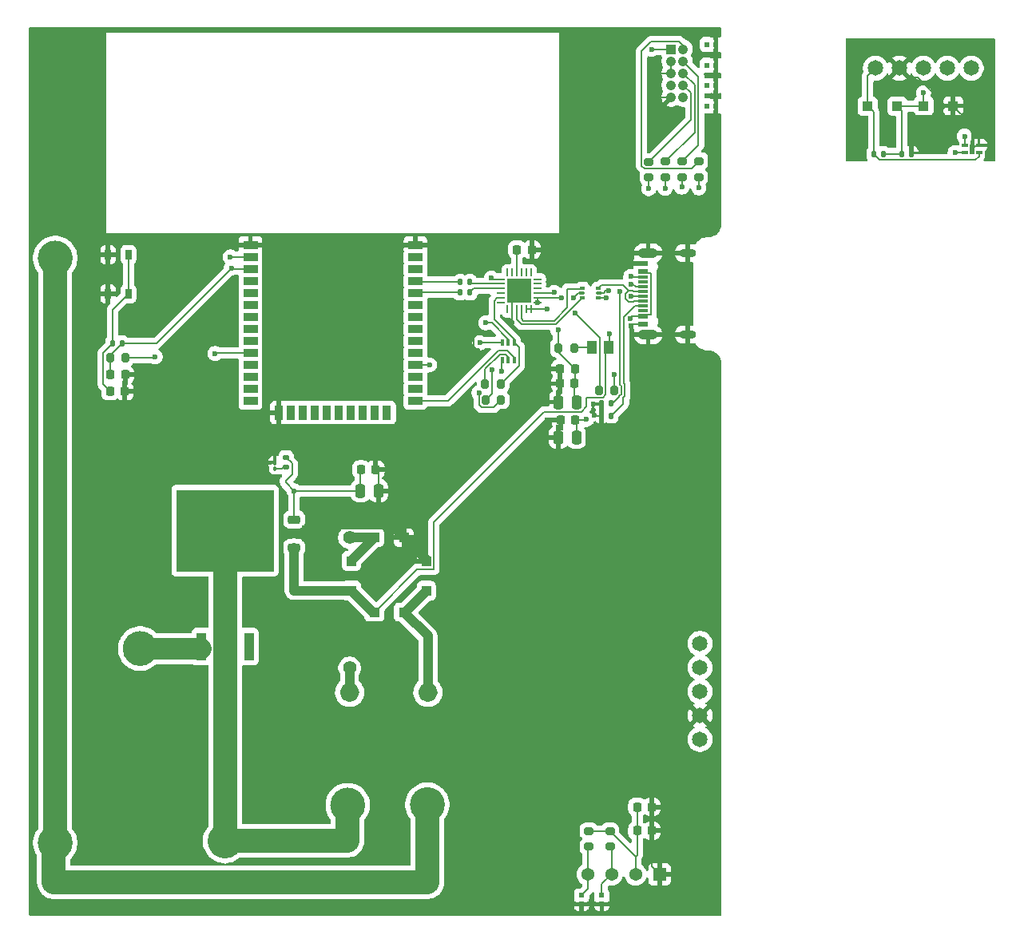
<source format=gbr>
%TF.GenerationSoftware,KiCad,Pcbnew,9.0.0*%
%TF.CreationDate,2025-08-26T11:38:40+09:00*%
%TF.ProjectId,MistFarm_PCB,4d697374-4661-4726-9d5f-5043422e6b69,rev?*%
%TF.SameCoordinates,Original*%
%TF.FileFunction,Copper,L1,Top*%
%TF.FilePolarity,Positive*%
%FSLAX46Y46*%
G04 Gerber Fmt 4.6, Leading zero omitted, Abs format (unit mm)*
G04 Created by KiCad (PCBNEW 9.0.0) date 2025-08-26 11:38:40*
%MOMM*%
%LPD*%
G01*
G04 APERTURE LIST*
G04 Aperture macros list*
%AMRoundRect*
0 Rectangle with rounded corners*
0 $1 Rounding radius*
0 $2 $3 $4 $5 $6 $7 $8 $9 X,Y pos of 4 corners*
0 Add a 4 corners polygon primitive as box body*
4,1,4,$2,$3,$4,$5,$6,$7,$8,$9,$2,$3,0*
0 Add four circle primitives for the rounded corners*
1,1,$1+$1,$2,$3*
1,1,$1+$1,$4,$5*
1,1,$1+$1,$6,$7*
1,1,$1+$1,$8,$9*
0 Add four rect primitives between the rounded corners*
20,1,$1+$1,$2,$3,$4,$5,0*
20,1,$1+$1,$4,$5,$6,$7,0*
20,1,$1+$1,$6,$7,$8,$9,0*
20,1,$1+$1,$8,$9,$2,$3,0*%
%AMFreePoly0*
4,1,9,3.862500,-0.866500,0.737500,-0.866500,0.737500,-0.450000,-0.737500,-0.450000,-0.737500,0.450000,0.737500,0.450000,0.737500,0.866500,3.862500,0.866500,3.862500,-0.866500,3.862500,-0.866500,$1*%
G04 Aperture macros list end*
%TA.AperFunction,Conductor*%
%ADD10C,1.850000*%
%TD*%
%TA.AperFunction,Conductor*%
%ADD11C,1.050000*%
%TD*%
%TA.AperFunction,SMDPad,CuDef*%
%ADD12RoundRect,0.225000X-0.225000X-0.250000X0.225000X-0.250000X0.225000X0.250000X-0.225000X0.250000X0*%
%TD*%
%TA.AperFunction,SMDPad,CuDef*%
%ADD13R,1.140000X1.470000*%
%TD*%
%TA.AperFunction,SMDPad,CuDef*%
%ADD14RoundRect,0.200000X0.275000X-0.200000X0.275000X0.200000X-0.275000X0.200000X-0.275000X-0.200000X0*%
%TD*%
%TA.AperFunction,SMDPad,CuDef*%
%ADD15RoundRect,0.135000X0.135000X0.185000X-0.135000X0.185000X-0.135000X-0.185000X0.135000X-0.185000X0*%
%TD*%
%TA.AperFunction,SMDPad,CuDef*%
%ADD16R,0.990600X2.997200*%
%TD*%
%TA.AperFunction,SMDPad,CuDef*%
%ADD17R,10.337800X8.712200*%
%TD*%
%TA.AperFunction,SMDPad,CuDef*%
%ADD18R,0.490000X0.600000*%
%TD*%
%TA.AperFunction,SMDPad,CuDef*%
%ADD19R,0.990000X1.120000*%
%TD*%
%TA.AperFunction,SMDPad,CuDef*%
%ADD20RoundRect,0.225000X0.225000X0.250000X-0.225000X0.250000X-0.225000X-0.250000X0.225000X-0.250000X0*%
%TD*%
%TA.AperFunction,SMDPad,CuDef*%
%ADD21R,1.120000X0.990000*%
%TD*%
%TA.AperFunction,SMDPad,CuDef*%
%ADD22RoundRect,0.200000X-0.200000X-0.275000X0.200000X-0.275000X0.200000X0.275000X-0.200000X0.275000X0*%
%TD*%
%TA.AperFunction,SMDPad,CuDef*%
%ADD23RoundRect,0.100000X-0.100000X0.130000X-0.100000X-0.130000X0.100000X-0.130000X0.100000X0.130000X0*%
%TD*%
%TA.AperFunction,SMDPad,CuDef*%
%ADD24RoundRect,0.135000X-0.135000X-0.185000X0.135000X-0.185000X0.135000X0.185000X-0.135000X0.185000X0*%
%TD*%
%TA.AperFunction,SMDPad,CuDef*%
%ADD25RoundRect,0.135000X0.185000X-0.135000X0.185000X0.135000X-0.185000X0.135000X-0.185000X-0.135000X0*%
%TD*%
%TA.AperFunction,ComponentPad*%
%ADD26C,1.650000*%
%TD*%
%TA.AperFunction,SMDPad,CuDef*%
%ADD27RoundRect,0.250000X-0.250000X-0.475000X0.250000X-0.475000X0.250000X0.475000X-0.250000X0.475000X0*%
%TD*%
%TA.AperFunction,SMDPad,CuDef*%
%ADD28R,0.711200X0.304800*%
%TD*%
%TA.AperFunction,SMDPad,CuDef*%
%ADD29R,0.508000X1.092200*%
%TD*%
%TA.AperFunction,SMDPad,CuDef*%
%ADD30RoundRect,0.093750X0.156250X0.093750X-0.156250X0.093750X-0.156250X-0.093750X0.156250X-0.093750X0*%
%TD*%
%TA.AperFunction,SMDPad,CuDef*%
%ADD31RoundRect,0.075000X0.250000X0.075000X-0.250000X0.075000X-0.250000X-0.075000X0.250000X-0.075000X0*%
%TD*%
%TA.AperFunction,SMDPad,CuDef*%
%ADD32RoundRect,0.062500X0.062500X-0.350000X0.062500X0.350000X-0.062500X0.350000X-0.062500X-0.350000X0*%
%TD*%
%TA.AperFunction,SMDPad,CuDef*%
%ADD33RoundRect,0.062500X0.350000X-0.062500X0.350000X0.062500X-0.350000X0.062500X-0.350000X-0.062500X0*%
%TD*%
%TA.AperFunction,HeatsinkPad*%
%ADD34R,2.600000X2.600000*%
%TD*%
%TA.AperFunction,SMDPad,CuDef*%
%ADD35RoundRect,0.100000X-0.100000X0.225000X-0.100000X-0.225000X0.100000X-0.225000X0.100000X0.225000X0*%
%TD*%
%TA.AperFunction,SMDPad,CuDef*%
%ADD36RoundRect,0.250000X0.250000X0.475000X-0.250000X0.475000X-0.250000X-0.475000X0.250000X-0.475000X0*%
%TD*%
%TA.AperFunction,ComponentPad*%
%ADD37R,1.050000X1.050000*%
%TD*%
%TA.AperFunction,ComponentPad*%
%ADD38C,1.050000*%
%TD*%
%TA.AperFunction,SMDPad,CuDef*%
%ADD39R,0.600000X0.490000*%
%TD*%
%TA.AperFunction,SMDPad,CuDef*%
%ADD40RoundRect,0.200000X0.200000X0.275000X-0.200000X0.275000X-0.200000X-0.275000X0.200000X-0.275000X0*%
%TD*%
%TA.AperFunction,SMDPad,CuDef*%
%ADD41R,0.980000X0.600000*%
%TD*%
%TA.AperFunction,SMDPad,CuDef*%
%ADD42R,1.000000X0.600000*%
%TD*%
%TA.AperFunction,SMDPad,CuDef*%
%ADD43R,1.140000X0.300000*%
%TD*%
%TA.AperFunction,SMDPad,CuDef*%
%ADD44R,1.000000X0.550000*%
%TD*%
%TA.AperFunction,SMDPad,CuDef*%
%ADD45R,1.100000X0.600000*%
%TD*%
%TA.AperFunction,ComponentPad*%
%ADD46O,2.100000X1.050000*%
%TD*%
%TA.AperFunction,ComponentPad*%
%ADD47O,1.800000X0.900000*%
%TD*%
%TA.AperFunction,SMDPad,CuDef*%
%ADD48R,0.650000X1.050000*%
%TD*%
%TA.AperFunction,ComponentPad*%
%ADD49R,1.370000X1.370000*%
%TD*%
%TA.AperFunction,ComponentPad*%
%ADD50C,1.370000*%
%TD*%
%TA.AperFunction,SMDPad,CuDef*%
%ADD51R,1.500000X0.900000*%
%TD*%
%TA.AperFunction,SMDPad,CuDef*%
%ADD52R,0.900000X1.500000*%
%TD*%
%TA.AperFunction,HeatsinkPad*%
%ADD53R,0.900000X0.900000*%
%TD*%
%TA.AperFunction,HeatsinkPad*%
%ADD54C,0.600000*%
%TD*%
%TA.AperFunction,SMDPad,CuDef*%
%ADD55RoundRect,0.225000X-0.425000X-0.225000X0.425000X-0.225000X0.425000X0.225000X-0.425000X0.225000X0*%
%TD*%
%TA.AperFunction,SMDPad,CuDef*%
%ADD56FreePoly0,0.000000*%
%TD*%
%TA.AperFunction,ViaPad*%
%ADD57C,0.600000*%
%TD*%
%TA.AperFunction,ViaPad*%
%ADD58C,1.400000*%
%TD*%
%TA.AperFunction,Conductor*%
%ADD59C,0.200000*%
%TD*%
%TA.AperFunction,Conductor*%
%ADD60C,1.000000*%
%TD*%
%TA.AperFunction,Conductor*%
%ADD61C,2.540000*%
%TD*%
%TA.AperFunction,Conductor*%
%ADD62C,2.300000*%
%TD*%
G04 APERTURE END LIST*
%TO.N,/3.3V generator/Transformer_input_A*%
D10*
X21675000Y-44107900D02*
G75*
G02*
X19825000Y-44107900I-925000J0D01*
G01*
X19825000Y-44107900D02*
G75*
G02*
X21675000Y-44107900I925000J0D01*
G01*
X61125000Y-102057900D02*
G75*
G02*
X59275000Y-102057900I-925000J0D01*
G01*
X59275000Y-102057900D02*
G75*
G02*
X61125000Y-102057900I925000J0D01*
G01*
%TO.N,/HIGH_AC_Switching/OUTPUT_AC1*%
X30675000Y-85510000D02*
G75*
G02*
X28825000Y-85510000I-925000J0D01*
G01*
X28825000Y-85510000D02*
G75*
G02*
X30675000Y-85510000I925000J0D01*
G01*
%TO.N,Net-(D2-K)*%
D11*
X60775000Y-90157900D02*
G75*
G02*
X59725000Y-90157900I-525000J0D01*
G01*
X59725000Y-90157900D02*
G75*
G02*
X60775000Y-90157900I525000J0D01*
G01*
%TO.N,Net-(D4-K)*%
X52475000Y-90157900D02*
G75*
G02*
X51425000Y-90157900I-525000J0D01*
G01*
X51425000Y-90157900D02*
G75*
G02*
X52475000Y-90157900I525000J0D01*
G01*
%TO.N,/3.3V generator/Transformer_input_A*%
D10*
X39675000Y-105910000D02*
G75*
G02*
X37825000Y-105910000I-925000J0D01*
G01*
X37825000Y-105910000D02*
G75*
G02*
X39675000Y-105910000I925000J0D01*
G01*
X52675000Y-102107900D02*
G75*
G02*
X50825000Y-102107900I-925000J0D01*
G01*
X50825000Y-102107900D02*
G75*
G02*
X52675000Y-102107900I925000J0D01*
G01*
X21675000Y-106107900D02*
G75*
G02*
X19825000Y-106107900I-925000J0D01*
G01*
X19825000Y-106107900D02*
G75*
G02*
X21675000Y-106107900I925000J0D01*
G01*
%TD*%
D12*
%TO.P,C18,1*%
%TO.N,Net-(U2-VPP)*%
X69715000Y-43220000D03*
%TO.P,C18,2*%
%TO.N,GND*%
X71265000Y-43220000D03*
%TD*%
D13*
%TO.P,FL1,1*%
%TO.N,Net-(F1-Pad2)*%
X77650000Y-53540000D03*
%TO.P,FL1,2*%
%TO.N,5A OUT*%
X79430000Y-53540000D03*
%TD*%
D14*
%TO.P,R7,1*%
%TO.N,/ESP32 WROOM 32E/I2C_SCL*%
X79540000Y-106510000D03*
%TO.P,R7,2*%
%TO.N,3.3V OUT*%
X79540000Y-104860000D03*
%TD*%
D15*
%TO.P,R17,1*%
%TO.N,GND*%
X111470000Y-33040000D03*
%TO.P,R17,2*%
%TO.N,/ESP32 WROOM 32E/Temp_Sensor*%
X110450000Y-33040000D03*
%TD*%
D16*
%TO.P,D1,1,A1*%
%TO.N,/HIGH_AC_Switching/OUTPUT_AC1*%
X36210000Y-85290900D03*
D17*
%TO.P,D1,2,A2*%
%TO.N,/3.3V generator/Transformer_input_A*%
X38750000Y-73010000D03*
D16*
%TO.P,D1,3,G*%
%TO.N,/ESP32 WROOM 32E/AC_TRIAC_Switching*%
X41290000Y-85290900D03*
%TD*%
D18*
%TO.P,C4,1*%
%TO.N,Net-(C4-Pad1)*%
X89843000Y-23670000D03*
%TO.P,C4,2*%
%TO.N,GND*%
X90757000Y-23670000D03*
%TD*%
D19*
%TO.P,D2,1,K*%
%TO.N,Net-(D2-K)*%
X60085000Y-79390400D03*
%TO.P,D2,2,A*%
%TO.N,GND*%
X60085000Y-76250400D03*
%TD*%
D12*
%TO.P,C17,1*%
%TO.N,GND*%
X74265000Y-55840000D03*
%TO.P,C17,2*%
%TO.N,Net-(U2-REGIN)*%
X75815000Y-55840000D03*
%TD*%
D20*
%TO.P,C15,1*%
%TO.N,Net-(U2-REGIN)*%
X75805000Y-57420000D03*
%TO.P,C15,2*%
%TO.N,GND*%
X74255000Y-57420000D03*
%TD*%
D21*
%TO.P,D3,1,K*%
%TO.N,5A OUT*%
X54587500Y-81642900D03*
%TO.P,D3,2,A*%
%TO.N,Net-(D2-K)*%
X57727500Y-81642900D03*
%TD*%
D22*
%TO.P,R13,1*%
%TO.N,Net-(U2-~{RST})*%
X78375000Y-58100000D03*
%TO.P,R13,2*%
%TO.N,3.3V OUT*%
X80025000Y-58100000D03*
%TD*%
D14*
%TO.P,R10,1*%
%TO.N,/ESP32 WROOM 32E/I2C_SDL*%
X77320000Y-106510000D03*
%TO.P,R10,2*%
%TO.N,3.3V OUT*%
X77320000Y-104860000D03*
%TD*%
D23*
%TO.P,3.3v_ON1,1,K*%
%TO.N,GND*%
X44010000Y-65810000D03*
%TO.P,3.3v_ON1,2,A*%
%TO.N,Net-(3.3v_ON1-A)*%
X44010000Y-66450000D03*
%TD*%
D18*
%TO.P,C5,1*%
%TO.N,Net-(C5-Pad1)*%
X89843000Y-25820000D03*
%TO.P,C5,2*%
%TO.N,GND*%
X90757000Y-25820000D03*
%TD*%
D19*
%TO.P,D5,1,K*%
%TO.N,5A OUT*%
X52135000Y-79362900D03*
%TO.P,D5,2,A*%
%TO.N,Net-(D4-K)*%
X52135000Y-76222900D03*
%TD*%
D24*
%TO.P,R11,1*%
%TO.N,/ESP32 WROOM 32E/TX*%
X63680000Y-46630000D03*
%TO.P,R11,2*%
%TO.N,Net-(U2-RXD)*%
X64700000Y-46630000D03*
%TD*%
D25*
%TO.P,R16,1*%
%TO.N,Net-(3.3v_ON1-A)*%
X45220000Y-66260000D03*
%TO.P,R16,2*%
%TO.N,3.3V OUT*%
X45220000Y-65240000D03*
%TD*%
D26*
%TO.P,J4,1*%
%TO.N,3.3V OUT*%
X107680000Y-23970000D03*
%TO.P,J4,2*%
%TO.N,GND*%
X110220000Y-23970000D03*
%TO.P,J4,3*%
%TO.N,/ESP32 WROOM 32E/Temp_Sensor*%
X112760000Y-23970000D03*
%TO.P,J4,4*%
%TO.N,/ESP32 WROOM 32E/I2C_SCL*%
X115300000Y-23970000D03*
%TO.P,J4,5*%
%TO.N,/ESP32 WROOM 32E/I2C_SDL*%
X117840000Y-23970000D03*
%TD*%
D24*
%TO.P,R12,1*%
%TO.N,/ESP32 WROOM 32E/RX*%
X63680000Y-47760000D03*
%TO.P,R12,2*%
%TO.N,Net-(U2-TXD)*%
X64700000Y-47760000D03*
%TD*%
D21*
%TO.P,D4,1,K*%
%TO.N,Net-(D4-K)*%
X54565000Y-73742900D03*
%TO.P,D4,2,A*%
%TO.N,GND*%
X57705000Y-73742900D03*
%TD*%
D27*
%TO.P,C8,1*%
%TO.N,3.3V OUT*%
X53110000Y-68790000D03*
%TO.P,C8,2*%
%TO.N,GND*%
X55010000Y-68790000D03*
%TD*%
D22*
%TO.P,F1,1*%
%TO.N,Net-(U2-REGIN)*%
X74095000Y-53640000D03*
%TO.P,F1,2*%
%TO.N,Net-(F1-Pad2)*%
X75745000Y-53640000D03*
%TD*%
D12*
%TO.P,C11,1*%
%TO.N,3.3V OUT*%
X82435000Y-102310000D03*
%TO.P,C11,2*%
%TO.N,GND*%
X83985000Y-102310000D03*
%TD*%
D24*
%TO.P,R14,1*%
%TO.N,GND*%
X78650000Y-59500000D03*
%TO.P,R14,2*%
%TO.N,Net-(UART1-CC2)*%
X79670000Y-59500000D03*
%TD*%
D20*
%TO.P,C2,1*%
%TO.N,GND*%
X28120000Y-58210000D03*
%TO.P,C2,2*%
%TO.N,Net-(C2-Pad2)*%
X26570000Y-58210000D03*
%TD*%
D28*
%TO.P,U5,1,SDA*%
%TO.N,/ESP32 WROOM 32E/I2C_SDL*%
X117170000Y-32150002D03*
%TO.P,U5,2,SCL*%
%TO.N,/ESP32 WROOM 32E/I2C_SCL*%
X117170000Y-32950000D03*
%TO.P,U5,3,VDD*%
%TO.N,3.3V OUT*%
X118668600Y-32950000D03*
%TO.P,U5,4,VSS*%
%TO.N,GND*%
X118668600Y-32150002D03*
D29*
%TO.P,U5,5,GND*%
X117919300Y-32550001D03*
%TD*%
D14*
%TO.P,R4,1*%
%TO.N,/ESP32 WROOM 32E/JTAG_MTMS*%
X88950000Y-35520000D03*
%TO.P,R4,2*%
%TO.N,Net-(C3-Pad1)*%
X88950000Y-33870000D03*
%TD*%
D24*
%TO.P,R5,1*%
%TO.N,Net-(C2-Pad2)*%
X26835000Y-53150000D03*
%TO.P,R5,2*%
%TO.N,/ESP32 WROOM 32E/EN*%
X27855000Y-53150000D03*
%TD*%
D30*
%TO.P,U3,1,I/O1*%
%TO.N,Net-(U3-I{slash}O1-Pad1)*%
X78340000Y-48350000D03*
D31*
%TO.P,U3,2,GND*%
%TO.N,GND*%
X78415000Y-47812500D03*
D30*
%TO.P,U3,3,I/O2*%
%TO.N,Net-(U3-I{slash}O2-Pad3)*%
X78340000Y-47275000D03*
%TO.P,U3,4,I/O2*%
%TO.N,Net-(U2-D-)*%
X76640000Y-47275000D03*
D31*
%TO.P,U3,5,VBUS*%
%TO.N,Net-(U2-REGIN)*%
X76565000Y-47812500D03*
D30*
%TO.P,U3,6,I/O1*%
%TO.N,Net-(U2-D+)*%
X76640000Y-48350000D03*
%TD*%
D15*
%TO.P,NTCG103JX103DT1S1,1*%
%TO.N,/ESP32 WROOM 32E/Temp_Sensor*%
X108530000Y-33080000D03*
%TO.P,NTCG103JX103DT1S1,2*%
%TO.N,3.3V OUT*%
X107510000Y-33080000D03*
%TD*%
D12*
%TO.P,C12,1*%
%TO.N,3.3V OUT*%
X82435000Y-104820000D03*
%TO.P,C12,2*%
%TO.N,GND*%
X83985000Y-104820000D03*
%TD*%
D20*
%TO.P,C13,1*%
%TO.N,3.3V OUT*%
X75865000Y-61240000D03*
%TO.P,C13,2*%
%TO.N,GND*%
X74315000Y-61240000D03*
%TD*%
D32*
%TO.P,U2,1,~{RI}*%
%TO.N,unconnected-(U2-~{RI}-Pad1)*%
X68670000Y-49525000D03*
%TO.P,U2,2,GND*%
%TO.N,GND*%
X69170000Y-49525000D03*
%TO.P,U2,3,D+*%
%TO.N,Net-(U2-D+)*%
X69670000Y-49525000D03*
%TO.P,U2,4,D-*%
%TO.N,Net-(U2-D-)*%
X70170000Y-49525000D03*
%TO.P,U2,5,VIO*%
%TO.N,3.3V OUT*%
X70670000Y-49525000D03*
%TO.P,U2,6,VDD*%
X71170000Y-49525000D03*
D33*
%TO.P,U2,7,REGIN*%
%TO.N,Net-(U2-REGIN)*%
X71857500Y-48837500D03*
%TO.P,U2,8,VBUS*%
X71857500Y-48337500D03*
%TO.P,U2,9,~{RST}*%
%TO.N,Net-(U2-~{RST})*%
X71857500Y-47837500D03*
%TO.P,U2,10,NC*%
%TO.N,unconnected-(U2-NC-Pad10)*%
X71857500Y-47337500D03*
%TO.P,U2,11,GPIO.3*%
%TO.N,unconnected-(U2-GPIO.3-Pad11)*%
X71857500Y-46837500D03*
%TO.P,U2,12,RS485/GPIO.2*%
%TO.N,unconnected-(U2-RS485{slash}GPIO.2-Pad12)*%
X71857500Y-46337500D03*
D32*
%TO.P,U2,13,RXT/GPIO.1*%
%TO.N,unconnected-(U2-RXT{slash}GPIO.1-Pad13)*%
X71170000Y-45650000D03*
%TO.P,U2,14,TXT/GPIO.0*%
%TO.N,unconnected-(U2-TXT{slash}GPIO.0-Pad14)*%
X70670000Y-45650000D03*
%TO.P,U2,15,~{SUSPEND}*%
%TO.N,unconnected-(U2-~{SUSPEND}-Pad15)*%
X70170000Y-45650000D03*
%TO.P,U2,16,VPP*%
%TO.N,Net-(U2-VPP)*%
X69670000Y-45650000D03*
%TO.P,U2,17,SUSPEND*%
%TO.N,unconnected-(U2-SUSPEND-Pad17)*%
X69170000Y-45650000D03*
%TO.P,U2,18,~{CTS}*%
%TO.N,unconnected-(U2-~{CTS}-Pad18)*%
X68670000Y-45650000D03*
D33*
%TO.P,U2,19,~{RTS}*%
%TO.N,/ESP32 WROOM 32E/RTS*%
X67982500Y-46337500D03*
%TO.P,U2,20,RXD*%
%TO.N,Net-(U2-RXD)*%
X67982500Y-46837500D03*
%TO.P,U2,21,TXD*%
%TO.N,Net-(U2-TXD)*%
X67982500Y-47337500D03*
%TO.P,U2,22,~{DSR}*%
%TO.N,unconnected-(U2-~{DSR}-Pad22)*%
X67982500Y-47837500D03*
%TO.P,U2,23,~{DTR}*%
%TO.N,/ESP32 WROOM 32E/DTR*%
X67982500Y-48337500D03*
%TO.P,U2,24,~{DCD}*%
%TO.N,unconnected-(U2-~{DCD}-Pad24)*%
X67982500Y-48837500D03*
D34*
%TO.P,U2,25,GND*%
%TO.N,GND*%
X69920000Y-47587500D03*
%TD*%
D35*
%TO.P,Q1,1,E1*%
%TO.N,/ESP32 WROOM 32E/DTR*%
X69425000Y-53050000D03*
%TO.P,Q1,2,B1*%
%TO.N,Net-(Q1A-B1)*%
X68775000Y-53050000D03*
%TO.P,Q1,3,C2*%
%TO.N,/ESP32 WROOM 32E/EN*%
X68125000Y-53050000D03*
%TO.P,Q1,4,E2*%
%TO.N,/ESP32 WROOM 32E/RTS*%
X68125000Y-54950000D03*
%TO.P,Q1,5,B2*%
%TO.N,Net-(Q1B-B2)*%
X68775000Y-54950000D03*
%TO.P,Q1,6,C1*%
%TO.N,/ESP32 WROOM 32E/IO0*%
X69425000Y-54950000D03*
%TD*%
D12*
%TO.P,C1,1*%
%TO.N,/ESP32 WROOM 32E/EN*%
X26600000Y-56470000D03*
%TO.P,C1,2*%
%TO.N,GND*%
X28150000Y-56470000D03*
%TD*%
D21*
%TO.P,D7,1,K*%
%TO.N,3.3V OUT*%
X106870000Y-27990000D03*
%TO.P,D7,2,A*%
%TO.N,/ESP32 WROOM 32E/Temp_Sensor*%
X110010000Y-27990000D03*
%TD*%
D18*
%TO.P,C3,1*%
%TO.N,Net-(C3-Pad1)*%
X89843000Y-21450000D03*
%TO.P,C3,2*%
%TO.N,GND*%
X90757000Y-21450000D03*
%TD*%
D14*
%TO.P,R2,1*%
%TO.N,/ESP32 WROOM 32E/JTAG_MTDO*%
X85420000Y-35520000D03*
%TO.P,R2,2*%
%TO.N,Net-(C5-Pad1)*%
X85420000Y-33870000D03*
%TD*%
D12*
%TO.P,C7,1*%
%TO.N,3.3V OUT*%
X53170000Y-66520000D03*
%TO.P,C7,2*%
%TO.N,GND*%
X54720000Y-66520000D03*
%TD*%
D36*
%TO.P,C16,1*%
%TO.N,Net-(U2-REGIN)*%
X76010000Y-59370000D03*
%TO.P,C16,2*%
%TO.N,GND*%
X74110000Y-59370000D03*
%TD*%
D37*
%TO.P,J1,1,1*%
%TO.N,3.3V OUT*%
X86030000Y-21950000D03*
D38*
%TO.P,J1,2,2*%
%TO.N,Net-(C3-Pad1)*%
X87300000Y-21950000D03*
%TO.P,J1,3,3*%
%TO.N,GND*%
X86030000Y-23220000D03*
%TO.P,J1,4,4*%
%TO.N,Net-(C4-Pad1)*%
X87300000Y-23220000D03*
%TO.P,J1,5,5*%
%TO.N,GND*%
X86030000Y-24490000D03*
%TO.P,J1,6,6*%
%TO.N,Net-(C5-Pad1)*%
X87300000Y-24490000D03*
%TO.P,J1,7,7*%
%TO.N,unconnected-(J1-Pad7)*%
X86030000Y-25760000D03*
%TO.P,J1,8,8*%
%TO.N,Net-(C6-Pad1)*%
X87300000Y-25760000D03*
%TO.P,J1,9,9*%
%TO.N,GND*%
X86030000Y-27030000D03*
%TO.P,J1,10,10*%
%TO.N,/ESP32 WROOM 32E/EN*%
X87300000Y-27030000D03*
%TD*%
D39*
%TO.P,C10,1*%
%TO.N,/ESP32 WROOM 32E/I2C_SDL*%
X76540000Y-111690000D03*
%TO.P,C10,2*%
%TO.N,GND*%
X76540000Y-112604000D03*
%TD*%
D27*
%TO.P,C14,1*%
%TO.N,GND*%
X74090000Y-63120000D03*
%TO.P,C14,2*%
%TO.N,3.3V OUT*%
X75990000Y-63120000D03*
%TD*%
D40*
%TO.P,R8,1*%
%TO.N,/ESP32 WROOM 32E/RTS*%
X68018000Y-59152800D03*
%TO.P,R8,2*%
%TO.N,Net-(Q1A-B1)*%
X66368000Y-59152800D03*
%TD*%
%TO.P,R9,1*%
%TO.N,/ESP32 WROOM 32E/DTR*%
X67970000Y-57450000D03*
%TO.P,R9,2*%
%TO.N,Net-(Q1B-B2)*%
X66320000Y-57450000D03*
%TD*%
D21*
%TO.P,D6,1,K*%
%TO.N,/ESP32 WROOM 32E/Temp_Sensor*%
X112800000Y-27960000D03*
%TO.P,D6,2,A*%
%TO.N,GND*%
X115940000Y-27960000D03*
%TD*%
D41*
%TO.P,UART1,A1_B12,GND*%
%TO.N,GND*%
X83030000Y-51100000D03*
D42*
%TO.P,UART1,A4_B9,VBUS*%
%TO.N,5A OUT*%
X83030000Y-50300000D03*
D43*
%TO.P,UART1,A5,CC1*%
%TO.N,Net-(UART1-CC1)*%
X83030000Y-49150000D03*
%TO.P,UART1,A6,D+*%
%TO.N,Net-(U3-I{slash}O1-Pad1)*%
X83030000Y-48150000D03*
%TO.P,UART1,A7,D-*%
%TO.N,Net-(U3-I{slash}O2-Pad3)*%
X83030000Y-47650000D03*
%TO.P,UART1,A8,SBU1*%
%TO.N,unconnected-(UART1-SBU1-PadA8)*%
X83030000Y-46650000D03*
D44*
%TO.P,UART1,B1_A12,GND*%
%TO.N,GND*%
X83030000Y-44700000D03*
D45*
%TO.P,UART1,B4_A9,VBUS*%
%TO.N,5A OUT*%
X83030000Y-45500000D03*
D43*
%TO.P,UART1,B5,CC2*%
%TO.N,Net-(UART1-CC2)*%
X83030000Y-46150000D03*
%TO.P,UART1,B6,D+*%
%TO.N,Net-(U3-I{slash}O1-Pad1)*%
X83030000Y-47150000D03*
%TO.P,UART1,B7,D-*%
%TO.N,Net-(U3-I{slash}O2-Pad3)*%
X83030000Y-48650000D03*
%TO.P,UART1,B8,SBU2*%
%TO.N,unconnected-(UART1-SBU2-PadB8)*%
X83030000Y-49650000D03*
D46*
%TO.P,UART1,SH1,SHIELD*%
%TO.N,GND*%
X83600000Y-52220000D03*
%TO.P,UART1,SH2,SHIELD*%
X83600000Y-43580000D03*
D47*
%TO.P,UART1,SH3,SHIELD*%
X87780000Y-52220000D03*
%TO.P,UART1,SH4,SHIELD*%
X87780000Y-43580000D03*
%TD*%
D18*
%TO.P,C6,1*%
%TO.N,Net-(C6-Pad1)*%
X89843000Y-27970000D03*
%TO.P,C6,2*%
%TO.N,GND*%
X90757000Y-27970000D03*
%TD*%
D48*
%TO.P,S1,1*%
%TO.N,GND*%
X26355000Y-47893500D03*
%TO.P,S1,2*%
X26355000Y-43743500D03*
%TO.P,S1,3*%
%TO.N,Net-(C2-Pad2)*%
X28505000Y-47893500D03*
%TO.P,S1,4*%
X28505000Y-43743500D03*
%TD*%
D49*
%TO.P,J2,01,01*%
%TO.N,GND*%
X84800000Y-109450000D03*
D50*
%TO.P,J2,02,02*%
%TO.N,3.3V OUT*%
X82260000Y-109450000D03*
%TO.P,J2,03,03*%
%TO.N,/ESP32 WROOM 32E/I2C_SCL*%
X79720000Y-109450000D03*
%TO.P,J2,04,04*%
%TO.N,/ESP32 WROOM 32E/I2C_SDL*%
X77180000Y-109450000D03*
%TD*%
D14*
%TO.P,R3,1*%
%TO.N,/ESP32 WROOM 32E/JTAG_MTCK*%
X87190000Y-35520000D03*
%TO.P,R3,2*%
%TO.N,Net-(C4-Pad1)*%
X87190000Y-33870000D03*
%TD*%
D39*
%TO.P,C9,1*%
%TO.N,/ESP32 WROOM 32E/I2C_SCL*%
X78690000Y-111690000D03*
%TO.P,C9,2*%
%TO.N,GND*%
X78690000Y-112604000D03*
%TD*%
D51*
%TO.P,U1,1,GND*%
%TO.N,GND*%
X41440000Y-42727900D03*
%TO.P,U1,2,VDD*%
%TO.N,3.3V OUT*%
X41440000Y-43997900D03*
%TO.P,U1,3,EN*%
%TO.N,/ESP32 WROOM 32E/EN*%
X41440000Y-45267900D03*
%TO.P,U1,4,SENSOR_VP*%
%TO.N,unconnected-(U1-SENSOR_VP-Pad4)*%
X41440000Y-46537900D03*
%TO.P,U1,5,SENSOR_VN*%
%TO.N,unconnected-(U1-SENSOR_VN-Pad5)*%
X41440000Y-47807900D03*
%TO.P,U1,6,IO34*%
%TO.N,unconnected-(U1-IO34-Pad6)*%
X41440000Y-49077900D03*
%TO.P,U1,7,IO35*%
%TO.N,unconnected-(U1-IO35-Pad7)*%
X41440000Y-50347900D03*
%TO.P,U1,8,IO32*%
%TO.N,unconnected-(U1-IO32-Pad8)*%
X41440000Y-51617900D03*
%TO.P,U1,9,IO33*%
%TO.N,unconnected-(U1-IO33-Pad9)*%
X41440000Y-52887900D03*
%TO.P,U1,10,IO25*%
%TO.N,/ESP32 WROOM 32E/Temp_Sensor*%
X41440000Y-54157900D03*
%TO.P,U1,11,IO26*%
%TO.N,/ESP32 WROOM 32E/SPI_DIO0(IRQ)*%
X41440000Y-55427900D03*
%TO.P,U1,12,IO27*%
%TO.N,unconnected-(U1-IO27-Pad12)*%
X41440000Y-56697900D03*
%TO.P,U1,13,IO14*%
%TO.N,/ESP32 WROOM 32E/JTAG_MTMS*%
X41440000Y-57967900D03*
%TO.P,U1,14,IO12*%
%TO.N,/ESP32 WROOM 32E/JTAG_MTDI*%
X41440000Y-59237900D03*
D52*
%TO.P,U1,15,GND*%
%TO.N,GND*%
X44475000Y-60487900D03*
%TO.P,U1,16,IO13*%
%TO.N,/ESP32 WROOM 32E/JTAG_MTCK*%
X45745000Y-60487900D03*
%TO.P,U1,17,NC*%
%TO.N,unconnected-(U1-NC-Pad17)*%
X47015000Y-60487900D03*
%TO.P,U1,18,NC*%
%TO.N,unconnected-(U1-NC-Pad18)*%
X48285000Y-60487900D03*
%TO.P,U1,19,NC*%
%TO.N,unconnected-(U1-NC-Pad19)*%
X49555000Y-60487900D03*
%TO.P,U1,20,NC*%
%TO.N,unconnected-(U1-NC-Pad20)*%
X50825000Y-60487900D03*
%TO.P,U1,21,NC*%
%TO.N,unconnected-(U1-NC-Pad21)*%
X52095000Y-60487900D03*
%TO.P,U1,22,NC*%
%TO.N,unconnected-(U1-NC-Pad22)*%
X53365000Y-60487900D03*
%TO.P,U1,23,IO15*%
%TO.N,/ESP32 WROOM 32E/JTAG_MTDO*%
X54635000Y-60487900D03*
%TO.P,U1,24,IO2*%
%TO.N,unconnected-(U1-IO2-Pad24)*%
X55905000Y-60487900D03*
D51*
%TO.P,U1,25,IO0*%
%TO.N,/ESP32 WROOM 32E/IO0*%
X58940000Y-59237900D03*
%TO.P,U1,26,IO4*%
%TO.N,unconnected-(U1-IO4-Pad26)*%
X58940000Y-57967900D03*
%TO.P,U1,27,IO16*%
%TO.N,/ESP32 WROOM 32E/SPI_Reset*%
X58940000Y-56697900D03*
%TO.P,U1,28,IO17*%
%TO.N,/ESP32 WROOM 32E/AC_TRIAC_Switching*%
X58940000Y-55427900D03*
%TO.P,U1,29,IO5*%
%TO.N,/ESP32 WROOM 32E/SPI_SCK*%
X58940000Y-54157900D03*
%TO.P,U1,30,IO18*%
%TO.N,/ESP32 WROOM 32E/SPI_NSS(CS)*%
X58940000Y-52887900D03*
%TO.P,U1,31,IO19*%
%TO.N,/ESP32 WROOM 32E/SPI_MISO*%
X58940000Y-51617900D03*
%TO.P,U1,32,NC*%
%TO.N,unconnected-(U1-NC-Pad32)*%
X58940000Y-50347900D03*
%TO.P,U1,33,IO21*%
%TO.N,/ESP32 WROOM 32E/I2C_SDL*%
X58940000Y-49077900D03*
%TO.P,U1,34,RXD0/IO3*%
%TO.N,/ESP32 WROOM 32E/RX*%
X58940000Y-47807900D03*
%TO.P,U1,35,TXD0/IO1*%
%TO.N,/ESP32 WROOM 32E/TX*%
X58940000Y-46537900D03*
%TO.P,U1,36,IO22*%
%TO.N,/ESP32 WROOM 32E/I2C_SCL*%
X58940000Y-45267900D03*
%TO.P,U1,37,IO23*%
%TO.N,/ESP32 WROOM 32E/SPI_MOSI*%
X58940000Y-43997900D03*
%TO.P,U1,38,GND*%
%TO.N,GND*%
X58940000Y-42727900D03*
D53*
%TO.P,U1,39,GND*%
X47290000Y-49047900D03*
D54*
X47290000Y-49747900D03*
D53*
X47290000Y-50447900D03*
D54*
X47290000Y-51147900D03*
D53*
X47290000Y-51847900D03*
D54*
X47990000Y-49047900D03*
X47990000Y-50447900D03*
X47990000Y-51847900D03*
D53*
X48690000Y-49047900D03*
D54*
X48690000Y-49747900D03*
D53*
X48690000Y-50447900D03*
D54*
X48690000Y-51147900D03*
D53*
X48690000Y-51847900D03*
D54*
X49390000Y-49047900D03*
X49390000Y-50447900D03*
X49390000Y-51847900D03*
D53*
X50090000Y-49047900D03*
D54*
X50090000Y-49747900D03*
D53*
X50090000Y-50447900D03*
D54*
X50090000Y-51147900D03*
D53*
X50090000Y-51847900D03*
%TD*%
D24*
%TO.P,R15,1*%
%TO.N,GND*%
X78665000Y-60825000D03*
%TO.P,R15,2*%
%TO.N,Net-(UART1-CC1)*%
X79685000Y-60825000D03*
%TD*%
D14*
%TO.P,R1,1*%
%TO.N,/ESP32 WROOM 32E/JTAG_MTDI*%
X83680000Y-35560000D03*
%TO.P,R1,2*%
%TO.N,Net-(C6-Pad1)*%
X83680000Y-33910000D03*
%TD*%
D55*
%TO.P,U4,1,OUT*%
%TO.N,3.3V OUT*%
X46070000Y-71817900D03*
D56*
%TO.P,U4,2,GND*%
%TO.N,GND*%
X46157500Y-73317900D03*
D55*
%TO.P,U4,3,IN*%
%TO.N,5A OUT*%
X46070000Y-74817900D03*
%TD*%
D26*
%TO.P,J3,1*%
%TO.N,3.3V OUT*%
X89090000Y-95130000D03*
%TO.P,J3,2*%
%TO.N,GND*%
X89090000Y-92590000D03*
%TO.P,J3,3*%
%TO.N,/ESP32 WROOM 32E/Temp_Sensor*%
X89090000Y-90050000D03*
%TO.P,J3,4*%
%TO.N,/ESP32 WROOM 32E/I2C_SCL*%
X89090000Y-87510000D03*
%TO.P,J3,5*%
%TO.N,/ESP32 WROOM 32E/I2C_SDL*%
X89090000Y-84970000D03*
%TD*%
D22*
%TO.P,R6,1*%
%TO.N,/ESP32 WROOM 32E/EN*%
X26550000Y-54630000D03*
%TO.P,R6,2*%
%TO.N,3.3V OUT*%
X28200000Y-54630000D03*
%TD*%
D57*
%TO.N,GND*%
X81500000Y-44720000D03*
X39450000Y-42720000D03*
X29290000Y-58270000D03*
X77820000Y-59550000D03*
X73100000Y-55860000D03*
X72860000Y-43130000D03*
X73080000Y-57430000D03*
X54450000Y-46220000D03*
X69180803Y-50977401D03*
X72930000Y-61270000D03*
X81793908Y-51308137D03*
X26260000Y-42330000D03*
X77850000Y-60800000D03*
X72850000Y-59390000D03*
X44040000Y-64590000D03*
X65560000Y-53900000D03*
X79450000Y-47580000D03*
X61130000Y-42750000D03*
X73030000Y-63130000D03*
X84010000Y-26970000D03*
X65120000Y-48920000D03*
X29240000Y-56470000D03*
X84060000Y-24510000D03*
%TO.N,3.3V OUT*%
X39310000Y-43990000D03*
X72860000Y-49520000D03*
X31340000Y-54570000D03*
X77080000Y-61200000D03*
X83950000Y-21950000D03*
X80010000Y-56450000D03*
X46070000Y-68790000D03*
%TO.N,Net-(C3-Pad1)*%
X89843000Y-21450000D03*
%TO.N,Net-(C4-Pad1)*%
X89843000Y-23670000D03*
%TO.N,Net-(C5-Pad1)*%
X89843000Y-25820000D03*
%TO.N,/ESP32 WROOM 32E/I2C_SCL*%
X116140000Y-32940000D03*
X58940000Y-45267900D03*
%TO.N,/ESP32 WROOM 32E/I2C_SDL*%
X58940000Y-49077900D03*
X117130000Y-31180000D03*
%TO.N,Net-(C6-Pad1)*%
X89843000Y-27970000D03*
%TO.N,/ESP32 WROOM 32E/EN*%
X39410000Y-45190000D03*
X65775000Y-53090000D03*
%TO.N,Net-(U2-REGIN)*%
X74450000Y-48340000D03*
X75650000Y-48340000D03*
X74039737Y-51709210D03*
X71857500Y-48837500D03*
%TO.N,/ESP32 WROOM 32E/AC_TRIAC_Switching*%
X60420000Y-55430000D03*
X41290000Y-85290900D03*
D58*
%TO.N,Net-(D4-K)*%
X51940000Y-73737900D03*
X51950000Y-87557900D03*
D57*
%TO.N,/ESP32 WROOM 32E/Temp_Sensor*%
X37708000Y-54230000D03*
X112800000Y-26580000D03*
%TO.N,/ESP32 WROOM 32E/RTS*%
X68075000Y-56125000D03*
X66975000Y-46237500D03*
X65666948Y-58383392D03*
%TO.N,/ESP32 WROOM 32E/JTAG_MTDI*%
X83660000Y-36730000D03*
X41440000Y-59237900D03*
%TO.N,/ESP32 WROOM 32E/JTAG_MTDO*%
X85410000Y-36690000D03*
X54635000Y-60487900D03*
%TO.N,/ESP32 WROOM 32E/JTAG_MTCK*%
X45745000Y-60487900D03*
X87160000Y-36580000D03*
%TO.N,/ESP32 WROOM 32E/JTAG_MTMS*%
X88970000Y-36670000D03*
X41440000Y-57967900D03*
%TO.N,Net-(Q1A-B1)*%
X66375000Y-50970000D03*
X67065065Y-55963595D03*
%TO.N,Net-(U2-~{RST})*%
X75884265Y-49954265D03*
X73640000Y-47737500D03*
%TO.N,Net-(UART1-CC2)*%
X81751510Y-46070080D03*
X80636189Y-47627296D03*
%TO.N,Net-(U3-I{slash}O1-Pad1)*%
X79170000Y-48360000D03*
X81768699Y-48154624D03*
X81740000Y-46870000D03*
%TO.N,5A OUT*%
X79510000Y-52100000D03*
X81691859Y-50514670D03*
%TD*%
D59*
%TO.N,GND*%
X111470000Y-33040000D02*
X111470000Y-31670000D01*
X77870000Y-59500000D02*
X77820000Y-59550000D01*
D60*
X50641000Y-72336900D02*
X49660000Y-73317900D01*
D59*
X73040000Y-63120000D02*
X73030000Y-63130000D01*
X115940000Y-27960000D02*
X117919300Y-29939300D01*
X112190000Y-24970000D02*
X111220000Y-24970000D01*
X74090000Y-63120000D02*
X73040000Y-63120000D01*
X72770000Y-43220000D02*
X72860000Y-43130000D01*
X115940000Y-27960000D02*
X115180000Y-27960000D01*
X118319299Y-32150002D02*
X117919300Y-32550001D01*
X74265000Y-55840000D02*
X73120000Y-55840000D01*
X72960000Y-61240000D02*
X72930000Y-61270000D01*
X78665000Y-60825000D02*
X77875000Y-60825000D01*
X118668600Y-32150002D02*
X118319299Y-32150002D01*
X58940000Y-42727900D02*
X61107900Y-42727900D01*
X26355000Y-42425000D02*
X26260000Y-42330000D01*
X79100057Y-47580000D02*
X79450000Y-47580000D01*
X61107900Y-42727900D02*
X61130000Y-42750000D01*
X78867557Y-47812500D02*
X79100057Y-47580000D01*
X84070000Y-27030000D02*
X84010000Y-26970000D01*
X86030000Y-23220000D02*
X86030000Y-24490000D01*
X78415000Y-47812500D02*
X78867557Y-47812500D01*
X83030000Y-44700000D02*
X81520000Y-44700000D01*
X86030000Y-24490000D02*
X84080000Y-24490000D01*
X72870000Y-59370000D02*
X72850000Y-59390000D01*
X55010000Y-68790000D02*
X55010000Y-66810000D01*
X65120000Y-53460000D02*
X65560000Y-53900000D01*
X83985000Y-108635000D02*
X84800000Y-109450000D01*
D60*
X56299000Y-72336900D02*
X52840000Y-72336900D01*
D59*
X83985000Y-104820000D02*
X83985000Y-102310000D01*
X57942100Y-42727900D02*
X54450000Y-46220000D01*
X73090000Y-57420000D02*
X73080000Y-57430000D01*
X83030000Y-51100000D02*
X82002045Y-51100000D01*
X81520000Y-44700000D02*
X81500000Y-44720000D01*
X29230000Y-58210000D02*
X29290000Y-58270000D01*
X74110000Y-59370000D02*
X72870000Y-59370000D01*
X44010000Y-64620000D02*
X44040000Y-64590000D01*
X55010000Y-68790000D02*
X55010000Y-70166900D01*
X26355000Y-43743500D02*
X26355000Y-42425000D01*
X111470000Y-31670000D02*
X115180000Y-27960000D01*
X78650000Y-59500000D02*
X77870000Y-59500000D01*
X71265000Y-43220000D02*
X72770000Y-43220000D01*
D60*
X52840000Y-72336900D02*
X50641000Y-72336900D01*
D59*
X69170000Y-49525000D02*
X69170000Y-48337500D01*
X39457900Y-42727900D02*
X39450000Y-42720000D01*
X77875000Y-60825000D02*
X77850000Y-60800000D01*
X26355000Y-43743500D02*
X26355000Y-47893500D01*
X84080000Y-24490000D02*
X84060000Y-24510000D01*
X86030000Y-27030000D02*
X84070000Y-27030000D01*
X74315000Y-61240000D02*
X72960000Y-61240000D01*
X82002045Y-51100000D02*
X81793908Y-51308137D01*
X111220000Y-24970000D02*
X110220000Y-23970000D01*
X117919300Y-29939300D02*
X117919300Y-32550001D01*
X115180000Y-27960000D02*
X112190000Y-24970000D01*
D60*
X49660000Y-73317900D02*
X46157500Y-73317900D01*
D59*
X60085000Y-76250400D02*
X60085000Y-76122900D01*
X55010000Y-66810000D02*
X54720000Y-66520000D01*
X69170000Y-48337500D02*
X69920000Y-47587500D01*
X41440000Y-42727900D02*
X39457900Y-42727900D01*
D60*
X60085000Y-76122900D02*
X57705000Y-73742900D01*
D59*
X73120000Y-55840000D02*
X73100000Y-55860000D01*
X58940000Y-42727900D02*
X57942100Y-42727900D01*
X55010000Y-70166900D02*
X52840000Y-72336900D01*
X44010000Y-65810000D02*
X44010000Y-64620000D01*
X69170000Y-50966598D02*
X69180803Y-50977401D01*
X74255000Y-57420000D02*
X73090000Y-57420000D01*
X28150000Y-56470000D02*
X29240000Y-56470000D01*
X69170000Y-49525000D02*
X69170000Y-50966598D01*
D60*
X57705000Y-73742900D02*
X56299000Y-72336900D01*
D59*
X28120000Y-58210000D02*
X29230000Y-58210000D01*
X83985000Y-104820000D02*
X83985000Y-108635000D01*
X65120000Y-48920000D02*
X65120000Y-53460000D01*
%TO.N,3.3V OUT*%
X71170000Y-49525000D02*
X72855000Y-49525000D01*
X41440000Y-43997900D02*
X39317900Y-43997900D01*
X86030000Y-21950000D02*
X83950000Y-21950000D01*
X39317900Y-43997900D02*
X39310000Y-43990000D01*
X53110000Y-68790000D02*
X53110000Y-66580000D01*
X107510000Y-28630000D02*
X106870000Y-27990000D01*
X118270000Y-33701000D02*
X108131000Y-33701000D01*
X82260000Y-109450000D02*
X82260000Y-107580000D01*
X53110000Y-68790000D02*
X46070000Y-68790000D01*
X53110000Y-66580000D02*
X53170000Y-66520000D01*
X75990000Y-61365000D02*
X75865000Y-61240000D01*
X80025000Y-58100000D02*
X80025000Y-56465000D01*
X82435000Y-102310000D02*
X82435000Y-104820000D01*
X70670000Y-49525000D02*
X71170000Y-49525000D01*
X108131000Y-33701000D02*
X107510000Y-33080000D01*
X75865000Y-61240000D02*
X77040000Y-61240000D01*
X45220000Y-65240000D02*
X45841000Y-65861000D01*
X118668600Y-33302400D02*
X118270000Y-33701000D01*
X31280000Y-54630000D02*
X31340000Y-54570000D01*
X45170000Y-67890000D02*
X46070000Y-68790000D01*
X107510000Y-33080000D02*
X107510000Y-28630000D01*
X82435000Y-104820000D02*
X82435000Y-107405000D01*
X28200000Y-54630000D02*
X31280000Y-54630000D01*
X77320000Y-104860000D02*
X79540000Y-104860000D01*
X45170000Y-67715000D02*
X45170000Y-67890000D01*
X80025000Y-56465000D02*
X80010000Y-56450000D01*
X46070000Y-71817900D02*
X46070000Y-68790000D01*
X106870000Y-24780000D02*
X107680000Y-23970000D01*
X106870000Y-27990000D02*
X106870000Y-24780000D01*
X82435000Y-107405000D02*
X82260000Y-107580000D01*
X82260000Y-107580000D02*
X79540000Y-104860000D01*
X75990000Y-63120000D02*
X75990000Y-61365000D01*
X118668600Y-32950000D02*
X118668600Y-33302400D01*
X72855000Y-49525000D02*
X72860000Y-49520000D01*
X45841000Y-65861000D02*
X45841000Y-67044000D01*
X45841000Y-67044000D02*
X45170000Y-67715000D01*
X77040000Y-61240000D02*
X77080000Y-61200000D01*
%TO.N,Net-(3.3v_ON1-A)*%
X44785000Y-66450000D02*
X45170000Y-66065000D01*
X44010000Y-66450000D02*
X44785000Y-66450000D01*
%TO.N,Net-(C2-Pad2)*%
X25849000Y-54136000D02*
X25849000Y-57489000D01*
X26835000Y-53150000D02*
X26835000Y-49563500D01*
X28505000Y-43743500D02*
X28505000Y-47893500D01*
X25849000Y-57489000D02*
X26570000Y-58210000D01*
X26835000Y-53150000D02*
X25849000Y-54136000D01*
X26835000Y-49563500D02*
X28505000Y-47893500D01*
%TO.N,Net-(C3-Pad1)*%
X87300000Y-21950000D02*
X87300000Y-21568000D01*
X86856000Y-21124000D02*
X83926057Y-21124000D01*
X83191936Y-34611000D02*
X88209000Y-34611000D01*
X83926057Y-21124000D02*
X82904000Y-22146057D01*
X82904000Y-22146057D02*
X82904000Y-34323064D01*
X88950000Y-33870000D02*
X89329000Y-33491000D01*
X87300000Y-21568000D02*
X86856000Y-21124000D01*
X88209000Y-34611000D02*
X88950000Y-33870000D01*
X82904000Y-34323064D02*
X83191936Y-34611000D01*
%TO.N,Net-(C4-Pad1)*%
X88928000Y-32132000D02*
X88928000Y-24848000D01*
X88928000Y-24848000D02*
X87300000Y-23220000D01*
X87190000Y-33870000D02*
X88928000Y-32132000D01*
%TO.N,Net-(C5-Pad1)*%
X85420000Y-33870000D02*
X88527000Y-30763000D01*
X88527000Y-25717000D02*
X87300000Y-24490000D01*
X88527000Y-30763000D02*
X88527000Y-25717000D01*
%TO.N,/ESP32 WROOM 32E/I2C_SCL*%
X79720000Y-106690000D02*
X79540000Y-106510000D01*
X79720000Y-109450000D02*
X79720000Y-106690000D01*
X116150000Y-32950000D02*
X116140000Y-32940000D01*
X117170000Y-32950000D02*
X116150000Y-32950000D01*
X78690000Y-110480000D02*
X79720000Y-109450000D01*
X78690000Y-111690000D02*
X78690000Y-110480000D01*
%TO.N,/ESP32 WROOM 32E/I2C_SDL*%
X117170000Y-31220000D02*
X117130000Y-31180000D01*
X117170000Y-32150002D02*
X117170000Y-31220000D01*
X77180000Y-106650000D02*
X77320000Y-106510000D01*
X77180000Y-109450000D02*
X77180000Y-106650000D01*
X76540000Y-111690000D02*
X76540000Y-111650000D01*
X76540000Y-111650000D02*
X77180000Y-111010000D01*
X77180000Y-111010000D02*
X77180000Y-109450000D01*
%TO.N,Net-(C6-Pad1)*%
X88126000Y-29464000D02*
X88126000Y-26586000D01*
X83680000Y-33910000D02*
X88126000Y-29464000D01*
X88126000Y-26586000D02*
X87300000Y-25760000D01*
%TO.N,/ESP32 WROOM 32E/EN*%
X65815000Y-53050000D02*
X65775000Y-53090000D01*
X26550000Y-54630000D02*
X26550000Y-54455000D01*
X39410000Y-45190000D02*
X39487900Y-45267900D01*
X39487900Y-45267900D02*
X41440000Y-45267900D01*
X68125000Y-53050000D02*
X65815000Y-53050000D01*
X26550000Y-54455000D02*
X27855000Y-53150000D01*
X27855000Y-53150000D02*
X26600000Y-54405000D01*
X27855000Y-53150000D02*
X31450000Y-53150000D01*
X31450000Y-53150000D02*
X39410000Y-45190000D01*
X26600000Y-54405000D02*
X26600000Y-56470000D01*
%TO.N,Net-(U2-REGIN)*%
X75815000Y-55840000D02*
X75815000Y-57410000D01*
X71857500Y-48337500D02*
X74447500Y-48337500D01*
X74447500Y-48337500D02*
X74450000Y-48340000D01*
X75650000Y-48340000D02*
X76177500Y-47812500D01*
X74095000Y-51764473D02*
X74039737Y-51709210D01*
X74095000Y-54120000D02*
X75815000Y-55840000D01*
X74095000Y-53640000D02*
X74095000Y-54120000D01*
X74095000Y-53640000D02*
X74095000Y-51764473D01*
X75805000Y-57420000D02*
X75805000Y-59165000D01*
X71857500Y-48837500D02*
X71857500Y-48337500D01*
X76177500Y-47812500D02*
X76565000Y-47812500D01*
X75805000Y-59165000D02*
X76010000Y-59370000D01*
X75815000Y-57410000D02*
X75805000Y-57420000D01*
%TO.N,Net-(U2-VPP)*%
X69670000Y-45650000D02*
X69670000Y-43265000D01*
X69670000Y-43265000D02*
X69715000Y-43220000D01*
%TO.N,/ESP32 WROOM 32E/AC_TRIAC_Switching*%
X58940000Y-55427900D02*
X60417900Y-55427900D01*
X60417900Y-55427900D02*
X60420000Y-55430000D01*
D61*
%TO.N,/3.3V generator/Transformer_input_A*%
X38790000Y-105870000D02*
X38790000Y-73050000D01*
X60200000Y-102057900D02*
X60200000Y-110277900D01*
X20600000Y-110277900D02*
X20600000Y-106257900D01*
X20750000Y-106107900D02*
X20750000Y-44107900D01*
X51750000Y-105870000D02*
X51750000Y-102107900D01*
X38790000Y-105870000D02*
X51750000Y-105870000D01*
D59*
X20600000Y-106257900D02*
X20750000Y-106107900D01*
D61*
X60200000Y-110277900D02*
X20600000Y-110277900D01*
X38790000Y-73050000D02*
X38750000Y-73010000D01*
D62*
%TO.N,/HIGH_AC_Switching/OUTPUT_AC1*%
X36150000Y-85510000D02*
X29750000Y-85510000D01*
D60*
%TO.N,Net-(D2-K)*%
X57832500Y-81642900D02*
X60085000Y-79390400D01*
X60250000Y-84167900D02*
X57727500Y-81645400D01*
X60250000Y-90157900D02*
X60250000Y-84167900D01*
D59*
X57727500Y-81645400D02*
X57727500Y-81642900D01*
X57727500Y-81642900D02*
X57832500Y-81642900D01*
%TO.N,/ESP32 WROOM 32E/IO0*%
X62375130Y-59237900D02*
X58940000Y-59237900D01*
X69425000Y-54950000D02*
X69425000Y-54705130D01*
X68642870Y-53923000D02*
X67690030Y-53923000D01*
X69425000Y-54705130D02*
X68642870Y-53923000D01*
X67690030Y-53923000D02*
X62375130Y-59237900D01*
D60*
%TO.N,Net-(D4-K)*%
X52135000Y-76172900D02*
X54565000Y-73742900D01*
X52185000Y-73742900D02*
X54565000Y-73742900D01*
D59*
X52135000Y-76222900D02*
X52135000Y-76172900D01*
D60*
X51950000Y-90157900D02*
X51950000Y-87557900D01*
D59*
%TO.N,/ESP32 WROOM 32E/Temp_Sensor*%
X110450000Y-33040000D02*
X108570000Y-33040000D01*
X112740000Y-23970000D02*
X112760000Y-23970000D01*
X110450000Y-28430000D02*
X110010000Y-27990000D01*
X37708000Y-54230000D02*
X37780100Y-54157900D01*
X110450000Y-33040000D02*
X110450000Y-28430000D01*
X110010000Y-27990000D02*
X112770000Y-27990000D01*
X108570000Y-33040000D02*
X108530000Y-33080000D01*
X112800000Y-27960000D02*
X112800000Y-26580000D01*
X37780100Y-54157900D02*
X41440000Y-54157900D01*
X112770000Y-27990000D02*
X112800000Y-27960000D01*
%TO.N,/ESP32 WROOM 32E/RTS*%
X65954936Y-59928800D02*
X67242000Y-59928800D01*
X67982500Y-46337500D02*
X67075000Y-46337500D01*
X65666948Y-59640812D02*
X65954936Y-59928800D01*
X68075000Y-55000000D02*
X68125000Y-54950000D01*
X67075000Y-46337500D02*
X66975000Y-46237500D01*
X65666948Y-58383392D02*
X65666948Y-59640812D01*
X68075000Y-56125000D02*
X68075000Y-55000000D01*
X67242000Y-59928800D02*
X68018000Y-59152800D01*
%TO.N,/ESP32 WROOM 32E/DTR*%
X67554202Y-48337500D02*
X67269000Y-48622702D01*
X69926000Y-53551000D02*
X69425000Y-53050000D01*
X69926000Y-55494000D02*
X69926000Y-53551000D01*
X67970000Y-57450000D02*
X69926000Y-55494000D01*
X69425000Y-52725001D02*
X69425000Y-53050000D01*
X67269000Y-48622702D02*
X67269000Y-50569001D01*
X67982500Y-48337500D02*
X67554202Y-48337500D01*
X67269000Y-50569001D02*
X69425000Y-52725001D01*
%TO.N,/ESP32 WROOM 32E/JTAG_MTDI*%
X83680000Y-36710000D02*
X83660000Y-36730000D01*
X83680000Y-35560000D02*
X83680000Y-36710000D01*
%TO.N,/ESP32 WROOM 32E/JTAG_MTDO*%
X85420000Y-35520000D02*
X85420000Y-36680000D01*
X85420000Y-36680000D02*
X85410000Y-36690000D01*
%TO.N,/ESP32 WROOM 32E/JTAG_MTCK*%
X87190000Y-36550000D02*
X87160000Y-36580000D01*
X87190000Y-35520000D02*
X87190000Y-36550000D01*
%TO.N,/ESP32 WROOM 32E/JTAG_MTMS*%
X88950000Y-35520000D02*
X88950000Y-36650000D01*
X88950000Y-36650000D02*
X88970000Y-36670000D01*
%TO.N,/ESP32 WROOM 32E/TX*%
X63680000Y-46630000D02*
X59032100Y-46630000D01*
X59032100Y-46630000D02*
X58940000Y-46537900D01*
%TO.N,Net-(F1-Pad2)*%
X77650000Y-53540000D02*
X75845000Y-53540000D01*
X75845000Y-53540000D02*
X75745000Y-53640000D01*
%TO.N,/ESP32 WROOM 32E/RX*%
X58987900Y-47760000D02*
X58940000Y-47807900D01*
X63680000Y-47760000D02*
X58987900Y-47760000D01*
%TO.N,Net-(Q1A-B1)*%
X67019999Y-50970000D02*
X68775000Y-52725001D01*
X68775000Y-52725001D02*
X68775000Y-53050000D01*
X66368000Y-59152800D02*
X67065065Y-58455735D01*
X66375000Y-50970000D02*
X67019999Y-50970000D01*
X67065065Y-58455735D02*
X67065065Y-55963595D01*
%TO.N,Net-(Q1B-B2)*%
X68473999Y-54324000D02*
X67856130Y-54324000D01*
X68775000Y-54625001D02*
X68473999Y-54324000D01*
X66320000Y-55860130D02*
X66320000Y-57450000D01*
X68775000Y-54950000D02*
X68775000Y-54625001D01*
X67856130Y-54324000D02*
X66320000Y-55860130D01*
%TO.N,Net-(U2-RXD)*%
X67982500Y-46837500D02*
X64907500Y-46837500D01*
X64907500Y-46837500D02*
X64700000Y-46630000D01*
%TO.N,Net-(U2-TXD)*%
X67982500Y-47337500D02*
X65122500Y-47337500D01*
X65122500Y-47337500D02*
X64700000Y-47760000D01*
%TO.N,Net-(U2-~{RST})*%
X78521000Y-57954000D02*
X78521000Y-52591000D01*
X78375000Y-58100000D02*
X78521000Y-57954000D01*
X73540000Y-47837500D02*
X71857500Y-47837500D01*
X73640000Y-47737500D02*
X73540000Y-47837500D01*
X78521000Y-52591000D02*
X75884265Y-49954265D01*
%TO.N,Net-(UART1-CC2)*%
X80636189Y-57522125D02*
X80636189Y-47627296D01*
X79814064Y-59500000D02*
X80438064Y-58876000D01*
X80438064Y-58876000D02*
X80636189Y-58677875D01*
X80636189Y-58677875D02*
X80726000Y-58588064D01*
X80726000Y-57611936D02*
X80636189Y-57522125D01*
X81751510Y-46070080D02*
X81831430Y-46150000D01*
X81831430Y-46150000D02*
X83030000Y-46150000D01*
X80726000Y-58588064D02*
X80726000Y-57611936D01*
X79670000Y-59500000D02*
X79814064Y-59500000D01*
%TO.N,Net-(UART1-CC1)*%
X83030000Y-49150000D02*
X82208000Y-49150000D01*
X81037189Y-58843975D02*
X80970000Y-58911164D01*
X81127000Y-57778036D02*
X81127000Y-58421964D01*
X81127000Y-57445836D02*
X81127000Y-57778036D01*
X81127000Y-58754164D02*
X81037189Y-58843975D01*
X81127000Y-58421964D02*
X81127000Y-58754164D01*
X81037189Y-57356025D02*
X81127000Y-57445836D01*
X80970000Y-59540000D02*
X79685000Y-60825000D01*
X81037189Y-50320811D02*
X81037189Y-57356025D01*
X80970000Y-58911164D02*
X80970000Y-59540000D01*
X82208000Y-49150000D02*
X81037189Y-50320811D01*
%TO.N,Net-(U2-D-)*%
X75050000Y-49372900D02*
X73683900Y-50739000D01*
X76640000Y-47275000D02*
X76553500Y-47361500D01*
X73683900Y-50739000D02*
X70346100Y-50739000D01*
X70170000Y-50562900D02*
X70170000Y-49525000D01*
X76553500Y-47361500D02*
X75050000Y-47361500D01*
X75050000Y-47361500D02*
X75050000Y-49372900D01*
X70346100Y-50739000D02*
X70170000Y-50562900D01*
%TO.N,Net-(U2-D+)*%
X76640000Y-48350000D02*
X73850000Y-51140000D01*
X69670000Y-50630000D02*
X69670000Y-49525000D01*
X73850000Y-51140000D02*
X70180000Y-51140000D01*
X70180000Y-51140000D02*
X69670000Y-50630000D01*
%TO.N,Net-(U3-I{slash}O1-Pad1)*%
X81740000Y-46870000D02*
X81970000Y-46870000D01*
X79170000Y-48360000D02*
X78350000Y-48360000D01*
X81970000Y-46870000D02*
X82250000Y-47150000D01*
X83030000Y-48150000D02*
X81773323Y-48150000D01*
X82250000Y-47150000D02*
X83030000Y-47150000D01*
X81773323Y-48150000D02*
X81768699Y-48154624D01*
X78350000Y-48360000D02*
X78340000Y-48350000D01*
%TO.N,Net-(U3-I{slash}O2-Pad3)*%
X82017642Y-47553624D02*
X81519756Y-47553624D01*
X82017642Y-48755624D02*
X82074266Y-48699000D01*
X81167699Y-47905681D02*
X81167699Y-48403567D01*
X80916132Y-46950000D02*
X78665000Y-46950000D01*
X81519756Y-48755624D02*
X82017642Y-48755624D01*
X81519756Y-47553624D02*
X80916132Y-46950000D01*
X83030000Y-47650000D02*
X82981000Y-47601000D01*
X82981000Y-47601000D02*
X82065018Y-47601000D01*
X81519756Y-47553624D02*
X81167699Y-47905681D01*
X82981000Y-48699000D02*
X83030000Y-48650000D01*
X81167699Y-48403567D02*
X81519756Y-48755624D01*
X82065018Y-47601000D02*
X82017642Y-47553624D01*
X82074266Y-48699000D02*
X82981000Y-48699000D01*
X78665000Y-46950000D02*
X78340000Y-47275000D01*
%TO.N,5A OUT*%
X81906529Y-50300000D02*
X81691859Y-50514670D01*
X77027160Y-59864000D02*
X77027160Y-58876000D01*
X79076000Y-53894000D02*
X79430000Y-53540000D01*
X83229000Y-50101000D02*
X83030000Y-50300000D01*
X83229000Y-45699000D02*
X83901000Y-45699000D01*
X54587500Y-81642900D02*
X59119000Y-77111400D01*
X78788064Y-58876000D02*
X79076000Y-58588064D01*
X79510000Y-53460000D02*
X79430000Y-53540000D01*
D60*
X46070000Y-79362900D02*
X46070000Y-74817900D01*
D59*
X60886000Y-77106400D02*
X60886000Y-72084000D01*
X72574000Y-60396000D02*
X76495160Y-60396000D01*
X83901000Y-50101000D02*
X83229000Y-50101000D01*
X79076000Y-58588064D02*
X79076000Y-53894000D01*
X77027160Y-58876000D02*
X78788064Y-58876000D01*
X60886000Y-72084000D02*
X72574000Y-60396000D01*
X59119000Y-77111400D02*
X60881000Y-77111400D01*
X76495160Y-60396000D02*
X77027160Y-59864000D01*
D60*
X54415000Y-81642900D02*
X52135000Y-79362900D01*
D59*
X60881000Y-77111400D02*
X60886000Y-77106400D01*
X54587500Y-81642900D02*
X54415000Y-81642900D01*
X83901000Y-45699000D02*
X83901000Y-50101000D01*
X83030000Y-50300000D02*
X81906529Y-50300000D01*
X79510000Y-52100000D02*
X79510000Y-53460000D01*
X83030000Y-45500000D02*
X83229000Y-45699000D01*
D60*
X52135000Y-79362900D02*
X46070000Y-79362900D01*
%TD*%
%TA.AperFunction,Conductor*%
%TO.N,GND*%
G36*
X66872143Y-47957685D02*
G01*
X66917898Y-48010489D01*
X66927842Y-48079647D01*
X66898817Y-48143203D01*
X66892785Y-48149681D01*
X66788481Y-48253984D01*
X66788480Y-48253986D01*
X66746204Y-48327211D01*
X66709423Y-48390917D01*
X66668499Y-48543645D01*
X66668499Y-48543647D01*
X66668499Y-48711748D01*
X66668500Y-48711761D01*
X66668500Y-50061103D01*
X66648815Y-50128142D01*
X66596011Y-50173897D01*
X66526853Y-50183841D01*
X66520309Y-50182721D01*
X66475947Y-50173897D01*
X66453842Y-50169500D01*
X66296158Y-50169500D01*
X66296155Y-50169500D01*
X66141510Y-50200261D01*
X66141498Y-50200264D01*
X65995827Y-50260602D01*
X65995814Y-50260609D01*
X65864711Y-50348210D01*
X65864707Y-50348213D01*
X65753213Y-50459707D01*
X65753210Y-50459711D01*
X65665609Y-50590814D01*
X65665602Y-50590827D01*
X65605264Y-50736498D01*
X65605261Y-50736510D01*
X65574500Y-50891153D01*
X65574500Y-51048846D01*
X65605261Y-51203489D01*
X65605264Y-51203501D01*
X65665602Y-51349172D01*
X65665609Y-51349185D01*
X65753210Y-51480288D01*
X65753213Y-51480292D01*
X65864707Y-51591786D01*
X65864711Y-51591789D01*
X65995814Y-51679390D01*
X65995827Y-51679397D01*
X66095818Y-51720814D01*
X66141503Y-51739737D01*
X66252878Y-51761891D01*
X66296153Y-51770499D01*
X66296156Y-51770500D01*
X66296158Y-51770500D01*
X66453844Y-51770500D01*
X66453845Y-51770499D01*
X66608497Y-51739737D01*
X66754179Y-51679394D01*
X66754188Y-51679387D01*
X66755166Y-51678866D01*
X66755747Y-51678744D01*
X66759808Y-51677063D01*
X66760126Y-51677832D01*
X66823568Y-51664621D01*
X66888813Y-51689619D01*
X66901305Y-51700541D01*
X67438583Y-52237819D01*
X67472068Y-52299142D01*
X67467084Y-52368834D01*
X67425212Y-52424767D01*
X67359748Y-52449184D01*
X67350902Y-52449500D01*
X66294901Y-52449500D01*
X66227862Y-52429815D01*
X66226010Y-52428602D01*
X66154184Y-52380609D01*
X66154172Y-52380602D01*
X66008501Y-52320264D01*
X66008489Y-52320261D01*
X65853845Y-52289500D01*
X65853842Y-52289500D01*
X65696158Y-52289500D01*
X65696155Y-52289500D01*
X65541510Y-52320261D01*
X65541498Y-52320264D01*
X65395827Y-52380602D01*
X65395814Y-52380609D01*
X65264711Y-52468210D01*
X65264707Y-52468213D01*
X65153213Y-52579707D01*
X65153210Y-52579711D01*
X65065609Y-52710814D01*
X65065602Y-52710827D01*
X65005264Y-52856498D01*
X65005261Y-52856510D01*
X64974500Y-53011153D01*
X64974500Y-53168846D01*
X65005261Y-53323489D01*
X65005264Y-53323501D01*
X65065602Y-53469172D01*
X65065609Y-53469185D01*
X65153210Y-53600288D01*
X65153213Y-53600292D01*
X65264707Y-53711786D01*
X65264711Y-53711789D01*
X65395814Y-53799390D01*
X65395827Y-53799397D01*
X65519992Y-53850827D01*
X65541503Y-53859737D01*
X65696153Y-53890499D01*
X65696156Y-53890500D01*
X65696158Y-53890500D01*
X65853844Y-53890500D01*
X65853845Y-53890499D01*
X66008497Y-53859737D01*
X66152081Y-53800263D01*
X66154172Y-53799397D01*
X66154172Y-53799396D01*
X66154179Y-53799394D01*
X66285289Y-53711789D01*
X66287501Y-53709577D01*
X66310260Y-53686819D01*
X66371583Y-53653334D01*
X66397941Y-53650500D01*
X66813932Y-53650500D01*
X66880971Y-53670185D01*
X66926726Y-53722989D01*
X66936670Y-53792147D01*
X66907645Y-53855703D01*
X66901613Y-53862181D01*
X62162714Y-58601081D01*
X62101391Y-58634566D01*
X62075033Y-58637400D01*
X60310094Y-58637400D01*
X60243055Y-58617715D01*
X60197300Y-58564911D01*
X60186804Y-58500146D01*
X60190500Y-58465773D01*
X60190499Y-57470028D01*
X60184091Y-57410417D01*
X60171340Y-57376232D01*
X60166357Y-57306542D01*
X60171340Y-57289569D01*
X60184091Y-57255383D01*
X60190500Y-57195773D01*
X60190499Y-56351625D01*
X60210183Y-56284587D01*
X60262987Y-56238832D01*
X60332146Y-56228888D01*
X60338691Y-56230009D01*
X60341158Y-56230500D01*
X60498844Y-56230500D01*
X60498845Y-56230499D01*
X60653497Y-56199737D01*
X60799179Y-56139394D01*
X60930289Y-56051789D01*
X61041789Y-55940289D01*
X61129394Y-55809179D01*
X61189737Y-55663497D01*
X61220500Y-55508842D01*
X61220500Y-55351158D01*
X61220500Y-55351155D01*
X61220499Y-55351153D01*
X61208404Y-55290350D01*
X61189737Y-55196503D01*
X61187783Y-55191786D01*
X61129397Y-55050827D01*
X61129390Y-55050814D01*
X61041789Y-54919711D01*
X61041786Y-54919707D01*
X60930292Y-54808213D01*
X60930288Y-54808210D01*
X60799185Y-54720609D01*
X60799172Y-54720602D01*
X60653501Y-54660264D01*
X60653489Y-54660261D01*
X60498845Y-54629500D01*
X60498842Y-54629500D01*
X60341158Y-54629500D01*
X60338684Y-54629992D01*
X60337362Y-54629873D01*
X60335095Y-54630097D01*
X60335052Y-54629666D01*
X60269093Y-54623761D01*
X60213918Y-54580895D01*
X60190676Y-54515004D01*
X60190499Y-54508404D01*
X60190499Y-53660028D01*
X60184091Y-53600417D01*
X60171340Y-53566232D01*
X60166357Y-53496542D01*
X60171340Y-53479569D01*
X60184091Y-53445383D01*
X60190500Y-53385773D01*
X60190499Y-52390028D01*
X60184091Y-52330417D01*
X60171340Y-52296232D01*
X60166357Y-52226542D01*
X60171340Y-52209569D01*
X60184091Y-52175383D01*
X60190500Y-52115773D01*
X60190499Y-51120028D01*
X60184091Y-51060417D01*
X60171340Y-51026232D01*
X60166357Y-50956542D01*
X60171340Y-50939569D01*
X60184091Y-50905383D01*
X60190500Y-50845773D01*
X60190499Y-49850028D01*
X60184091Y-49790417D01*
X60171340Y-49756232D01*
X60166357Y-49686542D01*
X60171340Y-49669569D01*
X60184091Y-49635383D01*
X60190500Y-49575773D01*
X60190499Y-48580028D01*
X60184091Y-48520417D01*
X60184090Y-48520415D01*
X60184090Y-48520411D01*
X60182343Y-48513016D01*
X60186082Y-48443247D01*
X60226949Y-48386575D01*
X60291967Y-48360994D01*
X60303019Y-48360500D01*
X63010405Y-48360500D01*
X63077444Y-48380185D01*
X63098081Y-48396814D01*
X63152402Y-48451135D01*
X63290607Y-48532869D01*
X63327698Y-48543645D01*
X63444791Y-48577664D01*
X63444794Y-48577664D01*
X63444796Y-48577665D01*
X63480819Y-48580500D01*
X63879180Y-48580499D01*
X63915204Y-48577665D01*
X64069393Y-48532869D01*
X64126882Y-48498869D01*
X64194602Y-48481688D01*
X64253117Y-48498869D01*
X64310607Y-48532869D01*
X64310610Y-48532869D01*
X64310612Y-48532871D01*
X64464791Y-48577664D01*
X64464794Y-48577664D01*
X64464796Y-48577665D01*
X64500819Y-48580500D01*
X64899180Y-48580499D01*
X64935204Y-48577665D01*
X65089393Y-48532869D01*
X65227598Y-48451135D01*
X65341135Y-48337598D01*
X65422869Y-48199393D01*
X65467665Y-48045204D01*
X65467665Y-48045195D01*
X65468667Y-48039717D01*
X65500079Y-47977307D01*
X65560245Y-47941785D01*
X65590649Y-47938000D01*
X66805104Y-47938000D01*
X66872143Y-47957685D01*
G37*
%TD.AperFunction*%
%TA.AperFunction,Conductor*%
G36*
X70452514Y-46547001D02*
G01*
X70452674Y-46546405D01*
X70460524Y-46548508D01*
X70460526Y-46548508D01*
X70460528Y-46548509D01*
X70570599Y-46563000D01*
X70769400Y-46562999D01*
X70810830Y-46557545D01*
X70879866Y-46568311D01*
X70932121Y-46614691D01*
X70951006Y-46681960D01*
X70949954Y-46696669D01*
X70944500Y-46738097D01*
X70944500Y-46936903D01*
X70958989Y-47046968D01*
X70961094Y-47054822D01*
X70957814Y-47055700D01*
X70963581Y-47109573D01*
X70960517Y-47120022D01*
X70961095Y-47120177D01*
X70958990Y-47128029D01*
X70944500Y-47238098D01*
X70944500Y-47436903D01*
X70958989Y-47546968D01*
X70961094Y-47554822D01*
X70957814Y-47555700D01*
X70963581Y-47609573D01*
X70960517Y-47620022D01*
X70961095Y-47620177D01*
X70958990Y-47628029D01*
X70944500Y-47738098D01*
X70944500Y-47936903D01*
X70958989Y-48046968D01*
X70961094Y-48054822D01*
X70957814Y-48055700D01*
X70963581Y-48109573D01*
X70960517Y-48120022D01*
X70961095Y-48120177D01*
X70958990Y-48128029D01*
X70944500Y-48238098D01*
X70944500Y-48436896D01*
X70949955Y-48478333D01*
X70939187Y-48547368D01*
X70892806Y-48599623D01*
X70825536Y-48618506D01*
X70810830Y-48617454D01*
X70769401Y-48612000D01*
X70570596Y-48612000D01*
X70460531Y-48626489D01*
X70452678Y-48628594D01*
X70451802Y-48625324D01*
X70397853Y-48631067D01*
X70387477Y-48628018D01*
X70387323Y-48628595D01*
X70379470Y-48626490D01*
X70269401Y-48612000D01*
X70070596Y-48612000D01*
X69960531Y-48626489D01*
X69952678Y-48628594D01*
X69951802Y-48625324D01*
X69897853Y-48631067D01*
X69887477Y-48628018D01*
X69887323Y-48628595D01*
X69879470Y-48626490D01*
X69769401Y-48612000D01*
X69570596Y-48612000D01*
X69460529Y-48626489D01*
X69452681Y-48628593D01*
X69451856Y-48625515D01*
X69397229Y-48631342D01*
X69387355Y-48628489D01*
X69387197Y-48629082D01*
X69379346Y-48626978D01*
X69295000Y-48615873D01*
X69295000Y-48643994D01*
X69293922Y-48647664D01*
X69294779Y-48651393D01*
X69284155Y-48680925D01*
X69275315Y-48711033D01*
X69272048Y-48714582D01*
X69271129Y-48717139D01*
X69246466Y-48742385D01*
X69245466Y-48743152D01*
X69180292Y-48768333D01*
X69111850Y-48754281D01*
X69094534Y-48743152D01*
X69093534Y-48742385D01*
X69078236Y-48721444D01*
X69061870Y-48705456D01*
X69059718Y-48696095D01*
X69052319Y-48685966D01*
X69045000Y-48643994D01*
X69045000Y-48615873D01*
X69044999Y-48615873D01*
X69029101Y-48617966D01*
X68960066Y-48607200D01*
X68907811Y-48560820D01*
X68888926Y-48493551D01*
X68889977Y-48478849D01*
X68895500Y-48436901D01*
X68895499Y-48238100D01*
X68881009Y-48128028D01*
X68881008Y-48128025D01*
X68878905Y-48120174D01*
X68882207Y-48119289D01*
X68876392Y-48065575D01*
X68879501Y-48054985D01*
X68878905Y-48054826D01*
X68881008Y-48046975D01*
X68881008Y-48046974D01*
X68881009Y-48046972D01*
X68895500Y-47936901D01*
X68895499Y-47738100D01*
X68881009Y-47628028D01*
X68881008Y-47628025D01*
X68878905Y-47620174D01*
X68882207Y-47619289D01*
X68876392Y-47565575D01*
X68879501Y-47554985D01*
X68878905Y-47554826D01*
X68881008Y-47546975D01*
X68881008Y-47546974D01*
X68881009Y-47546972D01*
X68895500Y-47436901D01*
X68895499Y-47238100D01*
X68881009Y-47128028D01*
X68881008Y-47128025D01*
X68878905Y-47120174D01*
X68882207Y-47119289D01*
X68876392Y-47065575D01*
X68879501Y-47054985D01*
X68878905Y-47054826D01*
X68881008Y-47046975D01*
X68881008Y-47046974D01*
X68881009Y-47046972D01*
X68895500Y-46936901D01*
X68895499Y-46738100D01*
X68895140Y-46735375D01*
X68890045Y-46696668D01*
X68900811Y-46627633D01*
X68947192Y-46575378D01*
X69014461Y-46556493D01*
X69029155Y-46557543D01*
X69070599Y-46563000D01*
X69269400Y-46562999D01*
X69269401Y-46562999D01*
X69286087Y-46560802D01*
X69379472Y-46548509D01*
X69379475Y-46548507D01*
X69387326Y-46546405D01*
X69388210Y-46549707D01*
X69441925Y-46543892D01*
X69452514Y-46547001D01*
X69452674Y-46546405D01*
X69460524Y-46548508D01*
X69460526Y-46548508D01*
X69460528Y-46548509D01*
X69570599Y-46563000D01*
X69769400Y-46562999D01*
X69769401Y-46562999D01*
X69786087Y-46560802D01*
X69879472Y-46548509D01*
X69879475Y-46548507D01*
X69887326Y-46546405D01*
X69888210Y-46549707D01*
X69941925Y-46543892D01*
X69952514Y-46547001D01*
X69952674Y-46546405D01*
X69960524Y-46548508D01*
X69960526Y-46548508D01*
X69960528Y-46548509D01*
X70070599Y-46563000D01*
X70269400Y-46562999D01*
X70269401Y-46562999D01*
X70286087Y-46560802D01*
X70379472Y-46548509D01*
X70379475Y-46548507D01*
X70387326Y-46546405D01*
X70388210Y-46549707D01*
X70441925Y-46543892D01*
X70452514Y-46547001D01*
G37*
%TD.AperFunction*%
%TA.AperFunction,Conductor*%
G36*
X84931627Y-22556003D02*
G01*
X84951153Y-22556553D01*
X84964460Y-22565644D01*
X84979924Y-22570185D01*
X84992715Y-22584946D01*
X85008845Y-22595966D01*
X85023957Y-22621001D01*
X85025679Y-22622989D01*
X85026821Y-22625747D01*
X85027084Y-22626182D01*
X85028127Y-22628648D01*
X85061204Y-22717331D01*
X85071427Y-22730988D01*
X85077311Y-22744893D01*
X85085305Y-22814304D01*
X85077674Y-22840662D01*
X85044389Y-22921021D01*
X85044387Y-22921025D01*
X85005000Y-23119041D01*
X85005000Y-23320958D01*
X85044387Y-23518974D01*
X85044390Y-23518983D01*
X85121654Y-23705516D01*
X85175504Y-23786110D01*
X85196381Y-23852788D01*
X85177896Y-23920168D01*
X85175504Y-23923890D01*
X85121654Y-24004483D01*
X85044390Y-24191016D01*
X85044387Y-24191025D01*
X85005000Y-24389041D01*
X85005000Y-24590958D01*
X85044387Y-24788974D01*
X85044390Y-24788983D01*
X85121652Y-24975513D01*
X85121659Y-24975526D01*
X85175203Y-25055659D01*
X85196081Y-25122336D01*
X85177597Y-25189716D01*
X85175204Y-25193439D01*
X85121214Y-25274243D01*
X85043909Y-25460872D01*
X85043907Y-25460880D01*
X85004500Y-25658992D01*
X85004500Y-25861007D01*
X85043907Y-26059119D01*
X85043909Y-26059127D01*
X85121212Y-26245754D01*
X85175204Y-26326558D01*
X85196081Y-26393235D01*
X85177596Y-26460615D01*
X85175204Y-26464337D01*
X85121655Y-26544479D01*
X85121654Y-26544481D01*
X85044390Y-26731016D01*
X85044387Y-26731025D01*
X85005000Y-26929041D01*
X85005000Y-27130958D01*
X85044387Y-27328974D01*
X85044390Y-27328983D01*
X85121652Y-27515513D01*
X85149402Y-27557043D01*
X85655000Y-27051445D01*
X85655000Y-27079370D01*
X85680556Y-27174745D01*
X85729925Y-27260255D01*
X85799745Y-27330075D01*
X85885255Y-27379444D01*
X85980630Y-27405000D01*
X86008552Y-27405000D01*
X85502954Y-27910596D01*
X85502955Y-27910597D01*
X85544475Y-27938341D01*
X85544484Y-27938346D01*
X85731016Y-28015609D01*
X85731025Y-28015612D01*
X85929041Y-28054999D01*
X85929045Y-28055000D01*
X86130955Y-28055000D01*
X86130958Y-28054999D01*
X86328974Y-28015612D01*
X86328983Y-28015609D01*
X86515515Y-27938346D01*
X86515518Y-27938344D01*
X86595658Y-27884796D01*
X86662335Y-27863917D01*
X86729716Y-27882401D01*
X86733422Y-27884783D01*
X86814244Y-27938786D01*
X87000873Y-28016091D01*
X87165525Y-28048842D01*
X87198992Y-28055499D01*
X87198996Y-28055500D01*
X87401500Y-28055500D01*
X87468539Y-28075185D01*
X87514294Y-28127989D01*
X87525500Y-28179500D01*
X87525500Y-29163903D01*
X87505815Y-29230942D01*
X87489181Y-29251584D01*
X83767584Y-32973181D01*
X83740656Y-32987884D01*
X83714838Y-33004477D01*
X83708637Y-33005368D01*
X83706261Y-33006666D01*
X83679903Y-33009500D01*
X83628500Y-33009500D01*
X83561461Y-32989815D01*
X83515706Y-32937011D01*
X83504500Y-32885500D01*
X83504500Y-22817501D01*
X83524185Y-22750462D01*
X83576989Y-22704707D01*
X83646147Y-22694763D01*
X83675945Y-22702937D01*
X83716503Y-22719737D01*
X83842970Y-22744893D01*
X83871153Y-22750499D01*
X83871156Y-22750500D01*
X83871158Y-22750500D01*
X84028844Y-22750500D01*
X84028845Y-22750499D01*
X84183497Y-22719737D01*
X84329179Y-22659394D01*
X84337415Y-22653891D01*
X84460875Y-22571398D01*
X84527553Y-22550520D01*
X84529766Y-22550500D01*
X84912885Y-22550500D01*
X84931627Y-22556003D01*
G37*
%TD.AperFunction*%
%TA.AperFunction,Conductor*%
G36*
X91282539Y-19630185D02*
G01*
X91328294Y-19682989D01*
X91339500Y-19734500D01*
X91339500Y-20563639D01*
X91319815Y-20630678D01*
X91267011Y-20676433D01*
X91197853Y-20686377D01*
X91172167Y-20679821D01*
X91109380Y-20656403D01*
X91109372Y-20656401D01*
X91049844Y-20650000D01*
X91002000Y-20650000D01*
X91002000Y-22250000D01*
X91049828Y-22250000D01*
X91049844Y-22249999D01*
X91109372Y-22243598D01*
X91109376Y-22243597D01*
X91172166Y-22220178D01*
X91241858Y-22215194D01*
X91303181Y-22248678D01*
X91336666Y-22310001D01*
X91339500Y-22336360D01*
X91339500Y-22783639D01*
X91319815Y-22850678D01*
X91267011Y-22896433D01*
X91197853Y-22906377D01*
X91172167Y-22899821D01*
X91109380Y-22876403D01*
X91109372Y-22876401D01*
X91049844Y-22870000D01*
X91002000Y-22870000D01*
X91002000Y-24470000D01*
X91049828Y-24470000D01*
X91049844Y-24469999D01*
X91109372Y-24463598D01*
X91109376Y-24463597D01*
X91172166Y-24440178D01*
X91241858Y-24435194D01*
X91303181Y-24468678D01*
X91336666Y-24530001D01*
X91339500Y-24556360D01*
X91339500Y-24933639D01*
X91319815Y-25000678D01*
X91267011Y-25046433D01*
X91197853Y-25056377D01*
X91172167Y-25049821D01*
X91109380Y-25026403D01*
X91109372Y-25026401D01*
X91049844Y-25020000D01*
X91002000Y-25020000D01*
X91002000Y-26620000D01*
X91049828Y-26620000D01*
X91049844Y-26619999D01*
X91109372Y-26613598D01*
X91109376Y-26613597D01*
X91172166Y-26590178D01*
X91241858Y-26585194D01*
X91303181Y-26618678D01*
X91336666Y-26680001D01*
X91339500Y-26706360D01*
X91339500Y-27083639D01*
X91319815Y-27150678D01*
X91267011Y-27196433D01*
X91197853Y-27206377D01*
X91172167Y-27199821D01*
X91109380Y-27176403D01*
X91109372Y-27176401D01*
X91049844Y-27170000D01*
X91002000Y-27170000D01*
X91002000Y-28770000D01*
X91049828Y-28770000D01*
X91049844Y-28769999D01*
X91109372Y-28763598D01*
X91109376Y-28763597D01*
X91172166Y-28740178D01*
X91241858Y-28735194D01*
X91303181Y-28768678D01*
X91336666Y-28830001D01*
X91339500Y-28856360D01*
X91339500Y-40575124D01*
X91339118Y-40584853D01*
X91324143Y-40775123D01*
X91321099Y-40794341D01*
X91277687Y-40975168D01*
X91271674Y-40993674D01*
X91200506Y-41165486D01*
X91191672Y-41182823D01*
X91094507Y-41341382D01*
X91083070Y-41357124D01*
X90962293Y-41498535D01*
X90948535Y-41512293D01*
X90807124Y-41633070D01*
X90791382Y-41644507D01*
X90632823Y-41741672D01*
X90615486Y-41750506D01*
X90443674Y-41821674D01*
X90425168Y-41827687D01*
X90244341Y-41871099D01*
X90225123Y-41874143D01*
X90059394Y-41887186D01*
X90035322Y-41886736D01*
X89970604Y-41879199D01*
X89970591Y-41879198D01*
X89734556Y-41888021D01*
X89734540Y-41888023D01*
X89502608Y-41932797D01*
X89502602Y-41932798D01*
X89280231Y-42012473D01*
X89280224Y-42012476D01*
X89072624Y-42125186D01*
X88884677Y-42268283D01*
X88884675Y-42268284D01*
X88884675Y-42268285D01*
X88829918Y-42325127D01*
X88720790Y-42438410D01*
X88600143Y-42609794D01*
X88545456Y-42653282D01*
X88475940Y-42660301D01*
X88474556Y-42660033D01*
X88323570Y-42630000D01*
X88030000Y-42630000D01*
X88030000Y-43280000D01*
X87530000Y-43280000D01*
X87530000Y-42630000D01*
X87236430Y-42630000D01*
X87052902Y-42666506D01*
X87052894Y-42666508D01*
X86880008Y-42738119D01*
X86879999Y-42738124D01*
X86724410Y-42842086D01*
X86724406Y-42842089D01*
X86592089Y-42974406D01*
X86592086Y-42974410D01*
X86488124Y-43129999D01*
X86488119Y-43130008D01*
X86416507Y-43302896D01*
X86416506Y-43302899D01*
X86411115Y-43329999D01*
X86411116Y-43330000D01*
X87213012Y-43330000D01*
X87195795Y-43339940D01*
X87139940Y-43395795D01*
X87100444Y-43464204D01*
X87080000Y-43540504D01*
X87080000Y-43619496D01*
X87100444Y-43695796D01*
X87139940Y-43764205D01*
X87195795Y-43820060D01*
X87213012Y-43830000D01*
X86411116Y-43830000D01*
X86416506Y-43857100D01*
X86416507Y-43857103D01*
X86488119Y-44029991D01*
X86488124Y-44030000D01*
X86592086Y-44185589D01*
X86592089Y-44185593D01*
X86724406Y-44317910D01*
X86724410Y-44317913D01*
X86879999Y-44421875D01*
X86880008Y-44421880D01*
X87052894Y-44493491D01*
X87052902Y-44493493D01*
X87236428Y-44529999D01*
X87236431Y-44530000D01*
X87530000Y-44530000D01*
X87530000Y-43880000D01*
X88030000Y-43880000D01*
X88030000Y-44530000D01*
X88248551Y-44530000D01*
X88315590Y-44549685D01*
X88361345Y-44602489D01*
X88372551Y-44653998D01*
X88372651Y-51145998D01*
X88352967Y-51213038D01*
X88300164Y-51258794D01*
X88248651Y-51270000D01*
X88030000Y-51270000D01*
X88030000Y-51920000D01*
X87530000Y-51920000D01*
X87530000Y-51270000D01*
X87236430Y-51270000D01*
X87052902Y-51306506D01*
X87052894Y-51306508D01*
X86880008Y-51378119D01*
X86879999Y-51378124D01*
X86724410Y-51482086D01*
X86724406Y-51482089D01*
X86592089Y-51614406D01*
X86592086Y-51614410D01*
X86488124Y-51769999D01*
X86488119Y-51770008D01*
X86416507Y-51942896D01*
X86416506Y-51942899D01*
X86411115Y-51969999D01*
X86411116Y-51970000D01*
X87213012Y-51970000D01*
X87195795Y-51979940D01*
X87139940Y-52035795D01*
X87100444Y-52104204D01*
X87080000Y-52180504D01*
X87080000Y-52259496D01*
X87100444Y-52335796D01*
X87139940Y-52404205D01*
X87195795Y-52460060D01*
X87213012Y-52470000D01*
X86411116Y-52470000D01*
X86416506Y-52497100D01*
X86416507Y-52497103D01*
X86488119Y-52669991D01*
X86488124Y-52670000D01*
X86592086Y-52825589D01*
X86592089Y-52825593D01*
X86724406Y-52957910D01*
X86724410Y-52957913D01*
X86879999Y-53061875D01*
X86880008Y-53061880D01*
X87052894Y-53133491D01*
X87052902Y-53133493D01*
X87236428Y-53169999D01*
X87236431Y-53170000D01*
X87530000Y-53170000D01*
X87530000Y-52520000D01*
X88030000Y-52520000D01*
X88030000Y-53170000D01*
X88323569Y-53170000D01*
X88323571Y-53169999D01*
X88487093Y-53137473D01*
X88556684Y-53143700D01*
X88611862Y-53186563D01*
X88612673Y-53187702D01*
X88653007Y-53244999D01*
X88720911Y-53341462D01*
X88720916Y-53341468D01*
X88763599Y-53385776D01*
X88884800Y-53511592D01*
X88884808Y-53511598D01*
X89072741Y-53654683D01*
X89072749Y-53654688D01*
X89072753Y-53654691D01*
X89280359Y-53767401D01*
X89502745Y-53847077D01*
X89734691Y-53891849D01*
X89970755Y-53900665D01*
X90035453Y-53893127D01*
X90059525Y-53892677D01*
X90225260Y-53905724D01*
X90244466Y-53908767D01*
X90425292Y-53952182D01*
X90443791Y-53958192D01*
X90615620Y-54029368D01*
X90632946Y-54038197D01*
X90791513Y-54135367D01*
X90807248Y-54146799D01*
X90874929Y-54204606D01*
X90948662Y-54267581D01*
X90962418Y-54281337D01*
X91083197Y-54422748D01*
X91094633Y-54438488D01*
X91188916Y-54592342D01*
X91191800Y-54597049D01*
X91200634Y-54614385D01*
X91271806Y-54786205D01*
X91277818Y-54804710D01*
X91321231Y-54985527D01*
X91324276Y-55004746D01*
X91339252Y-55195006D01*
X91339634Y-55204736D01*
X91339501Y-113725500D01*
X91319816Y-113792540D01*
X91267012Y-113838294D01*
X91215501Y-113849500D01*
X18104500Y-113849500D01*
X18037461Y-113829815D01*
X17991706Y-113777011D01*
X17980500Y-113725500D01*
X17980500Y-112896844D01*
X75740000Y-112896844D01*
X75746401Y-112956372D01*
X75746403Y-112956379D01*
X75796645Y-113091086D01*
X75796649Y-113091093D01*
X75882809Y-113206187D01*
X75882812Y-113206190D01*
X75997906Y-113292350D01*
X75997913Y-113292354D01*
X76132620Y-113342596D01*
X76132627Y-113342598D01*
X76192155Y-113348999D01*
X76192172Y-113349000D01*
X76295000Y-113349000D01*
X76785000Y-113349000D01*
X76887828Y-113349000D01*
X76887844Y-113348999D01*
X76947372Y-113342598D01*
X76947379Y-113342596D01*
X77082086Y-113292354D01*
X77082093Y-113292350D01*
X77197187Y-113206190D01*
X77197190Y-113206187D01*
X77283350Y-113091093D01*
X77283354Y-113091086D01*
X77333596Y-112956379D01*
X77333598Y-112956372D01*
X77339999Y-112896844D01*
X77890000Y-112896844D01*
X77896401Y-112956372D01*
X77896403Y-112956379D01*
X77946645Y-113091086D01*
X77946649Y-113091093D01*
X78032809Y-113206187D01*
X78032812Y-113206190D01*
X78147906Y-113292350D01*
X78147913Y-113292354D01*
X78282620Y-113342596D01*
X78282627Y-113342598D01*
X78342155Y-113348999D01*
X78342172Y-113349000D01*
X78445000Y-113349000D01*
X78935000Y-113349000D01*
X79037828Y-113349000D01*
X79037844Y-113348999D01*
X79097372Y-113342598D01*
X79097379Y-113342596D01*
X79232086Y-113292354D01*
X79232093Y-113292350D01*
X79347187Y-113206190D01*
X79347190Y-113206187D01*
X79433350Y-113091093D01*
X79433354Y-113091086D01*
X79483596Y-112956379D01*
X79483598Y-112956372D01*
X79489999Y-112896844D01*
X79490000Y-112896827D01*
X79490000Y-112849000D01*
X78935000Y-112849000D01*
X78935000Y-113349000D01*
X78445000Y-113349000D01*
X78445000Y-112849000D01*
X77890000Y-112849000D01*
X77890000Y-112896844D01*
X77339999Y-112896844D01*
X77340000Y-112896827D01*
X77340000Y-112849000D01*
X76785000Y-112849000D01*
X76785000Y-113349000D01*
X76295000Y-113349000D01*
X76295000Y-112849000D01*
X75740000Y-112849000D01*
X75740000Y-112896844D01*
X17980500Y-112896844D01*
X17980500Y-43953846D01*
X18399500Y-43953846D01*
X18399500Y-44261953D01*
X18399501Y-44261969D01*
X18439717Y-44567442D01*
X18519464Y-44865062D01*
X18637376Y-45149726D01*
X18637381Y-45149737D01*
X18751858Y-45348015D01*
X18791438Y-45416570D01*
X18953876Y-45628264D01*
X18979070Y-45693432D01*
X18979500Y-45703749D01*
X18979500Y-104512050D01*
X18959815Y-104579089D01*
X18953876Y-104587536D01*
X18791441Y-104799225D01*
X18637381Y-105066062D01*
X18637376Y-105066073D01*
X18519464Y-105350737D01*
X18439717Y-105648357D01*
X18399501Y-105953830D01*
X18399500Y-105953846D01*
X18399500Y-106261953D01*
X18399501Y-106261969D01*
X18439717Y-106567442D01*
X18519464Y-106865062D01*
X18637376Y-107149726D01*
X18637381Y-107149737D01*
X18791434Y-107416563D01*
X18791446Y-107416582D01*
X18803874Y-107432777D01*
X18829070Y-107497945D01*
X18829500Y-107508265D01*
X18829500Y-110393952D01*
X18853778Y-110578354D01*
X18859794Y-110624049D01*
X18865932Y-110646956D01*
X18919862Y-110848228D01*
X19008677Y-111062645D01*
X19008685Y-111062662D01*
X19124720Y-111263643D01*
X19124721Y-111263645D01*
X19266009Y-111447775D01*
X19266015Y-111447782D01*
X19430117Y-111611884D01*
X19430124Y-111611890D01*
X19614254Y-111753178D01*
X19614256Y-111753179D01*
X19815237Y-111869214D01*
X19815240Y-111869215D01*
X19815248Y-111869220D01*
X20029670Y-111958037D01*
X20253851Y-112018106D01*
X20483955Y-112048400D01*
X20483962Y-112048400D01*
X60316038Y-112048400D01*
X60316045Y-112048400D01*
X60546149Y-112018106D01*
X60770330Y-111958037D01*
X60984752Y-111869220D01*
X61185748Y-111753176D01*
X61369877Y-111611889D01*
X61533989Y-111447777D01*
X61572854Y-111397127D01*
X75739500Y-111397127D01*
X75739500Y-111397134D01*
X75739500Y-111397135D01*
X75739500Y-111982870D01*
X75739501Y-111982876D01*
X75745908Y-112042482D01*
X75768995Y-112104380D01*
X75773979Y-112174072D01*
X75768995Y-112191045D01*
X75746404Y-112251616D01*
X75746401Y-112251627D01*
X75740000Y-112311155D01*
X75740000Y-112359000D01*
X75929953Y-112359000D01*
X75988920Y-112376314D01*
X75989886Y-112374546D01*
X75997671Y-112378797D01*
X76042618Y-112395561D01*
X76132517Y-112429091D01*
X76192127Y-112435500D01*
X76887872Y-112435499D01*
X76947483Y-112429091D01*
X77082331Y-112378796D01*
X77082334Y-112378793D01*
X77090114Y-112374546D01*
X77091848Y-112377722D01*
X77141207Y-112359316D01*
X77150047Y-112359000D01*
X77340000Y-112359000D01*
X77340000Y-112311172D01*
X77339999Y-112311155D01*
X77333598Y-112251627D01*
X77333597Y-112251623D01*
X77311004Y-112191048D01*
X77306020Y-112121356D01*
X77311005Y-112104379D01*
X77334089Y-112042488D01*
X77334088Y-112042488D01*
X77334091Y-112042483D01*
X77340500Y-111982873D01*
X77340499Y-111750097D01*
X77360183Y-111683058D01*
X77376809Y-111662425D01*
X77660520Y-111378716D01*
X77660523Y-111378710D01*
X77665470Y-111372265D01*
X77667566Y-111373874D01*
X77708668Y-111334676D01*
X77777273Y-111321445D01*
X77842141Y-111347406D01*
X77882676Y-111404316D01*
X77889500Y-111444885D01*
X77889500Y-111982870D01*
X77889501Y-111982876D01*
X77895908Y-112042482D01*
X77918995Y-112104380D01*
X77923979Y-112174072D01*
X77918995Y-112191045D01*
X77896404Y-112251616D01*
X77896401Y-112251627D01*
X77890000Y-112311155D01*
X77890000Y-112359000D01*
X78079953Y-112359000D01*
X78138920Y-112376314D01*
X78139886Y-112374546D01*
X78147671Y-112378797D01*
X78192618Y-112395561D01*
X78282517Y-112429091D01*
X78342127Y-112435500D01*
X79037872Y-112435499D01*
X79097483Y-112429091D01*
X79232331Y-112378796D01*
X79232334Y-112378793D01*
X79240114Y-112374546D01*
X79241848Y-112377722D01*
X79291207Y-112359316D01*
X79300047Y-112359000D01*
X79490000Y-112359000D01*
X79490000Y-112311172D01*
X79489999Y-112311155D01*
X79483598Y-112251627D01*
X79483597Y-112251623D01*
X79461004Y-112191048D01*
X79456020Y-112121356D01*
X79461005Y-112104379D01*
X79484089Y-112042488D01*
X79484088Y-112042488D01*
X79484091Y-112042483D01*
X79490500Y-111982873D01*
X79490499Y-111397128D01*
X79484091Y-111337517D01*
X79483031Y-111334676D01*
X79433797Y-111202671D01*
X79433793Y-111202664D01*
X79347548Y-111087457D01*
X79347546Y-111087454D01*
X79347542Y-111087451D01*
X79347540Y-111087449D01*
X79340187Y-111081944D01*
X79337451Y-111078289D01*
X79333297Y-111076392D01*
X79316704Y-111050572D01*
X79298317Y-111026009D01*
X79297301Y-111020381D01*
X79295523Y-111017614D01*
X79290500Y-110982679D01*
X79290500Y-110780097D01*
X79310185Y-110713058D01*
X79326818Y-110692417D01*
X79372278Y-110646956D01*
X79433601Y-110613470D01*
X79479355Y-110612163D01*
X79626699Y-110635500D01*
X79626700Y-110635500D01*
X79813300Y-110635500D01*
X79813301Y-110635500D01*
X79997605Y-110606309D01*
X79997608Y-110606308D01*
X79997609Y-110606308D01*
X80175071Y-110548647D01*
X80175071Y-110548646D01*
X80175074Y-110548646D01*
X80341338Y-110463931D01*
X80492302Y-110354249D01*
X80624249Y-110222302D01*
X80733931Y-110071338D01*
X80818646Y-109905074D01*
X80833908Y-109858102D01*
X80872069Y-109740656D01*
X80911506Y-109682980D01*
X80975865Y-109655782D01*
X81044711Y-109667697D01*
X81096187Y-109714941D01*
X81107931Y-109740656D01*
X81161352Y-109905071D01*
X81161354Y-109905074D01*
X81246069Y-110071338D01*
X81355751Y-110222302D01*
X81487698Y-110354249D01*
X81638662Y-110463931D01*
X81804926Y-110548646D01*
X81804928Y-110548647D01*
X81982391Y-110606308D01*
X81982392Y-110606308D01*
X81982395Y-110606309D01*
X82166699Y-110635500D01*
X82166700Y-110635500D01*
X82353300Y-110635500D01*
X82353301Y-110635500D01*
X82537605Y-110606309D01*
X82537608Y-110606308D01*
X82537609Y-110606308D01*
X82715071Y-110548647D01*
X82715071Y-110548646D01*
X82715074Y-110548646D01*
X82881338Y-110463931D01*
X83032302Y-110354249D01*
X83164249Y-110222302D01*
X83273931Y-110071338D01*
X83358646Y-109905074D01*
X83373069Y-109860685D01*
X83412506Y-109803010D01*
X83476865Y-109775811D01*
X83545711Y-109787725D01*
X83597187Y-109834969D01*
X83615000Y-109899003D01*
X83615000Y-110182844D01*
X83621401Y-110242372D01*
X83621403Y-110242379D01*
X83671645Y-110377086D01*
X83671649Y-110377093D01*
X83757809Y-110492187D01*
X83757812Y-110492190D01*
X83872906Y-110578350D01*
X83872913Y-110578354D01*
X84007620Y-110628596D01*
X84007627Y-110628598D01*
X84067155Y-110634999D01*
X84067172Y-110635000D01*
X84550000Y-110635000D01*
X84550000Y-109894560D01*
X84603147Y-109925245D01*
X84732857Y-109960000D01*
X84867143Y-109960000D01*
X84996853Y-109925245D01*
X85050000Y-109894560D01*
X85050000Y-110635000D01*
X85532828Y-110635000D01*
X85532844Y-110634999D01*
X85592372Y-110628598D01*
X85592379Y-110628596D01*
X85727086Y-110578354D01*
X85727093Y-110578350D01*
X85842187Y-110492190D01*
X85842190Y-110492187D01*
X85928350Y-110377093D01*
X85928354Y-110377086D01*
X85978596Y-110242379D01*
X85978598Y-110242372D01*
X85984999Y-110182844D01*
X85985000Y-110182827D01*
X85985000Y-109700000D01*
X85244560Y-109700000D01*
X85275245Y-109646853D01*
X85310000Y-109517143D01*
X85310000Y-109382857D01*
X85275245Y-109253147D01*
X85244560Y-109200000D01*
X85985000Y-109200000D01*
X85985000Y-108717172D01*
X85984999Y-108717155D01*
X85978598Y-108657627D01*
X85978596Y-108657620D01*
X85928354Y-108522913D01*
X85928350Y-108522906D01*
X85842190Y-108407812D01*
X85842187Y-108407809D01*
X85727093Y-108321649D01*
X85727086Y-108321645D01*
X85592379Y-108271403D01*
X85592372Y-108271401D01*
X85532844Y-108265000D01*
X85050000Y-108265000D01*
X85050000Y-109005439D01*
X84996853Y-108974755D01*
X84867143Y-108940000D01*
X84732857Y-108940000D01*
X84603147Y-108974755D01*
X84550000Y-109005439D01*
X84550000Y-108265000D01*
X84067155Y-108265000D01*
X84007627Y-108271401D01*
X84007620Y-108271403D01*
X83872913Y-108321645D01*
X83872906Y-108321649D01*
X83757812Y-108407809D01*
X83757809Y-108407812D01*
X83671649Y-108522906D01*
X83671645Y-108522913D01*
X83621403Y-108657620D01*
X83621401Y-108657627D01*
X83615000Y-108717155D01*
X83615000Y-109000996D01*
X83595315Y-109068035D01*
X83542511Y-109113790D01*
X83473353Y-109123734D01*
X83409797Y-109094709D01*
X83373069Y-109039314D01*
X83358647Y-108994928D01*
X83358645Y-108994925D01*
X83273930Y-108828661D01*
X83164249Y-108677698D01*
X83032302Y-108545751D01*
X82911613Y-108458065D01*
X82868949Y-108402736D01*
X82860500Y-108357748D01*
X82860500Y-107880098D01*
X82880185Y-107813059D01*
X82896819Y-107792417D01*
X82896820Y-107792416D01*
X82915520Y-107773716D01*
X82994577Y-107636784D01*
X83024534Y-107524981D01*
X83035500Y-107484058D01*
X83035500Y-107325943D01*
X83035500Y-105760004D01*
X83036582Y-105756317D01*
X83035723Y-105752574D01*
X83046348Y-105723057D01*
X83055185Y-105692965D01*
X83058464Y-105689401D01*
X83059389Y-105686834D01*
X83069037Y-105677914D01*
X83084059Y-105661594D01*
X83089050Y-105657767D01*
X83113044Y-105642968D01*
X83128442Y-105627569D01*
X83134912Y-105622610D01*
X83160200Y-105612846D01*
X83183987Y-105599856D01*
X83192307Y-105600450D01*
X83200092Y-105597445D01*
X83226642Y-105602903D01*
X83253679Y-105604835D01*
X83261977Y-105610167D01*
X83268531Y-105611515D01*
X83277087Y-105619878D01*
X83298034Y-105633339D01*
X83307267Y-105642572D01*
X83307271Y-105642575D01*
X83451507Y-105731542D01*
X83451518Y-105731547D01*
X83612393Y-105784855D01*
X83711683Y-105794999D01*
X84235000Y-105794999D01*
X84258308Y-105794999D01*
X84258322Y-105794998D01*
X84357607Y-105784855D01*
X84518481Y-105731547D01*
X84518492Y-105731542D01*
X84662728Y-105642575D01*
X84662732Y-105642572D01*
X84782572Y-105522732D01*
X84782575Y-105522728D01*
X84871542Y-105378492D01*
X84871547Y-105378481D01*
X84924855Y-105217606D01*
X84934999Y-105118322D01*
X84935000Y-105118309D01*
X84935000Y-105070000D01*
X84235000Y-105070000D01*
X84235000Y-105794999D01*
X83711683Y-105794999D01*
X83735000Y-105794998D01*
X83735000Y-104570000D01*
X84235000Y-104570000D01*
X84934999Y-104570000D01*
X84934999Y-104521692D01*
X84934998Y-104521677D01*
X84924855Y-104422392D01*
X84871547Y-104261518D01*
X84871542Y-104261507D01*
X84782575Y-104117271D01*
X84782572Y-104117267D01*
X84662732Y-103997427D01*
X84662728Y-103997424D01*
X84518492Y-103908457D01*
X84518481Y-103908452D01*
X84357606Y-103855144D01*
X84258322Y-103845000D01*
X84235000Y-103845000D01*
X84235000Y-104570000D01*
X83735000Y-104570000D01*
X83735000Y-103844999D01*
X83711693Y-103845000D01*
X83711674Y-103845001D01*
X83612392Y-103855144D01*
X83451518Y-103908452D01*
X83451507Y-103908457D01*
X83307271Y-103997424D01*
X83307264Y-103997430D01*
X83298028Y-104006665D01*
X83297384Y-104007016D01*
X83297026Y-104007656D01*
X83266752Y-104023740D01*
X83236703Y-104040146D01*
X83235972Y-104040093D01*
X83235324Y-104040438D01*
X83201164Y-104037601D01*
X83167011Y-104035157D01*
X83166180Y-104034697D01*
X83165694Y-104034657D01*
X83163338Y-104033124D01*
X83134913Y-104017389D01*
X83128435Y-104012423D01*
X83113044Y-103997032D01*
X83089054Y-103982234D01*
X83084060Y-103978406D01*
X83067003Y-103955071D01*
X83047677Y-103933582D01*
X83046043Y-103926394D01*
X83042830Y-103921998D01*
X83042034Y-103908752D01*
X83035500Y-103879995D01*
X83035500Y-103250004D01*
X83055185Y-103182965D01*
X83094403Y-103144465D01*
X83113044Y-103132968D01*
X83122668Y-103123343D01*
X83183987Y-103089856D01*
X83253679Y-103094835D01*
X83298034Y-103123339D01*
X83307267Y-103132572D01*
X83307271Y-103132575D01*
X83451507Y-103221542D01*
X83451518Y-103221547D01*
X83612393Y-103274855D01*
X83711683Y-103284999D01*
X84235000Y-103284999D01*
X84258308Y-103284999D01*
X84258322Y-103284998D01*
X84357607Y-103274855D01*
X84518481Y-103221547D01*
X84518492Y-103221542D01*
X84662728Y-103132575D01*
X84662732Y-103132572D01*
X84782572Y-103012732D01*
X84782575Y-103012728D01*
X84871542Y-102868492D01*
X84871547Y-102868481D01*
X84924855Y-102707606D01*
X84934999Y-102608322D01*
X84935000Y-102608309D01*
X84935000Y-102560000D01*
X84235000Y-102560000D01*
X84235000Y-103284999D01*
X83711683Y-103284999D01*
X83735000Y-103284998D01*
X83735000Y-102060000D01*
X84235000Y-102060000D01*
X84934999Y-102060000D01*
X84934999Y-102011692D01*
X84934998Y-102011677D01*
X84924855Y-101912392D01*
X84871547Y-101751518D01*
X84871542Y-101751507D01*
X84782575Y-101607271D01*
X84782572Y-101607267D01*
X84662732Y-101487427D01*
X84662728Y-101487424D01*
X84518492Y-101398457D01*
X84518481Y-101398452D01*
X84357606Y-101345144D01*
X84258322Y-101335000D01*
X84235000Y-101335000D01*
X84235000Y-102060000D01*
X83735000Y-102060000D01*
X83735000Y-101334999D01*
X83711693Y-101335000D01*
X83711674Y-101335001D01*
X83612392Y-101345144D01*
X83451518Y-101398452D01*
X83451507Y-101398457D01*
X83307271Y-101487424D01*
X83307265Y-101487428D01*
X83298031Y-101496663D01*
X83236707Y-101530146D01*
X83167015Y-101525159D01*
X83122672Y-101496660D01*
X83113044Y-101487032D01*
X83113040Y-101487029D01*
X82968705Y-101398001D01*
X82968699Y-101397998D01*
X82968697Y-101397997D01*
X82968694Y-101397996D01*
X82807709Y-101344651D01*
X82708346Y-101334500D01*
X82161662Y-101334500D01*
X82161644Y-101334501D01*
X82062292Y-101344650D01*
X82062289Y-101344651D01*
X81901305Y-101397996D01*
X81901294Y-101398001D01*
X81756959Y-101487029D01*
X81756955Y-101487032D01*
X81637032Y-101606955D01*
X81637029Y-101606959D01*
X81548001Y-101751294D01*
X81547996Y-101751305D01*
X81494651Y-101912290D01*
X81484500Y-102011647D01*
X81484500Y-102608337D01*
X81484501Y-102608355D01*
X81494650Y-102707707D01*
X81494651Y-102707710D01*
X81547996Y-102868694D01*
X81548001Y-102868705D01*
X81637029Y-103013040D01*
X81637032Y-103013044D01*
X81756956Y-103132968D01*
X81775596Y-103144465D01*
X81822321Y-103196412D01*
X81834500Y-103250004D01*
X81834500Y-103879995D01*
X81814815Y-103947034D01*
X81775600Y-103985532D01*
X81756954Y-103997033D01*
X81637029Y-104116959D01*
X81548001Y-104261294D01*
X81547996Y-104261305D01*
X81494651Y-104422290D01*
X81484500Y-104521647D01*
X81484500Y-105118337D01*
X81484501Y-105118355D01*
X81494650Y-105217707D01*
X81494651Y-105217710D01*
X81547996Y-105378694D01*
X81548001Y-105378705D01*
X81637029Y-105523040D01*
X81637032Y-105523044D01*
X81756956Y-105642968D01*
X81775596Y-105654465D01*
X81822321Y-105706412D01*
X81834500Y-105760004D01*
X81834500Y-106005903D01*
X81814815Y-106072942D01*
X81762011Y-106118697D01*
X81692853Y-106128641D01*
X81629297Y-106099616D01*
X81622819Y-106093584D01*
X80551819Y-105022584D01*
X80518334Y-104961261D01*
X80515500Y-104934903D01*
X80515500Y-104603386D01*
X80511083Y-104554783D01*
X80509086Y-104532804D01*
X80458478Y-104370394D01*
X80370472Y-104224815D01*
X80370470Y-104224813D01*
X80370469Y-104224811D01*
X80250188Y-104104530D01*
X80241867Y-104099500D01*
X80104606Y-104016522D01*
X79942196Y-103965914D01*
X79942194Y-103965913D01*
X79942192Y-103965913D01*
X79892778Y-103961423D01*
X79871616Y-103959500D01*
X79208384Y-103959500D01*
X79189145Y-103961248D01*
X79137807Y-103965913D01*
X78975393Y-104016522D01*
X78829811Y-104104530D01*
X78829810Y-104104531D01*
X78711161Y-104223181D01*
X78649838Y-104256666D01*
X78623480Y-104259500D01*
X78236520Y-104259500D01*
X78169481Y-104239815D01*
X78148839Y-104223181D01*
X78030188Y-104104530D01*
X78021867Y-104099500D01*
X77884606Y-104016522D01*
X77722196Y-103965914D01*
X77722194Y-103965913D01*
X77722192Y-103965913D01*
X77672778Y-103961423D01*
X77651616Y-103959500D01*
X76988384Y-103959500D01*
X76969145Y-103961248D01*
X76917807Y-103965913D01*
X76755393Y-104016522D01*
X76609811Y-104104530D01*
X76489530Y-104224811D01*
X76401522Y-104370393D01*
X76350913Y-104532807D01*
X76347534Y-104570000D01*
X76344500Y-104603384D01*
X76344500Y-105116616D01*
X76344657Y-105118344D01*
X76350913Y-105187192D01*
X76350913Y-105187194D01*
X76350914Y-105187196D01*
X76401522Y-105349606D01*
X76489530Y-105495188D01*
X76591661Y-105597319D01*
X76625146Y-105658642D01*
X76620162Y-105728334D01*
X76591661Y-105772681D01*
X76489531Y-105874810D01*
X76489530Y-105874811D01*
X76401522Y-106020393D01*
X76350913Y-106182807D01*
X76344500Y-106253386D01*
X76344500Y-106766613D01*
X76350913Y-106837192D01*
X76350913Y-106837194D01*
X76350914Y-106837196D01*
X76386635Y-106951830D01*
X76401522Y-106999606D01*
X76489530Y-107145188D01*
X76489531Y-107145189D01*
X76543180Y-107198837D01*
X76576666Y-107260160D01*
X76579500Y-107286519D01*
X76579500Y-108357748D01*
X76559815Y-108424787D01*
X76528386Y-108458065D01*
X76407698Y-108545751D01*
X76407696Y-108545753D01*
X76407695Y-108545753D01*
X76275753Y-108677695D01*
X76275753Y-108677696D01*
X76275751Y-108677698D01*
X76228646Y-108742531D01*
X76166069Y-108828661D01*
X76081354Y-108994925D01*
X76081352Y-108994928D01*
X76023691Y-109172390D01*
X76023691Y-109172393D01*
X75994500Y-109356699D01*
X75994500Y-109543300D01*
X76023691Y-109727606D01*
X76023691Y-109727609D01*
X76081352Y-109905071D01*
X76081354Y-109905074D01*
X76166069Y-110071338D01*
X76275751Y-110222302D01*
X76407698Y-110354249D01*
X76528385Y-110441933D01*
X76531725Y-110446264D01*
X76536703Y-110448538D01*
X76552835Y-110473640D01*
X76571051Y-110497263D01*
X76572303Y-110503934D01*
X76574477Y-110507316D01*
X76579500Y-110542251D01*
X76579500Y-110709901D01*
X76559815Y-110776940D01*
X76543181Y-110797583D01*
X76432581Y-110908182D01*
X76371258Y-110941666D01*
X76344901Y-110944500D01*
X76192130Y-110944500D01*
X76192123Y-110944501D01*
X76132516Y-110950908D01*
X75997671Y-111001202D01*
X75997664Y-111001206D01*
X75882455Y-111087452D01*
X75882452Y-111087455D01*
X75796206Y-111202664D01*
X75796202Y-111202671D01*
X75745910Y-111337513D01*
X75745909Y-111337517D01*
X75739500Y-111397127D01*
X61572854Y-111397127D01*
X61611006Y-111347406D01*
X61633325Y-111318320D01*
X61675278Y-111263645D01*
X61675279Y-111263643D01*
X61777002Y-111087452D01*
X61791320Y-111062652D01*
X61880137Y-110848230D01*
X61940206Y-110624049D01*
X61970500Y-110393945D01*
X61970500Y-103653749D01*
X61990185Y-103586710D01*
X61996114Y-103578274D01*
X62158562Y-103366570D01*
X62312622Y-103099730D01*
X62430535Y-102815064D01*
X62510282Y-102517444D01*
X62550500Y-102211960D01*
X62550500Y-101903840D01*
X62510282Y-101598356D01*
X62430535Y-101300736D01*
X62312622Y-101016070D01*
X62312620Y-101016067D01*
X62312618Y-101016062D01*
X62187429Y-100799230D01*
X62158562Y-100749230D01*
X62009358Y-100554784D01*
X61970992Y-100504784D01*
X61970986Y-100504777D01*
X61753122Y-100286913D01*
X61753115Y-100286907D01*
X61508674Y-100099341D01*
X61508673Y-100099340D01*
X61508670Y-100099338D01*
X61402280Y-100037914D01*
X61241837Y-99945281D01*
X61241826Y-99945276D01*
X60957162Y-99827364D01*
X60659542Y-99747617D01*
X60354069Y-99707401D01*
X60354066Y-99707400D01*
X60354060Y-99707400D01*
X60045940Y-99707400D01*
X60045934Y-99707400D01*
X60045930Y-99707401D01*
X59740457Y-99747617D01*
X59442837Y-99827364D01*
X59158173Y-99945276D01*
X59158162Y-99945281D01*
X58891325Y-100099341D01*
X58646884Y-100286907D01*
X58646877Y-100286913D01*
X58429013Y-100504777D01*
X58429007Y-100504784D01*
X58241441Y-100749225D01*
X58087381Y-101016062D01*
X58087376Y-101016073D01*
X57969464Y-101300737D01*
X57889717Y-101598357D01*
X57849501Y-101903830D01*
X57849500Y-101903846D01*
X57849500Y-102211953D01*
X57849501Y-102211969D01*
X57889717Y-102517442D01*
X57969464Y-102815062D01*
X58087376Y-103099726D01*
X58087381Y-103099737D01*
X58188486Y-103274855D01*
X58241438Y-103366570D01*
X58403876Y-103578264D01*
X58429070Y-103643432D01*
X58429500Y-103653749D01*
X58429500Y-108383400D01*
X58409815Y-108450439D01*
X58357011Y-108496194D01*
X58305500Y-108507400D01*
X38920543Y-108507400D01*
X38853504Y-108487715D01*
X38807749Y-108434911D01*
X38797805Y-108365753D01*
X38826830Y-108302197D01*
X38885608Y-108264423D01*
X38904358Y-108260461D01*
X39047536Y-108241610D01*
X39209544Y-108220282D01*
X39507164Y-108140535D01*
X39791830Y-108022622D01*
X40058670Y-107868562D01*
X40303117Y-107680991D01*
X40303122Y-107680986D01*
X40307290Y-107676819D01*
X40368613Y-107643334D01*
X40394971Y-107640500D01*
X51866038Y-107640500D01*
X51866045Y-107640500D01*
X52096149Y-107610206D01*
X52320330Y-107550137D01*
X52534752Y-107461320D01*
X52735748Y-107345276D01*
X52919877Y-107203989D01*
X53083989Y-107039877D01*
X53225276Y-106855748D01*
X53341320Y-106654752D01*
X53430137Y-106440330D01*
X53490206Y-106216149D01*
X53520500Y-105986045D01*
X53520500Y-103703749D01*
X53540185Y-103636710D01*
X53546114Y-103628274D01*
X53708562Y-103416570D01*
X53862622Y-103149730D01*
X53980535Y-102865064D01*
X54060282Y-102567444D01*
X54100500Y-102261960D01*
X54100500Y-101953840D01*
X54060282Y-101648356D01*
X53980535Y-101350736D01*
X53862622Y-101066070D01*
X53862620Y-101066067D01*
X53862618Y-101066062D01*
X53807578Y-100970730D01*
X53708562Y-100799230D01*
X53520991Y-100554783D01*
X53520986Y-100554777D01*
X53303122Y-100336913D01*
X53303115Y-100336907D01*
X53058674Y-100149341D01*
X53058673Y-100149340D01*
X53058670Y-100149338D01*
X52952280Y-100087914D01*
X52791837Y-99995281D01*
X52791826Y-99995276D01*
X52507162Y-99877364D01*
X52209542Y-99797617D01*
X51904069Y-99757401D01*
X51904066Y-99757400D01*
X51904060Y-99757400D01*
X51595940Y-99757400D01*
X51595934Y-99757400D01*
X51595930Y-99757401D01*
X51290457Y-99797617D01*
X50992837Y-99877364D01*
X50708173Y-99995276D01*
X50708162Y-99995281D01*
X50441325Y-100149341D01*
X50196884Y-100336907D01*
X50196877Y-100336913D01*
X49979013Y-100554777D01*
X49979007Y-100554784D01*
X49791441Y-100799225D01*
X49637381Y-101066062D01*
X49637376Y-101066073D01*
X49519464Y-101350737D01*
X49439717Y-101648357D01*
X49399501Y-101953830D01*
X49399500Y-101953846D01*
X49399500Y-102261953D01*
X49399501Y-102261969D01*
X49439717Y-102567442D01*
X49519464Y-102865062D01*
X49637376Y-103149726D01*
X49637381Y-103149737D01*
X49791438Y-103416570D01*
X49953876Y-103628264D01*
X49979070Y-103693432D01*
X49979500Y-103703749D01*
X49979500Y-103975500D01*
X49959815Y-104042539D01*
X49907011Y-104088294D01*
X49855500Y-104099500D01*
X40684500Y-104099500D01*
X40617461Y-104079815D01*
X40571706Y-104027011D01*
X40560500Y-103975500D01*
X40560500Y-90035873D01*
X50399500Y-90035873D01*
X50399500Y-90279927D01*
X50437679Y-90520976D01*
X50513096Y-90753085D01*
X50594834Y-90913506D01*
X50623896Y-90970542D01*
X50767339Y-91167976D01*
X50767343Y-91167981D01*
X50939918Y-91340556D01*
X50939923Y-91340560D01*
X51010348Y-91391726D01*
X51137361Y-91484006D01*
X51354815Y-91594804D01*
X51586924Y-91670221D01*
X51827973Y-91708400D01*
X51827974Y-91708400D01*
X52072026Y-91708400D01*
X52072027Y-91708400D01*
X52313076Y-91670221D01*
X52545185Y-91594804D01*
X52762639Y-91484006D01*
X52960083Y-91340555D01*
X53132655Y-91167983D01*
X53276106Y-90970539D01*
X53386904Y-90753085D01*
X53462321Y-90520976D01*
X53500500Y-90279927D01*
X53500500Y-90035873D01*
X53462321Y-89794824D01*
X53386904Y-89562715D01*
X53276106Y-89345261D01*
X53257779Y-89320036D01*
X53132660Y-89147823D01*
X53132656Y-89147818D01*
X52986819Y-89001981D01*
X52953334Y-88940658D01*
X52950500Y-88914300D01*
X52950500Y-88263532D01*
X52970185Y-88196493D01*
X52974177Y-88190653D01*
X52976760Y-88187099D01*
X53062547Y-88018732D01*
X53120940Y-87839018D01*
X53123891Y-87820389D01*
X53150500Y-87652386D01*
X53150500Y-87463413D01*
X53120940Y-87276781D01*
X53091194Y-87185233D01*
X53062547Y-87097068D01*
X53062545Y-87097065D01*
X53062545Y-87097063D01*
X52976759Y-86928700D01*
X52953715Y-86896983D01*
X52865690Y-86775827D01*
X52732073Y-86642210D01*
X52579199Y-86531140D01*
X52410836Y-86445354D01*
X52231118Y-86386959D01*
X52044486Y-86357400D01*
X52044481Y-86357400D01*
X51855519Y-86357400D01*
X51855514Y-86357400D01*
X51668881Y-86386959D01*
X51489163Y-86445354D01*
X51320800Y-86531140D01*
X51233579Y-86594510D01*
X51167927Y-86642210D01*
X51167925Y-86642212D01*
X51167924Y-86642212D01*
X51034312Y-86775824D01*
X51034312Y-86775825D01*
X51034310Y-86775827D01*
X51005642Y-86815285D01*
X50923240Y-86928700D01*
X50837454Y-87097063D01*
X50779059Y-87276781D01*
X50749500Y-87463413D01*
X50749500Y-87652386D01*
X50779059Y-87839018D01*
X50837454Y-88018736D01*
X50923239Y-88187098D01*
X50923240Y-88187099D01*
X50925814Y-88190642D01*
X50949297Y-88256446D01*
X50949500Y-88263532D01*
X50949500Y-88914300D01*
X50929815Y-88981339D01*
X50913181Y-89001981D01*
X50767343Y-89147818D01*
X50767339Y-89147823D01*
X50623896Y-89345257D01*
X50513097Y-89562712D01*
X50437678Y-89794827D01*
X50413786Y-89945675D01*
X50399500Y-90035873D01*
X40560500Y-90035873D01*
X40560500Y-87408013D01*
X40580185Y-87340974D01*
X40632989Y-87295219D01*
X40697755Y-87284724D01*
X40746827Y-87290000D01*
X41833172Y-87289999D01*
X41892783Y-87283591D01*
X42027631Y-87233296D01*
X42142846Y-87147046D01*
X42229096Y-87031831D01*
X42279391Y-86896983D01*
X42285800Y-86837373D01*
X42285799Y-83744428D01*
X42279391Y-83684817D01*
X42229096Y-83549969D01*
X42229095Y-83549968D01*
X42229093Y-83549964D01*
X42142847Y-83434755D01*
X42142844Y-83434752D01*
X42027635Y-83348506D01*
X42027628Y-83348502D01*
X41892782Y-83298208D01*
X41892783Y-83298208D01*
X41833183Y-83291801D01*
X41833181Y-83291800D01*
X41833173Y-83291800D01*
X41833164Y-83291800D01*
X40746829Y-83291800D01*
X40746823Y-83291801D01*
X40697753Y-83297076D01*
X40628993Y-83284669D01*
X40577857Y-83237057D01*
X40560500Y-83173786D01*
X40560500Y-77990599D01*
X40580185Y-77923560D01*
X40632989Y-77877805D01*
X40684500Y-77866599D01*
X43966771Y-77866599D01*
X43966772Y-77866599D01*
X44026383Y-77860191D01*
X44161231Y-77809896D01*
X44276446Y-77723646D01*
X44362696Y-77608431D01*
X44412991Y-77473583D01*
X44419400Y-77413973D01*
X44419399Y-74544547D01*
X44919500Y-74544547D01*
X44919500Y-75091237D01*
X44919501Y-75091255D01*
X44929650Y-75190607D01*
X44929651Y-75190610D01*
X44967673Y-75305352D01*
X44982997Y-75351597D01*
X45051038Y-75461909D01*
X45069500Y-75527004D01*
X45069500Y-79264359D01*
X45069500Y-79461441D01*
X45069500Y-79461443D01*
X45069499Y-79461443D01*
X45107947Y-79654729D01*
X45107950Y-79654739D01*
X45183364Y-79836807D01*
X45183371Y-79836820D01*
X45292860Y-80000681D01*
X45292863Y-80000685D01*
X45432214Y-80140036D01*
X45432218Y-80140039D01*
X45596079Y-80249528D01*
X45596092Y-80249535D01*
X45737106Y-80307944D01*
X45778165Y-80324951D01*
X45778169Y-80324951D01*
X45778170Y-80324952D01*
X45971456Y-80363400D01*
X45971459Y-80363400D01*
X51366460Y-80363400D01*
X51409793Y-80371218D01*
X51532517Y-80416991D01*
X51592127Y-80423400D01*
X51729216Y-80423399D01*
X51796256Y-80443083D01*
X51816898Y-80459718D01*
X53494146Y-82136966D01*
X53527631Y-82198289D01*
X53529755Y-82211393D01*
X53533409Y-82245383D01*
X53583702Y-82380228D01*
X53583706Y-82380235D01*
X53669952Y-82495444D01*
X53669955Y-82495447D01*
X53785164Y-82581693D01*
X53785171Y-82581697D01*
X53830118Y-82598461D01*
X53920017Y-82631991D01*
X53979627Y-82638400D01*
X54279107Y-82638399D01*
X54303298Y-82640782D01*
X54308180Y-82641752D01*
X54316460Y-82643400D01*
X54513540Y-82643400D01*
X54522478Y-82641621D01*
X54526702Y-82640782D01*
X54550893Y-82638399D01*
X55195371Y-82638399D01*
X55195372Y-82638399D01*
X55254983Y-82631991D01*
X55389831Y-82581696D01*
X55505046Y-82495446D01*
X55591296Y-82380231D01*
X55641591Y-82245383D01*
X55648000Y-82185773D01*
X55647999Y-81482995D01*
X55667683Y-81415957D01*
X55684313Y-81395320D01*
X55979598Y-81100035D01*
X56667000Y-81100035D01*
X56667000Y-82185770D01*
X56667001Y-82185776D01*
X56673408Y-82245383D01*
X56723702Y-82380228D01*
X56723706Y-82380235D01*
X56809952Y-82495444D01*
X56809955Y-82495447D01*
X56925164Y-82581693D01*
X56925171Y-82581697D01*
X56970118Y-82598461D01*
X57060017Y-82631991D01*
X57119627Y-82638400D01*
X57254216Y-82638399D01*
X57321256Y-82658083D01*
X57341898Y-82674718D01*
X59213181Y-84546001D01*
X59246666Y-84607324D01*
X59249500Y-84633682D01*
X59249500Y-88914300D01*
X59229815Y-88981339D01*
X59213181Y-89001981D01*
X59067343Y-89147818D01*
X59067339Y-89147823D01*
X58923896Y-89345257D01*
X58813097Y-89562712D01*
X58737678Y-89794827D01*
X58713786Y-89945675D01*
X58699500Y-90035873D01*
X58699500Y-90279927D01*
X58737679Y-90520976D01*
X58813096Y-90753085D01*
X58894834Y-90913506D01*
X58923896Y-90970542D01*
X59067339Y-91167976D01*
X59067343Y-91167981D01*
X59239918Y-91340556D01*
X59239923Y-91340560D01*
X59310348Y-91391726D01*
X59437361Y-91484006D01*
X59654815Y-91594804D01*
X59886924Y-91670221D01*
X60127973Y-91708400D01*
X60127974Y-91708400D01*
X60372026Y-91708400D01*
X60372027Y-91708400D01*
X60613076Y-91670221D01*
X60845185Y-91594804D01*
X61062639Y-91484006D01*
X61260083Y-91340555D01*
X61432655Y-91167983D01*
X61576106Y-90970539D01*
X61686904Y-90753085D01*
X61762321Y-90520976D01*
X61800500Y-90279927D01*
X61800500Y-90035873D01*
X61762321Y-89794824D01*
X61686904Y-89562715D01*
X61576106Y-89345261D01*
X61557779Y-89320036D01*
X61432660Y-89147823D01*
X61432656Y-89147818D01*
X61286819Y-89001981D01*
X61253334Y-88940658D01*
X61250500Y-88914300D01*
X61250500Y-84865675D01*
X87764500Y-84865675D01*
X87764500Y-85074324D01*
X87797137Y-85280389D01*
X87861612Y-85478820D01*
X87955993Y-85664053D01*
X87956330Y-85664714D01*
X88078965Y-85833505D01*
X88226495Y-85981035D01*
X88395286Y-86103670D01*
X88442271Y-86127610D01*
X88446010Y-86129515D01*
X88496806Y-86177490D01*
X88513601Y-86245310D01*
X88491064Y-86311445D01*
X88446010Y-86350485D01*
X88395285Y-86376330D01*
X88226493Y-86498966D01*
X88078966Y-86646493D01*
X87956330Y-86815285D01*
X87861612Y-87001179D01*
X87797137Y-87199610D01*
X87764500Y-87405675D01*
X87764500Y-87614324D01*
X87797137Y-87820389D01*
X87861612Y-88018820D01*
X87952141Y-88196493D01*
X87956330Y-88204714D01*
X88078965Y-88373505D01*
X88226495Y-88521035D01*
X88395286Y-88643670D01*
X88442271Y-88667610D01*
X88446010Y-88669515D01*
X88496806Y-88717490D01*
X88513601Y-88785310D01*
X88491064Y-88851445D01*
X88446010Y-88890485D01*
X88395285Y-88916330D01*
X88226493Y-89038966D01*
X88078966Y-89186493D01*
X87956330Y-89355285D01*
X87861612Y-89541179D01*
X87797137Y-89739610D01*
X87764500Y-89945675D01*
X87764500Y-90154324D01*
X87797137Y-90360389D01*
X87861612Y-90558820D01*
X87956330Y-90744714D01*
X88078965Y-90913505D01*
X88226495Y-91061035D01*
X88339022Y-91142791D01*
X88395287Y-91183671D01*
X88446561Y-91209796D01*
X88497358Y-91257770D01*
X88514153Y-91325591D01*
X88491616Y-91391726D01*
X88446563Y-91430765D01*
X88395555Y-91456755D01*
X88346180Y-91492627D01*
X88919766Y-92066212D01*
X88877708Y-92077482D01*
X88752292Y-92149890D01*
X88649890Y-92252292D01*
X88577482Y-92377708D01*
X88566212Y-92419765D01*
X87992627Y-91846180D01*
X87956757Y-91895552D01*
X87862075Y-92081372D01*
X87797626Y-92279727D01*
X87765000Y-92485720D01*
X87765000Y-92694279D01*
X87797626Y-92900272D01*
X87862075Y-93098627D01*
X87956759Y-93284451D01*
X87992627Y-93333818D01*
X87992627Y-93333819D01*
X88566212Y-92760233D01*
X88577482Y-92802292D01*
X88649890Y-92927708D01*
X88752292Y-93030110D01*
X88877708Y-93102518D01*
X88919765Y-93113787D01*
X88346179Y-93687371D01*
X88346180Y-93687372D01*
X88395543Y-93723236D01*
X88395561Y-93723247D01*
X88446561Y-93749233D01*
X88497358Y-93797207D01*
X88514153Y-93865028D01*
X88491616Y-93931163D01*
X88446563Y-93970202D01*
X88395288Y-93996328D01*
X88226493Y-94118966D01*
X88078966Y-94266493D01*
X87956330Y-94435285D01*
X87861612Y-94621179D01*
X87797137Y-94819610D01*
X87764500Y-95025675D01*
X87764500Y-95234324D01*
X87797137Y-95440389D01*
X87861612Y-95638820D01*
X87956330Y-95824714D01*
X88078965Y-95993505D01*
X88226495Y-96141035D01*
X88395286Y-96263670D01*
X88483116Y-96308421D01*
X88581179Y-96358387D01*
X88581181Y-96358387D01*
X88581184Y-96358389D01*
X88687545Y-96392948D01*
X88779610Y-96422862D01*
X88985676Y-96455500D01*
X88985681Y-96455500D01*
X89194324Y-96455500D01*
X89400389Y-96422862D01*
X89598816Y-96358389D01*
X89784714Y-96263670D01*
X89953505Y-96141035D01*
X90101035Y-95993505D01*
X90223670Y-95824714D01*
X90318389Y-95638816D01*
X90382862Y-95440389D01*
X90415500Y-95234324D01*
X90415500Y-95025675D01*
X90382862Y-94819610D01*
X90318387Y-94621179D01*
X90223669Y-94435285D01*
X90101035Y-94266495D01*
X89953505Y-94118965D01*
X89784714Y-93996330D01*
X89784710Y-93996328D01*
X89733437Y-93970203D01*
X89682641Y-93922228D01*
X89665846Y-93854407D01*
X89688384Y-93788272D01*
X89733438Y-93749233D01*
X89784448Y-93723242D01*
X89784449Y-93723242D01*
X89833818Y-93687372D01*
X89833818Y-93687371D01*
X89260234Y-93113787D01*
X89302292Y-93102518D01*
X89427708Y-93030110D01*
X89530110Y-92927708D01*
X89602518Y-92802292D01*
X89613787Y-92760234D01*
X90187371Y-93333818D01*
X90187372Y-93333818D01*
X90223240Y-93284451D01*
X90317924Y-93098627D01*
X90382373Y-92900272D01*
X90415000Y-92694279D01*
X90415000Y-92485720D01*
X90382373Y-92279727D01*
X90317924Y-92081372D01*
X90223244Y-91895556D01*
X90223236Y-91895543D01*
X90187372Y-91846180D01*
X90187371Y-91846179D01*
X89613787Y-92419764D01*
X89602518Y-92377708D01*
X89530110Y-92252292D01*
X89427708Y-92149890D01*
X89302292Y-92077482D01*
X89260233Y-92066212D01*
X89833819Y-91492627D01*
X89784451Y-91456759D01*
X89733437Y-91430766D01*
X89682641Y-91382791D01*
X89665846Y-91314970D01*
X89688384Y-91248835D01*
X89733438Y-91209796D01*
X89784712Y-91183671D01*
X89784711Y-91183671D01*
X89784714Y-91183670D01*
X89953505Y-91061035D01*
X90101035Y-90913505D01*
X90223670Y-90744714D01*
X90318389Y-90558816D01*
X90382862Y-90360389D01*
X90395606Y-90279926D01*
X90415500Y-90154324D01*
X90415500Y-89945675D01*
X90382862Y-89739610D01*
X90318387Y-89541179D01*
X90223669Y-89355285D01*
X90216383Y-89345257D01*
X90101035Y-89186495D01*
X89953505Y-89038965D01*
X89897241Y-88998086D01*
X89784712Y-88916328D01*
X89733990Y-88890485D01*
X89683194Y-88842511D01*
X89666398Y-88774690D01*
X89688935Y-88708555D01*
X89733990Y-88669515D01*
X89784712Y-88643671D01*
X89784711Y-88643671D01*
X89784714Y-88643670D01*
X89953505Y-88521035D01*
X90101035Y-88373505D01*
X90223670Y-88204714D01*
X90318389Y-88018816D01*
X90382862Y-87820389D01*
X90409472Y-87652381D01*
X90415500Y-87614324D01*
X90415500Y-87405675D01*
X90382862Y-87199610D01*
X90338512Y-87063117D01*
X90318389Y-87001184D01*
X90318387Y-87001181D01*
X90318387Y-87001179D01*
X90234929Y-86837383D01*
X90223670Y-86815286D01*
X90101035Y-86646495D01*
X89953505Y-86498965D01*
X89897241Y-86458086D01*
X89784712Y-86376328D01*
X89733990Y-86350485D01*
X89683194Y-86302511D01*
X89666398Y-86234690D01*
X89688935Y-86168555D01*
X89733990Y-86129515D01*
X89784712Y-86103671D01*
X89784711Y-86103671D01*
X89784714Y-86103670D01*
X89953505Y-85981035D01*
X90101035Y-85833505D01*
X90223670Y-85664714D01*
X90318389Y-85478816D01*
X90382862Y-85280389D01*
X90415500Y-85074324D01*
X90415500Y-84865675D01*
X90382862Y-84659610D01*
X90318387Y-84461179D01*
X90223669Y-84275285D01*
X90169937Y-84201330D01*
X90101035Y-84106495D01*
X89953505Y-83958965D01*
X89784714Y-83836330D01*
X89598820Y-83741612D01*
X89400389Y-83677137D01*
X89194324Y-83644500D01*
X89194319Y-83644500D01*
X88985681Y-83644500D01*
X88985676Y-83644500D01*
X88779610Y-83677137D01*
X88581179Y-83741612D01*
X88395285Y-83836330D01*
X88226493Y-83958966D01*
X88078966Y-84106493D01*
X87956330Y-84275285D01*
X87861612Y-84461179D01*
X87797137Y-84659610D01*
X87764500Y-84865675D01*
X61250500Y-84865675D01*
X61250500Y-84069356D01*
X61243075Y-84032032D01*
X61232809Y-83980421D01*
X61212052Y-83876065D01*
X61174341Y-83785025D01*
X61157526Y-83744429D01*
X61136635Y-83693992D01*
X61136633Y-83693988D01*
X61136632Y-83693986D01*
X61136628Y-83693980D01*
X61027140Y-83530119D01*
X61027139Y-83530118D01*
X60887782Y-83390761D01*
X60887781Y-83390760D01*
X59281351Y-81784330D01*
X59247866Y-81723007D01*
X59252850Y-81653315D01*
X59281351Y-81608968D01*
X60403101Y-80487218D01*
X60464424Y-80453733D01*
X60490782Y-80450899D01*
X60627871Y-80450899D01*
X60627872Y-80450899D01*
X60687483Y-80444491D01*
X60822331Y-80394196D01*
X60937546Y-80307946D01*
X61023796Y-80192731D01*
X61074091Y-80057883D01*
X61080500Y-79998273D01*
X61080499Y-79526291D01*
X61082882Y-79502100D01*
X61085500Y-79488939D01*
X61085500Y-79291859D01*
X61082882Y-79278699D01*
X61080499Y-79254505D01*
X61080499Y-78782529D01*
X61080498Y-78782523D01*
X61080497Y-78782516D01*
X61074091Y-78722917D01*
X61063834Y-78695417D01*
X61023797Y-78588071D01*
X61023793Y-78588064D01*
X60937547Y-78472855D01*
X60937544Y-78472852D01*
X60822335Y-78386606D01*
X60822328Y-78386602D01*
X60687482Y-78336308D01*
X60687483Y-78336308D01*
X60627883Y-78329901D01*
X60627881Y-78329900D01*
X60627873Y-78329900D01*
X60627864Y-78329900D01*
X59542129Y-78329900D01*
X59542123Y-78329901D01*
X59482516Y-78336308D01*
X59347671Y-78386602D01*
X59347664Y-78386606D01*
X59232455Y-78472852D01*
X59232452Y-78472855D01*
X59146206Y-78588064D01*
X59146202Y-78588071D01*
X59095908Y-78722917D01*
X59092456Y-78755029D01*
X59089501Y-78782523D01*
X59089500Y-78782535D01*
X59089500Y-78919617D01*
X59069815Y-78986656D01*
X59053181Y-79007298D01*
X57449397Y-80611081D01*
X57388074Y-80644566D01*
X57361717Y-80647400D01*
X57119630Y-80647400D01*
X57119623Y-80647401D01*
X57060016Y-80653808D01*
X56925171Y-80704102D01*
X56925164Y-80704106D01*
X56809955Y-80790352D01*
X56809952Y-80790355D01*
X56723706Y-80905564D01*
X56723702Y-80905571D01*
X56673408Y-81040417D01*
X56667001Y-81100016D01*
X56667000Y-81100035D01*
X55979598Y-81100035D01*
X59331417Y-77748219D01*
X59392740Y-77714734D01*
X59419098Y-77711900D01*
X60794331Y-77711900D01*
X60794347Y-77711901D01*
X60801943Y-77711901D01*
X60960054Y-77711901D01*
X60960057Y-77711901D01*
X61112785Y-77670977D01*
X61162904Y-77642039D01*
X61249716Y-77591920D01*
X61361520Y-77480116D01*
X61366520Y-77475116D01*
X61442690Y-77343185D01*
X61445577Y-77338185D01*
X61486500Y-77185457D01*
X61486500Y-77027343D01*
X61486500Y-72384097D01*
X61506185Y-72317058D01*
X61522819Y-72296416D01*
X70174249Y-63644986D01*
X73090001Y-63644986D01*
X73100494Y-63747697D01*
X73155641Y-63914119D01*
X73155643Y-63914124D01*
X73247684Y-64063345D01*
X73371654Y-64187315D01*
X73520875Y-64279356D01*
X73520880Y-64279358D01*
X73687302Y-64334505D01*
X73687309Y-64334506D01*
X73790019Y-64344999D01*
X73839999Y-64344998D01*
X73840000Y-64344998D01*
X73840000Y-63370000D01*
X73090001Y-63370000D01*
X73090001Y-63644986D01*
X70174249Y-63644986D01*
X71224222Y-62595013D01*
X73090000Y-62595013D01*
X73090000Y-62870000D01*
X73840000Y-62870000D01*
X73840000Y-61889000D01*
X73859685Y-61821961D01*
X73912489Y-61776206D01*
X73964000Y-61765000D01*
X74065000Y-61765000D01*
X74065000Y-61490000D01*
X73365001Y-61490000D01*
X73365001Y-61538322D01*
X73375144Y-61637607D01*
X73428452Y-61798481D01*
X73428454Y-61798486D01*
X73461283Y-61851709D01*
X73479723Y-61919102D01*
X73458801Y-61985765D01*
X73420842Y-62022344D01*
X73371656Y-62052682D01*
X73247684Y-62176654D01*
X73155643Y-62325875D01*
X73155641Y-62325880D01*
X73100494Y-62492302D01*
X73100493Y-62492309D01*
X73090000Y-62595013D01*
X71224222Y-62595013D01*
X72786416Y-61032819D01*
X72847739Y-60999334D01*
X72874097Y-60996500D01*
X74441000Y-60996500D01*
X74508039Y-61016185D01*
X74553794Y-61068989D01*
X74565000Y-61120500D01*
X74565000Y-62221000D01*
X74545315Y-62288039D01*
X74492511Y-62333794D01*
X74441000Y-62345000D01*
X74340000Y-62345000D01*
X74340000Y-64344999D01*
X74389972Y-64344999D01*
X74389986Y-64344998D01*
X74492697Y-64334505D01*
X74659119Y-64279358D01*
X74659124Y-64279356D01*
X74808345Y-64187315D01*
X74932318Y-64063342D01*
X74934165Y-64060348D01*
X74935969Y-64058724D01*
X74936798Y-64057677D01*
X74936976Y-64057818D01*
X74986110Y-64013621D01*
X75055073Y-64002396D01*
X75119156Y-64030236D01*
X75145243Y-64060341D01*
X75147288Y-64063656D01*
X75271344Y-64187712D01*
X75420666Y-64279814D01*
X75587203Y-64334999D01*
X75689991Y-64345500D01*
X76290008Y-64345499D01*
X76290016Y-64345498D01*
X76290019Y-64345498D01*
X76346302Y-64339748D01*
X76392797Y-64334999D01*
X76559334Y-64279814D01*
X76708656Y-64187712D01*
X76832712Y-64063656D01*
X76924814Y-63914334D01*
X76979999Y-63747797D01*
X76990500Y-63645009D01*
X76990499Y-62594992D01*
X76979999Y-62492203D01*
X76924814Y-62325666D01*
X76834938Y-62179953D01*
X76816499Y-62112563D01*
X76837422Y-62045900D01*
X76891064Y-62001130D01*
X76960394Y-61992469D01*
X76964658Y-61993239D01*
X76984447Y-61997176D01*
X77001157Y-62000500D01*
X77001158Y-62000500D01*
X77158844Y-62000500D01*
X77158845Y-62000499D01*
X77313497Y-61969737D01*
X77459179Y-61909394D01*
X77590289Y-61821789D01*
X77701789Y-61710289D01*
X77789394Y-61579179D01*
X77795855Y-61563582D01*
X77838977Y-61459474D01*
X77882817Y-61405070D01*
X77949111Y-61383005D01*
X78016811Y-61400284D01*
X78041219Y-61419245D01*
X78137705Y-61515731D01*
X78137714Y-61515738D01*
X78275805Y-61597404D01*
X78415000Y-61637844D01*
X78415000Y-60432276D01*
X78402834Y-60409996D01*
X78400000Y-60383638D01*
X78400000Y-59750000D01*
X77880069Y-59750000D01*
X77882832Y-59785122D01*
X77882833Y-59785128D01*
X77927592Y-59939188D01*
X77927593Y-59939191D01*
X78009261Y-60077285D01*
X78009268Y-60077294D01*
X78014855Y-60082881D01*
X78048340Y-60144204D01*
X78043356Y-60213896D01*
X78025163Y-60246550D01*
X78024267Y-60247705D01*
X77942593Y-60385808D01*
X77942592Y-60385811D01*
X77897833Y-60539870D01*
X77897832Y-60539876D01*
X77895000Y-60575864D01*
X77895000Y-60583559D01*
X77875315Y-60650598D01*
X77822511Y-60696353D01*
X77753353Y-60706297D01*
X77689797Y-60677272D01*
X77683319Y-60671240D01*
X77590292Y-60578213D01*
X77590288Y-60578210D01*
X77459289Y-60490679D01*
X77414484Y-60437067D01*
X77405777Y-60367742D01*
X77435931Y-60304714D01*
X77440500Y-60299895D01*
X77453095Y-60287300D01*
X77507680Y-60232716D01*
X77586737Y-60095784D01*
X77627661Y-59943057D01*
X77627661Y-59784942D01*
X77627661Y-59777347D01*
X77627660Y-59777329D01*
X77627660Y-59600500D01*
X77647345Y-59533461D01*
X77700149Y-59487706D01*
X77751660Y-59476500D01*
X78575138Y-59476500D01*
X78589583Y-59477344D01*
X78789945Y-59500844D01*
X78815696Y-59511803D01*
X78842539Y-59519685D01*
X78847400Y-59525295D01*
X78854235Y-59528204D01*
X78869973Y-59551346D01*
X78888294Y-59572489D01*
X78890147Y-59581010D01*
X78893527Y-59585979D01*
X78893839Y-59597980D01*
X78899500Y-59623999D01*
X78899500Y-59749170D01*
X78899501Y-59749182D01*
X78899618Y-59750663D01*
X78900000Y-59760393D01*
X78900000Y-59892723D01*
X78912166Y-59915004D01*
X78915000Y-59941362D01*
X78915000Y-60564591D01*
X78914618Y-60574316D01*
X78914500Y-60575804D01*
X78914500Y-60575819D01*
X78914500Y-60820821D01*
X78914501Y-60825000D01*
X78914501Y-61074181D01*
X78914618Y-61075663D01*
X78915000Y-61085393D01*
X78915000Y-61637844D01*
X79054194Y-61597405D01*
X79054196Y-61597404D01*
X79111386Y-61563582D01*
X79179109Y-61546398D01*
X79237629Y-61563581D01*
X79295607Y-61597869D01*
X79336268Y-61609682D01*
X79449791Y-61642664D01*
X79449794Y-61642664D01*
X79449796Y-61642665D01*
X79485819Y-61645500D01*
X79884180Y-61645499D01*
X79920204Y-61642665D01*
X80074393Y-61597869D01*
X80212598Y-61516135D01*
X80326135Y-61402598D01*
X80407869Y-61264393D01*
X80452665Y-61110204D01*
X80455500Y-61074181D01*
X80455499Y-60955095D01*
X80475183Y-60888057D01*
X80491813Y-60867420D01*
X81328506Y-60030728D01*
X81328511Y-60030724D01*
X81338714Y-60020520D01*
X81338716Y-60020520D01*
X81450520Y-59908716D01*
X81529577Y-59771784D01*
X81566679Y-59633319D01*
X81570500Y-59619058D01*
X81570500Y-59460943D01*
X81570500Y-59211262D01*
X81589025Y-59146061D01*
X81596610Y-59133789D01*
X81607520Y-59122880D01*
X81665495Y-59022464D01*
X81686577Y-58985949D01*
X81727501Y-58833221D01*
X81727501Y-58675107D01*
X81727501Y-58667512D01*
X81727500Y-58667494D01*
X81727500Y-57534895D01*
X81727501Y-57534882D01*
X81727501Y-57366781D01*
X81727501Y-57366779D01*
X81686577Y-57214051D01*
X81654301Y-57158149D01*
X81637689Y-57096149D01*
X81637689Y-51439170D01*
X81657374Y-51372131D01*
X81710178Y-51326376D01*
X81761689Y-51315170D01*
X81770703Y-51315170D01*
X81860504Y-51297307D01*
X81891808Y-51291080D01*
X81961400Y-51297307D01*
X82016577Y-51340170D01*
X82039822Y-51406059D01*
X82040000Y-51412697D01*
X82040000Y-51447844D01*
X82046401Y-51507372D01*
X82046402Y-51507376D01*
X82096647Y-51642088D01*
X82096648Y-51642089D01*
X82124039Y-51678679D01*
X82148456Y-51744144D01*
X82139334Y-51800442D01*
X82089388Y-51921025D01*
X82089387Y-51921025D01*
X82079647Y-51970000D01*
X82883012Y-51970000D01*
X82865795Y-51979940D01*
X82809940Y-52035795D01*
X82770444Y-52104204D01*
X82750000Y-52180504D01*
X82750000Y-52259496D01*
X82770444Y-52335796D01*
X82809940Y-52404205D01*
X82865795Y-52460060D01*
X82883012Y-52470000D01*
X82079647Y-52470000D01*
X82089387Y-52518974D01*
X82089390Y-52518983D01*
X82166652Y-52705513D01*
X82166659Y-52705526D01*
X82278829Y-52873399D01*
X82278832Y-52873403D01*
X82421596Y-53016167D01*
X82421600Y-53016170D01*
X82589473Y-53128340D01*
X82589486Y-53128347D01*
X82776016Y-53205609D01*
X82776025Y-53205612D01*
X82974041Y-53244999D01*
X82974045Y-53245000D01*
X83350000Y-53245000D01*
X83350000Y-52520000D01*
X83850000Y-52520000D01*
X83850000Y-53245000D01*
X84225955Y-53245000D01*
X84225958Y-53244999D01*
X84423974Y-53205612D01*
X84423983Y-53205609D01*
X84610513Y-53128347D01*
X84610526Y-53128340D01*
X84778399Y-53016170D01*
X84778403Y-53016167D01*
X84921167Y-52873403D01*
X84921170Y-52873399D01*
X85033340Y-52705526D01*
X85033347Y-52705513D01*
X85110609Y-52518983D01*
X85110612Y-52518974D01*
X85120353Y-52470000D01*
X84316988Y-52470000D01*
X84334205Y-52460060D01*
X84390060Y-52404205D01*
X84429556Y-52335796D01*
X84450000Y-52259496D01*
X84450000Y-52180504D01*
X84429556Y-52104204D01*
X84390060Y-52035795D01*
X84334205Y-51979940D01*
X84316988Y-51970000D01*
X85120354Y-51970000D01*
X85120353Y-51969999D01*
X85110612Y-51921025D01*
X85110609Y-51921016D01*
X85033347Y-51734486D01*
X85033340Y-51734473D01*
X84921170Y-51566600D01*
X84921167Y-51566596D01*
X84778403Y-51423832D01*
X84778399Y-51423829D01*
X84605455Y-51308271D01*
X84606193Y-51307166D01*
X84561210Y-51262978D01*
X84545750Y-51194840D01*
X84562120Y-51140584D01*
X84636281Y-51012135D01*
X84675500Y-50865766D01*
X84675500Y-50714234D01*
X84636281Y-50567865D01*
X84560515Y-50436635D01*
X84510372Y-50386492D01*
X84476887Y-50325169D01*
X84478277Y-50266723D01*
X84501500Y-50180057D01*
X84501500Y-45619943D01*
X84470807Y-45505395D01*
X84472470Y-45435548D01*
X84502902Y-45385622D01*
X84540507Y-45348017D01*
X84540507Y-45348016D01*
X84540509Y-45348015D01*
X84612984Y-45222485D01*
X84650500Y-45082475D01*
X84650500Y-44937525D01*
X84612984Y-44797515D01*
X84540509Y-44671985D01*
X84540506Y-44671982D01*
X84539154Y-44669640D01*
X84522681Y-44601740D01*
X84545533Y-44535713D01*
X84599094Y-44493075D01*
X84610523Y-44488341D01*
X84610525Y-44488340D01*
X84778400Y-44376170D01*
X84921167Y-44233403D01*
X84921170Y-44233399D01*
X85033340Y-44065526D01*
X85033347Y-44065513D01*
X85110609Y-43878983D01*
X85110612Y-43878974D01*
X85120353Y-43830000D01*
X84316988Y-43830000D01*
X84334205Y-43820060D01*
X84390060Y-43764205D01*
X84429556Y-43695796D01*
X84450000Y-43619496D01*
X84450000Y-43540504D01*
X84429556Y-43464204D01*
X84390060Y-43395795D01*
X84334205Y-43339940D01*
X84316988Y-43330000D01*
X85120354Y-43330000D01*
X85120353Y-43329999D01*
X85110612Y-43281025D01*
X85110609Y-43281016D01*
X85033347Y-43094486D01*
X85033340Y-43094473D01*
X84921170Y-42926600D01*
X84921167Y-42926596D01*
X84778403Y-42783832D01*
X84778399Y-42783829D01*
X84610526Y-42671659D01*
X84610513Y-42671652D01*
X84423983Y-42594390D01*
X84423974Y-42594387D01*
X84225958Y-42555000D01*
X83850000Y-42555000D01*
X83850000Y-43280000D01*
X83350000Y-43280000D01*
X83350000Y-42555000D01*
X82974041Y-42555000D01*
X82776025Y-42594387D01*
X82776016Y-42594390D01*
X82589486Y-42671652D01*
X82589473Y-42671659D01*
X82421600Y-42783829D01*
X82421596Y-42783832D01*
X82278832Y-42926596D01*
X82278829Y-42926600D01*
X82166659Y-43094473D01*
X82166652Y-43094486D01*
X82089390Y-43281016D01*
X82089387Y-43281025D01*
X82079647Y-43330000D01*
X82883012Y-43330000D01*
X82865795Y-43339940D01*
X82809940Y-43395795D01*
X82770444Y-43464204D01*
X82750000Y-43540504D01*
X82750000Y-43619496D01*
X82770444Y-43695796D01*
X82809940Y-43764205D01*
X82865795Y-43820060D01*
X82883012Y-43830000D01*
X82079647Y-43830000D01*
X82089387Y-43878974D01*
X82089390Y-43878983D01*
X82142437Y-44007051D01*
X82149906Y-44076520D01*
X82127144Y-44128813D01*
X82086646Y-44182911D01*
X82086645Y-44182913D01*
X82036403Y-44317620D01*
X82036401Y-44317627D01*
X82030000Y-44377155D01*
X82030000Y-44450000D01*
X82906000Y-44450000D01*
X82914685Y-44452550D01*
X82923647Y-44451262D01*
X82947687Y-44462240D01*
X82973039Y-44469685D01*
X82978966Y-44476525D01*
X82987203Y-44480287D01*
X83001492Y-44502521D01*
X83018794Y-44522489D01*
X83021081Y-44533003D01*
X83024977Y-44539065D01*
X83030000Y-44574000D01*
X83030000Y-44783167D01*
X83010315Y-44850206D01*
X82957511Y-44895961D01*
X82938094Y-44902942D01*
X82798207Y-44940425D01*
X82797878Y-44940562D01*
X82797180Y-44940700D01*
X82790365Y-44942527D01*
X82790245Y-44942080D01*
X82750429Y-44950000D01*
X82030000Y-44950000D01*
X82030000Y-45022844D01*
X82036401Y-45082372D01*
X82036402Y-45082378D01*
X82050630Y-45120525D01*
X82055613Y-45190216D01*
X82022127Y-45251539D01*
X81960803Y-45285023D01*
X81910256Y-45285473D01*
X81830356Y-45269580D01*
X81830352Y-45269580D01*
X81672668Y-45269580D01*
X81672665Y-45269580D01*
X81518020Y-45300341D01*
X81518008Y-45300344D01*
X81372337Y-45360682D01*
X81372324Y-45360689D01*
X81241221Y-45448290D01*
X81241217Y-45448293D01*
X81129723Y-45559787D01*
X81129720Y-45559791D01*
X81042119Y-45690894D01*
X81042112Y-45690907D01*
X80981774Y-45836578D01*
X80981771Y-45836590D01*
X80951010Y-45991233D01*
X80951010Y-45991238D01*
X80951010Y-46148922D01*
X80951010Y-46148924D01*
X80951009Y-46148924D01*
X80961430Y-46201307D01*
X80959552Y-46222284D01*
X80962553Y-46243134D01*
X80956501Y-46256388D01*
X80955203Y-46270898D01*
X80942283Y-46287530D01*
X80933534Y-46306693D01*
X80921277Y-46314571D01*
X80912341Y-46326076D01*
X80892478Y-46333083D01*
X80874759Y-46344473D01*
X80850167Y-46348009D01*
X80846451Y-46349321D01*
X80839825Y-46349499D01*
X80837075Y-46349499D01*
X80837073Y-46349499D01*
X80829475Y-46349500D01*
X80829472Y-46349499D01*
X80829463Y-46349500D01*
X78585941Y-46349500D01*
X78558026Y-46356979D01*
X78558027Y-46356980D01*
X78433214Y-46390423D01*
X78433209Y-46390426D01*
X78296290Y-46469475D01*
X78296286Y-46469478D01*
X78213677Y-46552087D01*
X78152353Y-46585571D01*
X78142182Y-46587344D01*
X78028620Y-46602295D01*
X78028616Y-46602296D01*
X77884063Y-46662171D01*
X77759926Y-46757426D01*
X77664672Y-46881562D01*
X77604561Y-47026685D01*
X77560720Y-47081088D01*
X77494426Y-47103153D01*
X77426727Y-47085874D01*
X77379116Y-47034737D01*
X77375439Y-47026685D01*
X77338249Y-46936900D01*
X77315327Y-46881561D01*
X77220074Y-46757426D01*
X77095939Y-46662173D01*
X77095938Y-46662172D01*
X77095936Y-46662171D01*
X76951383Y-46602296D01*
X76951378Y-46602294D01*
X76835211Y-46587001D01*
X76835208Y-46587000D01*
X76835202Y-46587000D01*
X76444798Y-46587000D01*
X76444792Y-46587000D01*
X76444788Y-46587001D01*
X76328621Y-46602294D01*
X76328616Y-46602296D01*
X76184062Y-46662171D01*
X76184060Y-46662173D01*
X76158274Y-46681960D01*
X76088662Y-46735375D01*
X76023495Y-46760570D01*
X76013177Y-46761000D01*
X74970943Y-46761000D01*
X74818216Y-46801923D01*
X74818209Y-46801926D01*
X74681290Y-46880975D01*
X74681282Y-46880981D01*
X74569481Y-46992782D01*
X74569475Y-46992790D01*
X74490426Y-47129709D01*
X74490421Y-47129720D01*
X74476934Y-47180054D01*
X74440569Y-47239714D01*
X74377721Y-47270242D01*
X74308346Y-47261947D01*
X74266840Y-47230774D01*
X74266097Y-47231518D01*
X74150292Y-47115713D01*
X74150288Y-47115710D01*
X74019185Y-47028109D01*
X74019172Y-47028102D01*
X73873501Y-46967764D01*
X73873489Y-46967761D01*
X73718845Y-46937000D01*
X73718842Y-46937000D01*
X73561158Y-46937000D01*
X73561155Y-46937000D01*
X73406510Y-46967761D01*
X73406498Y-46967764D01*
X73260827Y-47028102D01*
X73260814Y-47028109D01*
X73129712Y-47115709D01*
X73103124Y-47142298D01*
X73044739Y-47200682D01*
X73017808Y-47215388D01*
X72991995Y-47231977D01*
X72985795Y-47232868D01*
X72983419Y-47234166D01*
X72957060Y-47237000D01*
X72879101Y-47237000D01*
X72812062Y-47217315D01*
X72766307Y-47164511D01*
X72756162Y-47129185D01*
X72756010Y-47128030D01*
X72753906Y-47120179D01*
X72757208Y-47119294D01*
X72751392Y-47065575D01*
X72754501Y-47054985D01*
X72753905Y-47054826D01*
X72756008Y-47046975D01*
X72756008Y-47046974D01*
X72756009Y-47046972D01*
X72770500Y-46936901D01*
X72770499Y-46738100D01*
X72770140Y-46735375D01*
X72765045Y-46696668D01*
X72756009Y-46628028D01*
X72756008Y-46628025D01*
X72753905Y-46620174D01*
X72757207Y-46619289D01*
X72751392Y-46565575D01*
X72754501Y-46554985D01*
X72753905Y-46554826D01*
X72756008Y-46546975D01*
X72756008Y-46546974D01*
X72756009Y-46546972D01*
X72770500Y-46436901D01*
X72770499Y-46238100D01*
X72770499Y-46238096D01*
X72756011Y-46128036D01*
X72756009Y-46128031D01*
X72756009Y-46128028D01*
X72699279Y-45991071D01*
X72609036Y-45873464D01*
X72491429Y-45783221D01*
X72491425Y-45783219D01*
X72354472Y-45726491D01*
X72354470Y-45726490D01*
X72244410Y-45712001D01*
X72244407Y-45712000D01*
X72244401Y-45712000D01*
X72244394Y-45712000D01*
X71919499Y-45712000D01*
X71852460Y-45692315D01*
X71806705Y-45639511D01*
X71795499Y-45588000D01*
X71795499Y-45263096D01*
X71781011Y-45153036D01*
X71781009Y-45153029D01*
X71781009Y-45153028D01*
X71724279Y-45016071D01*
X71634036Y-44898464D01*
X71516429Y-44808221D01*
X71516425Y-44808219D01*
X71379472Y-44751491D01*
X71379470Y-44751490D01*
X71269401Y-44737000D01*
X71070596Y-44737000D01*
X70960531Y-44751489D01*
X70952678Y-44753594D01*
X70951802Y-44750324D01*
X70897853Y-44756067D01*
X70887477Y-44753018D01*
X70887323Y-44753595D01*
X70879470Y-44751490D01*
X70769401Y-44737000D01*
X70570596Y-44737000D01*
X70460531Y-44751489D01*
X70452678Y-44753594D01*
X70451802Y-44750324D01*
X70397853Y-44756067D01*
X70393120Y-44755113D01*
X70382550Y-44752765D01*
X70379472Y-44751491D01*
X70372928Y-44750629D01*
X70367621Y-44749451D01*
X70341594Y-44735093D01*
X70314410Y-44723065D01*
X70311333Y-44718400D01*
X70306442Y-44715702D01*
X70292307Y-44689550D01*
X70275944Y-44664737D01*
X70274811Y-44657177D01*
X70273221Y-44654235D01*
X70273607Y-44649140D01*
X70270500Y-44628399D01*
X70270500Y-44187760D01*
X70290185Y-44120721D01*
X70329402Y-44082222D01*
X70393044Y-44042968D01*
X70402668Y-44033343D01*
X70463987Y-43999856D01*
X70533679Y-44004835D01*
X70578034Y-44033339D01*
X70587267Y-44042572D01*
X70587271Y-44042575D01*
X70731507Y-44131542D01*
X70731518Y-44131547D01*
X70892393Y-44184855D01*
X70991683Y-44194999D01*
X71515000Y-44194999D01*
X71538308Y-44194999D01*
X71538322Y-44194998D01*
X71637607Y-44184855D01*
X71798481Y-44131547D01*
X71798492Y-44131542D01*
X71942728Y-44042575D01*
X71942732Y-44042572D01*
X72062572Y-43922732D01*
X72062575Y-43922728D01*
X72151542Y-43778492D01*
X72151547Y-43778481D01*
X72204855Y-43617606D01*
X72214999Y-43518322D01*
X72215000Y-43518309D01*
X72215000Y-43470000D01*
X71515000Y-43470000D01*
X71515000Y-44194999D01*
X70991683Y-44194999D01*
X71015000Y-44194998D01*
X71015000Y-42970000D01*
X71515000Y-42970000D01*
X72214999Y-42970000D01*
X72214999Y-42921692D01*
X72214998Y-42921677D01*
X72204855Y-42822392D01*
X72151547Y-42661518D01*
X72151542Y-42661507D01*
X72062575Y-42517271D01*
X72062572Y-42517267D01*
X71942732Y-42397427D01*
X71942728Y-42397424D01*
X71798492Y-42308457D01*
X71798481Y-42308452D01*
X71637606Y-42255144D01*
X71538322Y-42245000D01*
X71515000Y-42245000D01*
X71515000Y-42970000D01*
X71015000Y-42970000D01*
X71015000Y-42244999D01*
X70991693Y-42245000D01*
X70991674Y-42245001D01*
X70892392Y-42255144D01*
X70731518Y-42308452D01*
X70731507Y-42308457D01*
X70587271Y-42397424D01*
X70587265Y-42397428D01*
X70578031Y-42406663D01*
X70516707Y-42440146D01*
X70447015Y-42435159D01*
X70402672Y-42406660D01*
X70393044Y-42397032D01*
X70393040Y-42397029D01*
X70248705Y-42308001D01*
X70248699Y-42307998D01*
X70248697Y-42307997D01*
X70248694Y-42307996D01*
X70087709Y-42254651D01*
X69988346Y-42244500D01*
X69441662Y-42244500D01*
X69441644Y-42244501D01*
X69342292Y-42254650D01*
X69342289Y-42254651D01*
X69181305Y-42307996D01*
X69181294Y-42308001D01*
X69036959Y-42397029D01*
X69036955Y-42397032D01*
X68917032Y-42516955D01*
X68917029Y-42516959D01*
X68828001Y-42661294D01*
X68827996Y-42661305D01*
X68774651Y-42822290D01*
X68764500Y-42921647D01*
X68764500Y-43518337D01*
X68764501Y-43518355D01*
X68774650Y-43617707D01*
X68774651Y-43617710D01*
X68827996Y-43778694D01*
X68828001Y-43778705D01*
X68917029Y-43923040D01*
X68917032Y-43923044D01*
X69033181Y-44039193D01*
X69066666Y-44100516D01*
X69069500Y-44126874D01*
X69069500Y-44628399D01*
X69060929Y-44657585D01*
X69054589Y-44687354D01*
X69051178Y-44690794D01*
X69049815Y-44695438D01*
X69026829Y-44715355D01*
X69005398Y-44736973D01*
X68999731Y-44738835D01*
X68997011Y-44741193D01*
X68972383Y-44749450D01*
X68967071Y-44750629D01*
X68960528Y-44751491D01*
X68957448Y-44752766D01*
X68946883Y-44755113D01*
X68922364Y-44753465D01*
X68897927Y-44756082D01*
X68887479Y-44753010D01*
X68887323Y-44753595D01*
X68879470Y-44751490D01*
X68769401Y-44737000D01*
X68570596Y-44737000D01*
X68460536Y-44751488D01*
X68460527Y-44751491D01*
X68323574Y-44808219D01*
X68323571Y-44808220D01*
X68323571Y-44808221D01*
X68205964Y-44898464D01*
X68175992Y-44937525D01*
X68115719Y-45016074D01*
X68058991Y-45153027D01*
X68058990Y-45153029D01*
X68049846Y-45222488D01*
X68044501Y-45263096D01*
X68044500Y-45263105D01*
X68044500Y-45588000D01*
X68024815Y-45655039D01*
X67972011Y-45700794D01*
X67920500Y-45712000D01*
X67632941Y-45712000D01*
X67565902Y-45692315D01*
X67545260Y-45675681D01*
X67485292Y-45615713D01*
X67485288Y-45615710D01*
X67354185Y-45528109D01*
X67354172Y-45528102D01*
X67208501Y-45467764D01*
X67208489Y-45467761D01*
X67053845Y-45437000D01*
X67053842Y-45437000D01*
X66896158Y-45437000D01*
X66896155Y-45437000D01*
X66741510Y-45467761D01*
X66741498Y-45467764D01*
X66595827Y-45528102D01*
X66595814Y-45528109D01*
X66464711Y-45615710D01*
X66464707Y-45615713D01*
X66353213Y-45727207D01*
X66353210Y-45727211D01*
X66265609Y-45858314D01*
X66265602Y-45858327D01*
X66205264Y-46003998D01*
X66205261Y-46004008D01*
X66178769Y-46137192D01*
X66146384Y-46199103D01*
X66085668Y-46233677D01*
X66057152Y-46237000D01*
X65521034Y-46237000D01*
X65453995Y-46217315D01*
X65414302Y-46176121D01*
X65398218Y-46148924D01*
X65341135Y-46052402D01*
X65341132Y-46052399D01*
X65341130Y-46052396D01*
X65227603Y-45938869D01*
X65227595Y-45938863D01*
X65089393Y-45857131D01*
X65089388Y-45857129D01*
X64935208Y-45812335D01*
X64935202Y-45812334D01*
X64899181Y-45809500D01*
X64500830Y-45809500D01*
X64500808Y-45809501D01*
X64464794Y-45812335D01*
X64310611Y-45857129D01*
X64310604Y-45857132D01*
X64253119Y-45891128D01*
X64185395Y-45908309D01*
X64126881Y-45891128D01*
X64069395Y-45857132D01*
X64069388Y-45857129D01*
X63915208Y-45812335D01*
X63915202Y-45812334D01*
X63879181Y-45809500D01*
X63480830Y-45809500D01*
X63480808Y-45809501D01*
X63444794Y-45812335D01*
X63290611Y-45857129D01*
X63290606Y-45857131D01*
X63152404Y-45938863D01*
X63152400Y-45938866D01*
X63134256Y-45957011D01*
X63098084Y-45993182D01*
X63036764Y-46026666D01*
X63010405Y-46029500D01*
X60288493Y-46029500D01*
X60267250Y-46023262D01*
X60245169Y-46021685D01*
X60234381Y-46013610D01*
X60221454Y-46009815D01*
X60206958Y-45993086D01*
X60189232Y-45979819D01*
X60178611Y-45960372D01*
X60175699Y-45957011D01*
X60172315Y-45948843D01*
X60171345Y-45946243D01*
X60166355Y-45876552D01*
X60171340Y-45859569D01*
X60184091Y-45825383D01*
X60190500Y-45765773D01*
X60190499Y-44770028D01*
X60184091Y-44710417D01*
X60171340Y-44676232D01*
X60166357Y-44606542D01*
X60171340Y-44589569D01*
X60184091Y-44555383D01*
X60190500Y-44495773D01*
X60190499Y-43500028D01*
X60184091Y-43440417D01*
X60171073Y-43405516D01*
X60166090Y-43335826D01*
X60171075Y-43318849D01*
X60183597Y-43285275D01*
X60183598Y-43285272D01*
X60189999Y-43225744D01*
X60190000Y-43225727D01*
X60190000Y-42977900D01*
X57690000Y-42977900D01*
X57690000Y-43225744D01*
X57696401Y-43285272D01*
X57696403Y-43285279D01*
X57708925Y-43318852D01*
X57713909Y-43388543D01*
X57708925Y-43405517D01*
X57695909Y-43440414D01*
X57695908Y-43440416D01*
X57689501Y-43500016D01*
X57689501Y-43500023D01*
X57689500Y-43500035D01*
X57689500Y-44495770D01*
X57689501Y-44495776D01*
X57695908Y-44555381D01*
X57708659Y-44589569D01*
X57713642Y-44659261D01*
X57708659Y-44676231D01*
X57695908Y-44710418D01*
X57690352Y-44762098D01*
X57689501Y-44770023D01*
X57689500Y-44770035D01*
X57689500Y-45765770D01*
X57689501Y-45765776D01*
X57695908Y-45825381D01*
X57708659Y-45859569D01*
X57713642Y-45929261D01*
X57708659Y-45946231D01*
X57695908Y-45980418D01*
X57690632Y-46029500D01*
X57689501Y-46040023D01*
X57689500Y-46040035D01*
X57689500Y-47035770D01*
X57689501Y-47035776D01*
X57695908Y-47095381D01*
X57708659Y-47129569D01*
X57713642Y-47199261D01*
X57708659Y-47216231D01*
X57695908Y-47250418D01*
X57689501Y-47310016D01*
X57689501Y-47310023D01*
X57689500Y-47310035D01*
X57689500Y-48305770D01*
X57689501Y-48305776D01*
X57695908Y-48365381D01*
X57708659Y-48399569D01*
X57713642Y-48469261D01*
X57708659Y-48486231D01*
X57695908Y-48520418D01*
X57693011Y-48547368D01*
X57689501Y-48580023D01*
X57689500Y-48580035D01*
X57689500Y-49575770D01*
X57689501Y-49575776D01*
X57695908Y-49635381D01*
X57708659Y-49669569D01*
X57713642Y-49739261D01*
X57708659Y-49756231D01*
X57695908Y-49790418D01*
X57693563Y-49812235D01*
X57689501Y-49850023D01*
X57689500Y-49850035D01*
X57689500Y-50845770D01*
X57689501Y-50845776D01*
X57695908Y-50905381D01*
X57708659Y-50939569D01*
X57713642Y-51009261D01*
X57708659Y-51026231D01*
X57695908Y-51060418D01*
X57689762Y-51117590D01*
X57689501Y-51120023D01*
X57689500Y-51120035D01*
X57689500Y-52115770D01*
X57689501Y-52115776D01*
X57695908Y-52175381D01*
X57708659Y-52209569D01*
X57713642Y-52279261D01*
X57708659Y-52296231D01*
X57695908Y-52330418D01*
X57689501Y-52390016D01*
X57689501Y-52390023D01*
X57689500Y-52390035D01*
X57689500Y-53385770D01*
X57689501Y-53385776D01*
X57695908Y-53445381D01*
X57708659Y-53479569D01*
X57713642Y-53549261D01*
X57708659Y-53566231D01*
X57695908Y-53600418D01*
X57689989Y-53655478D01*
X57689501Y-53660023D01*
X57689500Y-53660035D01*
X57689500Y-54655770D01*
X57689501Y-54655776D01*
X57695908Y-54715381D01*
X57708659Y-54749569D01*
X57713642Y-54819261D01*
X57708659Y-54836231D01*
X57695908Y-54870418D01*
X57689669Y-54928457D01*
X57689501Y-54930023D01*
X57689500Y-54930035D01*
X57689500Y-55925770D01*
X57689501Y-55925776D01*
X57695908Y-55985381D01*
X57708659Y-56019569D01*
X57713642Y-56089261D01*
X57708659Y-56106231D01*
X57695908Y-56140418D01*
X57692550Y-56171656D01*
X57689501Y-56200023D01*
X57689500Y-56200035D01*
X57689500Y-57195770D01*
X57689501Y-57195776D01*
X57695908Y-57255381D01*
X57708659Y-57289569D01*
X57713642Y-57359261D01*
X57708659Y-57376231D01*
X57695908Y-57410418D01*
X57689501Y-57470016D01*
X57689501Y-57470023D01*
X57689500Y-57470035D01*
X57689500Y-58465770D01*
X57689501Y-58465776D01*
X57695908Y-58525381D01*
X57708659Y-58559569D01*
X57713642Y-58629261D01*
X57708659Y-58646231D01*
X57695908Y-58680418D01*
X57689501Y-58740016D01*
X57689501Y-58740023D01*
X57689500Y-58740035D01*
X57689500Y-59735770D01*
X57689501Y-59735776D01*
X57695908Y-59795383D01*
X57746202Y-59930228D01*
X57746206Y-59930235D01*
X57832452Y-60045444D01*
X57832455Y-60045447D01*
X57947664Y-60131693D01*
X57947671Y-60131697D01*
X58082517Y-60181991D01*
X58082516Y-60181991D01*
X58089444Y-60182735D01*
X58142127Y-60188400D01*
X59737872Y-60188399D01*
X59797483Y-60181991D01*
X59932331Y-60131696D01*
X60047546Y-60045446D01*
X60133796Y-59930231D01*
X60137960Y-59919065D01*
X60179829Y-59863134D01*
X60245293Y-59838716D01*
X60254141Y-59838400D01*
X62288461Y-59838400D01*
X62288477Y-59838401D01*
X62296073Y-59838401D01*
X62454184Y-59838401D01*
X62454187Y-59838401D01*
X62606915Y-59797477D01*
X62662300Y-59765500D01*
X62743846Y-59718420D01*
X62855650Y-59606616D01*
X62855650Y-59606614D01*
X62865854Y-59596411D01*
X62865857Y-59596406D01*
X65207821Y-57254443D01*
X65269142Y-57220960D01*
X65338834Y-57225944D01*
X65394767Y-57267816D01*
X65419184Y-57333280D01*
X65419500Y-57342126D01*
X65419500Y-57536578D01*
X65399815Y-57603617D01*
X65347011Y-57649372D01*
X65342954Y-57651138D01*
X65287777Y-57673993D01*
X65287762Y-57674001D01*
X65156659Y-57761602D01*
X65156655Y-57761605D01*
X65045161Y-57873099D01*
X65045158Y-57873103D01*
X64957557Y-58004206D01*
X64957550Y-58004219D01*
X64897212Y-58149890D01*
X64897209Y-58149902D01*
X64866448Y-58304545D01*
X64866448Y-58462238D01*
X64897209Y-58616881D01*
X64897212Y-58616893D01*
X64957550Y-58762564D01*
X64957557Y-58762577D01*
X65045550Y-58894266D01*
X65066428Y-58960943D01*
X65066448Y-58963157D01*
X65066448Y-59554142D01*
X65066447Y-59554160D01*
X65066447Y-59719866D01*
X65066446Y-59719866D01*
X65101455Y-59850521D01*
X65107371Y-59872597D01*
X65132130Y-59915480D01*
X65171268Y-59983269D01*
X65186427Y-60009526D01*
X65186429Y-60009529D01*
X65315668Y-60138768D01*
X65315673Y-60138772D01*
X65586220Y-60409320D01*
X65586222Y-60409321D01*
X65586226Y-60409324D01*
X65723145Y-60488373D01*
X65723152Y-60488377D01*
X65875879Y-60529301D01*
X65875881Y-60529301D01*
X66041590Y-60529301D01*
X66041606Y-60529300D01*
X67155331Y-60529300D01*
X67155347Y-60529301D01*
X67162943Y-60529301D01*
X67321054Y-60529301D01*
X67321057Y-60529301D01*
X67473785Y-60488377D01*
X67529371Y-60456284D01*
X67610716Y-60409320D01*
X67722520Y-60297516D01*
X67722520Y-60297514D01*
X67732720Y-60287315D01*
X67732723Y-60287310D01*
X67855417Y-60164617D01*
X67916740Y-60131134D01*
X67943097Y-60128300D01*
X68274613Y-60128300D01*
X68274616Y-60128300D01*
X68345196Y-60121886D01*
X68507606Y-60071278D01*
X68653185Y-59983272D01*
X68773472Y-59862985D01*
X68861478Y-59717406D01*
X68912086Y-59554996D01*
X68918500Y-59484416D01*
X68918500Y-58845013D01*
X73110000Y-58845013D01*
X73110000Y-59120000D01*
X73860000Y-59120000D01*
X73860000Y-58139000D01*
X73879685Y-58071961D01*
X73932489Y-58026206D01*
X73984000Y-58015000D01*
X74005000Y-58015000D01*
X74005000Y-57670000D01*
X73305001Y-57670000D01*
X73305001Y-57718322D01*
X73315144Y-57817607D01*
X73368452Y-57978481D01*
X73368454Y-57978486D01*
X73454608Y-58118162D01*
X73473048Y-58185554D01*
X73452126Y-58252218D01*
X73414169Y-58288796D01*
X73391655Y-58302683D01*
X73267684Y-58426654D01*
X73175643Y-58575875D01*
X73175641Y-58575880D01*
X73120494Y-58742302D01*
X73120493Y-58742309D01*
X73110000Y-58845013D01*
X68918500Y-58845013D01*
X68918500Y-58821184D01*
X68912086Y-58750604D01*
X68861478Y-58588194D01*
X68773472Y-58442615D01*
X68773470Y-58442613D01*
X68773469Y-58442611D01*
X68695939Y-58365081D01*
X68662454Y-58303758D01*
X68667438Y-58234066D01*
X68695939Y-58189719D01*
X68725468Y-58160189D01*
X68725469Y-58160188D01*
X68725472Y-58160185D01*
X68813478Y-58014606D01*
X68864086Y-57852196D01*
X68870500Y-57781616D01*
X68870500Y-57450097D01*
X68890185Y-57383058D01*
X68906819Y-57362416D01*
X69147558Y-57121677D01*
X73305000Y-57121677D01*
X73305000Y-57170000D01*
X74005000Y-57170000D01*
X74005000Y-56376362D01*
X74015000Y-56342306D01*
X74015000Y-56090000D01*
X73315001Y-56090000D01*
X73315001Y-56138322D01*
X73325144Y-56237607D01*
X73378452Y-56398481D01*
X73378457Y-56398492D01*
X73467426Y-56542732D01*
X73471636Y-56548056D01*
X73497775Y-56612852D01*
X73484733Y-56681494D01*
X73462054Y-56712641D01*
X73457425Y-56717269D01*
X73457424Y-56717271D01*
X73368457Y-56861507D01*
X73368452Y-56861518D01*
X73315144Y-57022393D01*
X73305000Y-57121677D01*
X69147558Y-57121677D01*
X69634235Y-56635000D01*
X70406520Y-55862716D01*
X70485577Y-55725784D01*
X70526501Y-55573057D01*
X70526501Y-55414942D01*
X70526501Y-55407347D01*
X70526500Y-55407329D01*
X70526500Y-53640059D01*
X70526501Y-53640046D01*
X70526501Y-53471945D01*
X70526501Y-53471943D01*
X70485577Y-53319215D01*
X70433038Y-53228215D01*
X70406520Y-53182284D01*
X70294716Y-53070480D01*
X70294713Y-53070478D01*
X70161818Y-52937583D01*
X70128333Y-52876260D01*
X70125499Y-52849902D01*
X70125499Y-52785636D01*
X70110046Y-52668246D01*
X70110044Y-52668241D01*
X70110044Y-52668238D01*
X70049536Y-52522159D01*
X69953282Y-52396718D01*
X69953280Y-52396716D01*
X69953279Y-52396715D01*
X69937975Y-52384972D01*
X69925526Y-52375420D01*
X69913115Y-52364508D01*
X69906331Y-52357689D01*
X69905520Y-52356285D01*
X69793716Y-52244481D01*
X69793713Y-52244479D01*
X67905819Y-50356585D01*
X67872334Y-50295262D01*
X67869500Y-50268904D01*
X67869500Y-50187889D01*
X67889185Y-50120850D01*
X67941989Y-50075095D01*
X68011147Y-50065151D01*
X68074703Y-50094176D01*
X68108061Y-50140437D01*
X68115721Y-50158929D01*
X68205964Y-50276536D01*
X68323571Y-50366779D01*
X68460528Y-50423509D01*
X68570599Y-50438000D01*
X68769400Y-50437999D01*
X68769401Y-50437999D01*
X68786087Y-50435802D01*
X68879472Y-50423509D01*
X68879475Y-50423507D01*
X68887326Y-50421405D01*
X68888158Y-50424512D01*
X68942583Y-50418622D01*
X68947119Y-50419524D01*
X68971965Y-50424952D01*
X68998208Y-50439312D01*
X69025571Y-50451414D01*
X69028535Y-50455908D01*
X69033258Y-50458492D01*
X69047574Y-50484766D01*
X69064048Y-50509735D01*
X69065136Y-50516994D01*
X69066689Y-50519844D01*
X69066322Y-50524905D01*
X69069499Y-50546095D01*
X69069499Y-50709054D01*
X69069498Y-50709054D01*
X69110423Y-50861786D01*
X69110424Y-50861787D01*
X69127381Y-50891158D01*
X69132775Y-50900500D01*
X69189480Y-50998716D01*
X69189482Y-50998718D01*
X69308349Y-51117585D01*
X69308355Y-51117590D01*
X69695139Y-51504374D01*
X69695149Y-51504385D01*
X69699479Y-51508715D01*
X69699480Y-51508716D01*
X69811284Y-51620520D01*
X69848642Y-51642088D01*
X69898095Y-51670639D01*
X69898097Y-51670641D01*
X69930968Y-51689619D01*
X69948215Y-51699577D01*
X70100943Y-51740501D01*
X70100946Y-51740501D01*
X70266653Y-51740501D01*
X70266669Y-51740500D01*
X73128014Y-51740500D01*
X73195053Y-51760185D01*
X73240808Y-51812989D01*
X73249631Y-51840309D01*
X73269998Y-51942699D01*
X73270001Y-51942711D01*
X73330339Y-52088382D01*
X73330346Y-52088395D01*
X73417947Y-52219498D01*
X73417950Y-52219502D01*
X73458180Y-52259731D01*
X73491666Y-52321054D01*
X73494500Y-52347413D01*
X73494500Y-52723480D01*
X73474815Y-52790519D01*
X73458181Y-52811161D01*
X73339531Y-52929810D01*
X73339530Y-52929811D01*
X73251522Y-53075393D01*
X73200913Y-53237807D01*
X73194500Y-53308386D01*
X73194500Y-53971613D01*
X73200913Y-54042192D01*
X73251522Y-54204606D01*
X73339530Y-54350188D01*
X73459811Y-54470469D01*
X73459813Y-54470470D01*
X73459815Y-54470472D01*
X73605394Y-54558478D01*
X73690756Y-54585077D01*
X73702775Y-54592342D01*
X73713293Y-54594631D01*
X73741547Y-54615782D01*
X73831747Y-54705982D01*
X73865232Y-54767305D01*
X73860248Y-54836997D01*
X73818376Y-54892930D01*
X73783072Y-54911368D01*
X73731522Y-54928450D01*
X73731507Y-54928457D01*
X73587271Y-55017424D01*
X73587267Y-55017427D01*
X73467427Y-55137267D01*
X73467424Y-55137271D01*
X73378457Y-55281507D01*
X73378452Y-55281518D01*
X73325144Y-55442393D01*
X73315000Y-55541677D01*
X73315000Y-55590000D01*
X74141000Y-55590000D01*
X74208039Y-55609685D01*
X74253794Y-55662489D01*
X74265000Y-55714000D01*
X74265000Y-55840000D01*
X74391000Y-55840000D01*
X74458039Y-55859685D01*
X74503794Y-55912489D01*
X74515000Y-55964000D01*
X74515000Y-56883638D01*
X74505000Y-56917693D01*
X74505000Y-58401000D01*
X74485315Y-58468039D01*
X74432511Y-58513794D01*
X74381000Y-58525000D01*
X74360000Y-58525000D01*
X74360000Y-59671500D01*
X74340315Y-59738539D01*
X74287511Y-59784294D01*
X74236000Y-59795500D01*
X73984000Y-59795500D01*
X73916961Y-59775815D01*
X73871206Y-59723011D01*
X73860000Y-59671500D01*
X73860000Y-59620000D01*
X73110001Y-59620000D01*
X73110001Y-59671500D01*
X73090316Y-59738539D01*
X73037512Y-59784294D01*
X72986001Y-59795500D01*
X72653057Y-59795500D01*
X72494943Y-59795500D01*
X72342215Y-59836423D01*
X72317799Y-59850520D01*
X72296209Y-59862985D01*
X72205285Y-59915479D01*
X72205282Y-59915481D01*
X60405481Y-71715282D01*
X60405479Y-71715285D01*
X60355361Y-71802094D01*
X60355359Y-71802096D01*
X60326425Y-71852209D01*
X60326424Y-71852210D01*
X60326423Y-71852215D01*
X60285499Y-72004943D01*
X60285499Y-72004945D01*
X60285499Y-72173046D01*
X60285500Y-72173059D01*
X60285500Y-76126400D01*
X60265815Y-76193439D01*
X60213011Y-76239194D01*
X60161500Y-76250400D01*
X60085000Y-76250400D01*
X60085000Y-76376400D01*
X60065315Y-76443439D01*
X60012511Y-76489194D01*
X59961000Y-76500400D01*
X59068995Y-76500400D01*
X59053934Y-76508623D01*
X59043773Y-76510394D01*
X59039950Y-76510897D01*
X58887214Y-76551823D01*
X58887209Y-76551826D01*
X58750290Y-76630875D01*
X58750282Y-76630881D01*
X54871773Y-80509391D01*
X54810450Y-80542876D01*
X54740758Y-80537892D01*
X54696411Y-80509391D01*
X53166818Y-78979798D01*
X53133333Y-78918475D01*
X53130499Y-78892117D01*
X53130499Y-78755029D01*
X53130498Y-78755023D01*
X53124091Y-78695416D01*
X53073797Y-78560571D01*
X53073793Y-78560564D01*
X52987547Y-78445355D01*
X52987544Y-78445352D01*
X52872335Y-78359106D01*
X52872328Y-78359102D01*
X52737482Y-78308808D01*
X52737483Y-78308808D01*
X52677883Y-78302401D01*
X52677881Y-78302400D01*
X52677873Y-78302400D01*
X52677864Y-78302400D01*
X51592129Y-78302400D01*
X51592123Y-78302401D01*
X51532516Y-78308808D01*
X51409793Y-78354582D01*
X51366460Y-78362400D01*
X47194500Y-78362400D01*
X47127461Y-78342715D01*
X47081706Y-78289911D01*
X47070500Y-78238400D01*
X47070500Y-75527004D01*
X47088961Y-75461909D01*
X47157003Y-75351597D01*
X47210349Y-75190608D01*
X47220500Y-75091245D01*
X47220499Y-74544556D01*
X47210349Y-74445192D01*
X47157003Y-74284203D01*
X47156999Y-74284197D01*
X47156998Y-74284194D01*
X47067970Y-74139859D01*
X47067967Y-74139855D01*
X46948044Y-74019932D01*
X46948040Y-74019929D01*
X46803705Y-73930901D01*
X46803699Y-73930898D01*
X46803697Y-73930897D01*
X46803694Y-73930896D01*
X46642709Y-73877551D01*
X46543352Y-73867400D01*
X46543345Y-73867400D01*
X46414386Y-73867400D01*
X46366936Y-73857962D01*
X46361835Y-73855849D01*
X46361828Y-73855847D01*
X46168543Y-73817400D01*
X46168541Y-73817400D01*
X45971459Y-73817400D01*
X45971457Y-73817400D01*
X45778167Y-73855848D01*
X45778165Y-73855848D01*
X45773056Y-73857965D01*
X45725613Y-73867400D01*
X45596663Y-73867400D01*
X45596644Y-73867401D01*
X45497292Y-73877550D01*
X45497289Y-73877551D01*
X45336305Y-73930896D01*
X45336294Y-73930901D01*
X45191959Y-74019929D01*
X45191955Y-74019932D01*
X45072032Y-74139855D01*
X45072029Y-74139859D01*
X44983001Y-74284194D01*
X44982996Y-74284205D01*
X44929651Y-74445190D01*
X44919500Y-74544547D01*
X44419399Y-74544547D01*
X44419399Y-73643413D01*
X50739500Y-73643413D01*
X50739500Y-73832386D01*
X50769059Y-74019018D01*
X50827454Y-74198736D01*
X50902122Y-74345279D01*
X50913240Y-74367099D01*
X51024310Y-74519973D01*
X51157927Y-74653590D01*
X51310801Y-74764660D01*
X51390347Y-74805190D01*
X51479163Y-74850445D01*
X51479165Y-74850445D01*
X51479168Y-74850447D01*
X51658882Y-74908840D01*
X51699301Y-74915241D01*
X51710676Y-74920633D01*
X51723236Y-74921532D01*
X51741649Y-74935316D01*
X51762433Y-74945169D01*
X51769088Y-74955857D01*
X51779169Y-74963404D01*
X51787207Y-74984955D01*
X51799365Y-75004480D01*
X51799185Y-75017069D01*
X51803586Y-75028868D01*
X51798696Y-75051342D01*
X51798369Y-75074342D01*
X51791055Y-75086470D01*
X51788734Y-75097141D01*
X51767583Y-75125395D01*
X51766897Y-75126081D01*
X51705574Y-75159566D01*
X51679217Y-75162400D01*
X51592130Y-75162400D01*
X51592123Y-75162401D01*
X51532516Y-75168808D01*
X51397671Y-75219102D01*
X51397664Y-75219106D01*
X51282455Y-75305352D01*
X51282452Y-75305355D01*
X51196206Y-75420564D01*
X51196202Y-75420571D01*
X51145908Y-75555417D01*
X51139501Y-75615016D01*
X51139500Y-75615035D01*
X51139500Y-76037008D01*
X51137118Y-76061196D01*
X51134500Y-76074359D01*
X51134500Y-76271439D01*
X51137118Y-76284602D01*
X51139500Y-76308791D01*
X51139500Y-76830770D01*
X51139501Y-76830776D01*
X51145908Y-76890383D01*
X51196202Y-77025228D01*
X51196206Y-77025235D01*
X51282452Y-77140444D01*
X51282455Y-77140447D01*
X51397664Y-77226693D01*
X51397671Y-77226697D01*
X51532517Y-77276991D01*
X51532516Y-77276991D01*
X51539444Y-77277735D01*
X51592127Y-77283400D01*
X52677872Y-77283399D01*
X52737483Y-77276991D01*
X52872331Y-77226696D01*
X52987546Y-77140446D01*
X53073796Y-77025231D01*
X53124091Y-76890383D01*
X53130500Y-76830773D01*
X53130499Y-76643681D01*
X53150183Y-76576642D01*
X53166813Y-76556005D01*
X54080264Y-75642555D01*
X59090000Y-75642555D01*
X59090000Y-76000400D01*
X59835000Y-76000400D01*
X59835000Y-75190400D01*
X59542155Y-75190400D01*
X59482627Y-75196801D01*
X59482620Y-75196803D01*
X59347913Y-75247045D01*
X59347906Y-75247049D01*
X59232812Y-75333209D01*
X59232809Y-75333212D01*
X59146649Y-75448306D01*
X59146645Y-75448313D01*
X59096403Y-75583020D01*
X59096401Y-75583027D01*
X59090000Y-75642555D01*
X54080264Y-75642555D01*
X54948101Y-74774718D01*
X55009424Y-74741233D01*
X55035782Y-74738399D01*
X55172871Y-74738399D01*
X55172872Y-74738399D01*
X55232483Y-74731991D01*
X55367331Y-74681696D01*
X55482546Y-74595446D01*
X55568796Y-74480231D01*
X55619091Y-74345383D01*
X55625500Y-74285773D01*
X55625500Y-74285744D01*
X56645000Y-74285744D01*
X56651401Y-74345272D01*
X56651403Y-74345279D01*
X56701645Y-74479986D01*
X56701649Y-74479993D01*
X56787809Y-74595087D01*
X56787812Y-74595090D01*
X56902906Y-74681250D01*
X56902913Y-74681254D01*
X57037620Y-74731496D01*
X57037627Y-74731498D01*
X57097155Y-74737899D01*
X57097172Y-74737900D01*
X57455000Y-74737900D01*
X57955000Y-74737900D01*
X58312828Y-74737900D01*
X58312844Y-74737899D01*
X58372372Y-74731498D01*
X58372379Y-74731496D01*
X58507086Y-74681254D01*
X58507093Y-74681250D01*
X58622187Y-74595090D01*
X58622190Y-74595087D01*
X58708350Y-74479993D01*
X58708354Y-74479986D01*
X58758596Y-74345279D01*
X58758598Y-74345272D01*
X58764999Y-74285744D01*
X58765000Y-74285727D01*
X58765000Y-73992900D01*
X57955000Y-73992900D01*
X57955000Y-74737900D01*
X57455000Y-74737900D01*
X57455000Y-73992900D01*
X56645000Y-73992900D01*
X56645000Y-74285744D01*
X55625500Y-74285744D01*
X55625499Y-73643419D01*
X55625499Y-73200055D01*
X56645000Y-73200055D01*
X56645000Y-73492900D01*
X57455000Y-73492900D01*
X57955000Y-73492900D01*
X58765000Y-73492900D01*
X58765000Y-73200072D01*
X58764999Y-73200055D01*
X58758598Y-73140527D01*
X58758596Y-73140520D01*
X58708354Y-73005813D01*
X58708350Y-73005806D01*
X58622190Y-72890712D01*
X58622187Y-72890709D01*
X58507093Y-72804549D01*
X58507086Y-72804545D01*
X58372379Y-72754303D01*
X58372372Y-72754301D01*
X58312844Y-72747900D01*
X57955000Y-72747900D01*
X57955000Y-73492900D01*
X57455000Y-73492900D01*
X57455000Y-72747900D01*
X57097155Y-72747900D01*
X57037627Y-72754301D01*
X57037620Y-72754303D01*
X56902913Y-72804545D01*
X56902906Y-72804549D01*
X56787812Y-72890709D01*
X56787809Y-72890712D01*
X56701649Y-73005806D01*
X56701645Y-73005813D01*
X56651403Y-73140520D01*
X56651401Y-73140527D01*
X56645000Y-73200055D01*
X55625499Y-73200055D01*
X55625499Y-73200029D01*
X55625498Y-73200023D01*
X55619091Y-73140416D01*
X55568797Y-73005571D01*
X55568793Y-73005564D01*
X55482547Y-72890355D01*
X55482544Y-72890352D01*
X55367335Y-72804106D01*
X55367328Y-72804102D01*
X55232482Y-72753808D01*
X55232483Y-72753808D01*
X55172883Y-72747401D01*
X55172881Y-72747400D01*
X55172873Y-72747400D01*
X55172865Y-72747400D01*
X54700890Y-72747400D01*
X54676698Y-72745017D01*
X54663541Y-72742400D01*
X52652514Y-72742400D01*
X52585475Y-72722715D01*
X52579653Y-72718735D01*
X52569199Y-72711140D01*
X52556948Y-72704898D01*
X52400836Y-72625354D01*
X52221118Y-72566959D01*
X52034486Y-72537400D01*
X52034481Y-72537400D01*
X51845519Y-72537400D01*
X51845514Y-72537400D01*
X51658881Y-72566959D01*
X51479163Y-72625354D01*
X51310800Y-72711140D01*
X51231991Y-72768399D01*
X51157927Y-72822210D01*
X51157925Y-72822212D01*
X51157924Y-72822212D01*
X51024312Y-72955824D01*
X51024312Y-72955825D01*
X51024310Y-72955827D01*
X50988174Y-73005564D01*
X50913240Y-73108700D01*
X50827454Y-73277063D01*
X50769059Y-73456781D01*
X50739500Y-73643413D01*
X44419399Y-73643413D01*
X44419399Y-73005813D01*
X44419399Y-68606029D01*
X44419398Y-68606023D01*
X44419397Y-68606016D01*
X44412991Y-68546417D01*
X44362696Y-68411569D01*
X44362695Y-68411568D01*
X44362693Y-68411564D01*
X44276447Y-68296355D01*
X44276444Y-68296352D01*
X44161235Y-68210106D01*
X44161228Y-68210102D01*
X44026382Y-68159808D01*
X44026383Y-68159808D01*
X43966783Y-68153401D01*
X43966781Y-68153400D01*
X43966773Y-68153400D01*
X43966764Y-68153400D01*
X33533229Y-68153400D01*
X33533223Y-68153401D01*
X33473616Y-68159808D01*
X33338771Y-68210102D01*
X33338764Y-68210106D01*
X33223555Y-68296352D01*
X33223552Y-68296355D01*
X33137306Y-68411564D01*
X33137302Y-68411571D01*
X33087008Y-68546417D01*
X33080601Y-68606016D01*
X33080601Y-68606023D01*
X33080600Y-68606035D01*
X33080600Y-77413970D01*
X33080601Y-77413976D01*
X33087008Y-77473583D01*
X33137302Y-77608428D01*
X33137306Y-77608435D01*
X33223552Y-77723644D01*
X33223555Y-77723647D01*
X33338764Y-77809893D01*
X33338771Y-77809897D01*
X33473617Y-77860191D01*
X33473616Y-77860191D01*
X33480544Y-77860935D01*
X33533227Y-77866600D01*
X36895500Y-77866599D01*
X36962539Y-77886284D01*
X37008294Y-77939088D01*
X37019500Y-77990599D01*
X37019500Y-83196715D01*
X36999815Y-83263754D01*
X36947011Y-83309509D01*
X36877853Y-83319453D01*
X36852169Y-83312898D01*
X36812781Y-83298208D01*
X36812783Y-83298208D01*
X36753183Y-83291801D01*
X36753181Y-83291800D01*
X36753173Y-83291800D01*
X36753164Y-83291800D01*
X35666829Y-83291800D01*
X35666823Y-83291801D01*
X35607216Y-83298208D01*
X35472371Y-83348502D01*
X35472364Y-83348506D01*
X35357155Y-83434752D01*
X35357152Y-83434755D01*
X35270906Y-83549964D01*
X35270902Y-83549971D01*
X35220608Y-83684817D01*
X35213845Y-83747728D01*
X35212404Y-83747573D01*
X35191082Y-83808022D01*
X35135907Y-83850888D01*
X35090501Y-83859500D01*
X31474970Y-83859500D01*
X31407931Y-83839815D01*
X31387293Y-83823185D01*
X31303117Y-83739009D01*
X31303116Y-83739008D01*
X31303114Y-83739006D01*
X31058674Y-83551441D01*
X31058673Y-83551440D01*
X31058670Y-83551438D01*
X30952280Y-83490014D01*
X30791837Y-83397381D01*
X30791826Y-83397376D01*
X30507162Y-83279464D01*
X30209542Y-83199717D01*
X29904069Y-83159501D01*
X29904066Y-83159500D01*
X29904060Y-83159500D01*
X29595940Y-83159500D01*
X29595934Y-83159500D01*
X29595930Y-83159501D01*
X29290457Y-83199717D01*
X28992837Y-83279464D01*
X28708173Y-83397376D01*
X28708162Y-83397381D01*
X28458772Y-83541367D01*
X28443875Y-83549969D01*
X28441325Y-83551441D01*
X28196884Y-83739007D01*
X28196877Y-83739013D01*
X27979013Y-83956877D01*
X27979007Y-83956884D01*
X27791441Y-84201325D01*
X27637381Y-84468162D01*
X27637376Y-84468173D01*
X27519464Y-84752837D01*
X27439717Y-85050457D01*
X27399501Y-85355930D01*
X27399500Y-85355946D01*
X27399500Y-85664053D01*
X27399501Y-85664069D01*
X27439717Y-85969542D01*
X27519464Y-86267162D01*
X27637376Y-86551826D01*
X27637381Y-86551837D01*
X27730014Y-86712280D01*
X27791438Y-86818670D01*
X27791440Y-86818673D01*
X27791441Y-86818674D01*
X27979007Y-87063115D01*
X27979013Y-87063122D01*
X28196877Y-87280986D01*
X28196884Y-87280992D01*
X28275054Y-87340974D01*
X28441330Y-87468562D01*
X28612830Y-87567578D01*
X28708162Y-87622618D01*
X28708167Y-87622620D01*
X28708170Y-87622622D01*
X28992836Y-87740535D01*
X29290456Y-87820282D01*
X29595940Y-87860500D01*
X29595947Y-87860500D01*
X29904053Y-87860500D01*
X29904060Y-87860500D01*
X30209544Y-87820282D01*
X30507164Y-87740535D01*
X30791830Y-87622622D01*
X31058670Y-87468562D01*
X31303117Y-87280991D01*
X31387290Y-87196817D01*
X31448611Y-87163334D01*
X31474970Y-87160500D01*
X35333854Y-87160500D01*
X35400893Y-87180185D01*
X35408165Y-87185233D01*
X35472368Y-87233295D01*
X35472371Y-87233297D01*
X35607217Y-87283591D01*
X35607216Y-87283591D01*
X35614144Y-87284335D01*
X35666827Y-87290000D01*
X36753172Y-87289999D01*
X36812783Y-87283591D01*
X36831042Y-87276781D01*
X36852167Y-87268902D01*
X36921859Y-87263918D01*
X36983182Y-87297403D01*
X37016666Y-87358727D01*
X37019500Y-87385084D01*
X37019500Y-104265029D01*
X36999815Y-104332068D01*
X36983181Y-104352710D01*
X36979013Y-104356877D01*
X36979007Y-104356884D01*
X36791441Y-104601325D01*
X36637381Y-104868162D01*
X36637376Y-104868173D01*
X36519464Y-105152837D01*
X36439717Y-105450457D01*
X36399501Y-105755930D01*
X36399500Y-105755946D01*
X36399500Y-106064053D01*
X36399501Y-106064069D01*
X36439717Y-106369542D01*
X36519464Y-106667162D01*
X36637376Y-106951826D01*
X36637381Y-106951837D01*
X36730014Y-107112280D01*
X36791438Y-107218670D01*
X36791440Y-107218673D01*
X36791441Y-107218674D01*
X36979007Y-107463115D01*
X36979013Y-107463122D01*
X37196877Y-107680986D01*
X37196883Y-107680991D01*
X37441330Y-107868562D01*
X37612830Y-107967578D01*
X37708162Y-108022618D01*
X37708167Y-108022620D01*
X37708170Y-108022622D01*
X37992836Y-108140535D01*
X38290456Y-108220282D01*
X38400728Y-108234799D01*
X38595642Y-108260461D01*
X38659539Y-108288728D01*
X38698010Y-108347052D01*
X38698841Y-108416917D01*
X38661769Y-108476140D01*
X38598563Y-108505919D01*
X38579457Y-108507400D01*
X22494500Y-108507400D01*
X22427461Y-108487715D01*
X22381706Y-108434911D01*
X22370500Y-108383400D01*
X22370500Y-107862870D01*
X22390185Y-107795831D01*
X22406814Y-107775193D01*
X22520991Y-107661017D01*
X22708562Y-107416570D01*
X22862622Y-107149730D01*
X22980535Y-106865064D01*
X23060282Y-106567444D01*
X23100500Y-106261960D01*
X23100500Y-105953840D01*
X23060282Y-105648356D01*
X22980535Y-105350736D01*
X22862622Y-105066070D01*
X22862620Y-105066067D01*
X22862618Y-105066062D01*
X22807578Y-104970730D01*
X22708562Y-104799230D01*
X22678165Y-104759616D01*
X22546124Y-104587536D01*
X22520930Y-104522367D01*
X22520500Y-104512050D01*
X22520500Y-66010001D01*
X43314039Y-66010001D01*
X43325442Y-66096627D01*
X43325444Y-66096633D01*
X43385899Y-66242587D01*
X43385903Y-66242593D01*
X43391658Y-66250093D01*
X43416851Y-66315262D01*
X43413057Y-66357666D01*
X43409500Y-66370941D01*
X43409500Y-66529056D01*
X43450423Y-66681783D01*
X43450426Y-66681790D01*
X43529475Y-66818709D01*
X43529479Y-66818714D01*
X43529480Y-66818716D01*
X43641284Y-66930520D01*
X43641286Y-66930521D01*
X43641290Y-66930524D01*
X43778209Y-67009573D01*
X43778216Y-67009577D01*
X43930943Y-67050500D01*
X44685902Y-67050500D01*
X44701107Y-67054964D01*
X44716945Y-67054449D01*
X44733942Y-67064606D01*
X44752941Y-67070185D01*
X44763317Y-67082160D01*
X44776922Y-67090290D01*
X44785730Y-67108025D01*
X44798696Y-67122989D01*
X44800951Y-67138674D01*
X44808000Y-67152867D01*
X44805821Y-67172546D01*
X44808640Y-67192147D01*
X44801960Y-67207425D01*
X44800313Y-67222313D01*
X44786346Y-67243143D01*
X44782209Y-67252609D01*
X44778148Y-67257615D01*
X44689480Y-67346284D01*
X44652994Y-67409481D01*
X44648093Y-67417969D01*
X44648091Y-67417972D01*
X44610423Y-67483214D01*
X44610423Y-67483215D01*
X44569499Y-67635943D01*
X44569499Y-67635945D01*
X44569499Y-67969054D01*
X44569498Y-67969054D01*
X44576685Y-67995875D01*
X44610423Y-68121785D01*
X44633612Y-68161949D01*
X44633757Y-68162199D01*
X44633758Y-68162203D01*
X44689475Y-68258709D01*
X44689481Y-68258717D01*
X44808349Y-68377585D01*
X44808355Y-68377590D01*
X45235425Y-68804660D01*
X45268910Y-68865983D01*
X45269361Y-68868149D01*
X45300261Y-69023491D01*
X45300264Y-69023501D01*
X45360602Y-69169172D01*
X45360609Y-69169185D01*
X45448602Y-69300874D01*
X45469480Y-69367551D01*
X45469500Y-69369765D01*
X45469500Y-70797219D01*
X45449815Y-70864258D01*
X45397011Y-70910013D01*
X45384507Y-70914923D01*
X45367247Y-70920642D01*
X45336305Y-70930896D01*
X45336294Y-70930901D01*
X45191959Y-71019929D01*
X45191955Y-71019932D01*
X45072032Y-71139855D01*
X45072029Y-71139859D01*
X44983001Y-71284194D01*
X44982996Y-71284205D01*
X44929651Y-71445190D01*
X44919500Y-71544547D01*
X44919500Y-72091237D01*
X44919501Y-72091255D01*
X44929650Y-72190607D01*
X44929651Y-72190610D01*
X44982996Y-72351594D01*
X44983001Y-72351605D01*
X45072029Y-72495940D01*
X45072032Y-72495944D01*
X45191955Y-72615867D01*
X45191959Y-72615870D01*
X45336294Y-72704898D01*
X45336297Y-72704899D01*
X45336303Y-72704903D01*
X45497292Y-72758249D01*
X45596655Y-72768400D01*
X46543344Y-72768399D01*
X46543352Y-72768398D01*
X46543355Y-72768398D01*
X46597760Y-72762840D01*
X46642708Y-72758249D01*
X46803697Y-72704903D01*
X46948044Y-72615868D01*
X47067968Y-72495944D01*
X47157003Y-72351597D01*
X47210349Y-72190608D01*
X47220500Y-72091245D01*
X47220499Y-71544556D01*
X47210349Y-71445192D01*
X47157003Y-71284203D01*
X47156999Y-71284197D01*
X47156998Y-71284194D01*
X47067970Y-71139859D01*
X47067967Y-71139855D01*
X46948044Y-71019932D01*
X46948040Y-71019929D01*
X46803705Y-70930901D01*
X46803699Y-70930898D01*
X46803697Y-70930897D01*
X46755495Y-70914924D01*
X46698051Y-70875152D01*
X46671228Y-70810636D01*
X46670500Y-70797219D01*
X46670500Y-69514500D01*
X46690185Y-69447461D01*
X46742989Y-69401706D01*
X46794500Y-69390500D01*
X52021415Y-69390500D01*
X52088454Y-69410185D01*
X52134209Y-69462989D01*
X52139118Y-69475489D01*
X52175186Y-69584334D01*
X52267288Y-69733656D01*
X52391344Y-69857712D01*
X52540666Y-69949814D01*
X52707203Y-70004999D01*
X52809991Y-70015500D01*
X53410008Y-70015499D01*
X53410016Y-70015498D01*
X53410019Y-70015498D01*
X53466302Y-70009748D01*
X53512797Y-70004999D01*
X53679334Y-69949814D01*
X53828656Y-69857712D01*
X53952712Y-69733656D01*
X53954752Y-69730347D01*
X53956745Y-69728555D01*
X53957193Y-69727989D01*
X53957289Y-69728065D01*
X54006694Y-69683623D01*
X54075656Y-69672395D01*
X54139740Y-69700234D01*
X54165829Y-69730339D01*
X54167681Y-69733341D01*
X54167683Y-69733344D01*
X54291654Y-69857315D01*
X54440875Y-69949356D01*
X54440880Y-69949358D01*
X54607302Y-70004505D01*
X54607309Y-70004506D01*
X54710019Y-70014999D01*
X55260000Y-70014999D01*
X55309972Y-70014999D01*
X55309986Y-70014998D01*
X55412697Y-70004505D01*
X55579119Y-69949358D01*
X55579124Y-69949356D01*
X55728345Y-69857315D01*
X55852315Y-69733345D01*
X55944356Y-69584124D01*
X55944358Y-69584119D01*
X55999505Y-69417697D01*
X55999506Y-69417690D01*
X56009999Y-69314986D01*
X56010000Y-69314973D01*
X56010000Y-69040000D01*
X55260000Y-69040000D01*
X55260000Y-70014999D01*
X54710019Y-70014999D01*
X54759999Y-70014998D01*
X54760000Y-70014998D01*
X54760000Y-68914000D01*
X54779685Y-68846961D01*
X54832489Y-68801206D01*
X54884000Y-68790000D01*
X55010000Y-68790000D01*
X55010000Y-68664000D01*
X55029685Y-68596961D01*
X55082489Y-68551206D01*
X55134000Y-68540000D01*
X56009999Y-68540000D01*
X56009999Y-68265028D01*
X56009998Y-68265013D01*
X55999505Y-68162302D01*
X55944358Y-67995880D01*
X55944356Y-67995875D01*
X55852315Y-67846654D01*
X55728345Y-67722684D01*
X55579124Y-67630643D01*
X55579119Y-67630641D01*
X55409729Y-67574511D01*
X55352284Y-67534738D01*
X55325461Y-67470223D01*
X55337776Y-67401447D01*
X55383640Y-67351264D01*
X55397732Y-67342572D01*
X55517572Y-67222732D01*
X55517575Y-67222728D01*
X55606542Y-67078492D01*
X55606547Y-67078481D01*
X55659855Y-66917606D01*
X55669999Y-66818322D01*
X55670000Y-66818309D01*
X55670000Y-66770000D01*
X54844000Y-66770000D01*
X54776961Y-66750315D01*
X54731206Y-66697511D01*
X54720000Y-66646000D01*
X54720000Y-66520000D01*
X54594000Y-66520000D01*
X54526961Y-66500315D01*
X54481206Y-66447511D01*
X54470000Y-66396000D01*
X54470000Y-66270000D01*
X54970000Y-66270000D01*
X55669999Y-66270000D01*
X55669999Y-66221692D01*
X55669998Y-66221677D01*
X55659855Y-66122392D01*
X55606547Y-65961518D01*
X55606542Y-65961507D01*
X55517575Y-65817271D01*
X55517572Y-65817267D01*
X55397732Y-65697427D01*
X55397728Y-65697424D01*
X55253492Y-65608457D01*
X55253481Y-65608452D01*
X55092606Y-65555144D01*
X54993322Y-65545000D01*
X54970000Y-65545000D01*
X54970000Y-66270000D01*
X54470000Y-66270000D01*
X54470000Y-65544999D01*
X54446693Y-65545000D01*
X54446674Y-65545001D01*
X54347392Y-65555144D01*
X54186518Y-65608452D01*
X54186507Y-65608457D01*
X54042271Y-65697424D01*
X54042265Y-65697428D01*
X54033031Y-65706663D01*
X53971707Y-65740146D01*
X53902015Y-65735159D01*
X53857672Y-65706660D01*
X53848044Y-65697032D01*
X53848040Y-65697029D01*
X53703705Y-65608001D01*
X53703699Y-65607998D01*
X53703697Y-65607997D01*
X53703694Y-65607996D01*
X53542709Y-65554651D01*
X53443346Y-65544500D01*
X52896662Y-65544500D01*
X52896644Y-65544501D01*
X52797292Y-65554650D01*
X52797289Y-65554651D01*
X52636305Y-65607996D01*
X52636294Y-65608001D01*
X52491959Y-65697029D01*
X52491955Y-65697032D01*
X52372032Y-65816955D01*
X52372029Y-65816959D01*
X52283001Y-65961294D01*
X52282996Y-65961305D01*
X52229651Y-66122290D01*
X52219500Y-66221647D01*
X52219500Y-66818337D01*
X52219501Y-66818355D01*
X52229650Y-66917707D01*
X52229651Y-66917710D01*
X52282996Y-67078694D01*
X52283001Y-67078705D01*
X52372029Y-67223040D01*
X52372032Y-67223044D01*
X52473181Y-67324193D01*
X52487884Y-67351120D01*
X52504477Y-67376939D01*
X52505368Y-67383139D01*
X52506666Y-67385516D01*
X52509500Y-67411874D01*
X52509500Y-67580201D01*
X52489815Y-67647240D01*
X52450598Y-67685739D01*
X52391344Y-67722287D01*
X52267289Y-67846342D01*
X52175187Y-67995663D01*
X52175185Y-67995668D01*
X52139121Y-68104504D01*
X52099348Y-68161949D01*
X52034833Y-68188772D01*
X52021415Y-68189500D01*
X46649766Y-68189500D01*
X46582727Y-68169815D01*
X46580875Y-68168602D01*
X46449185Y-68080609D01*
X46449172Y-68080602D01*
X46303501Y-68020264D01*
X46303491Y-68020261D01*
X46148149Y-67989361D01*
X46131392Y-67980595D01*
X46112914Y-67976576D01*
X46087877Y-67957833D01*
X46086238Y-67956976D01*
X46084660Y-67955425D01*
X46019415Y-67890180D01*
X45985930Y-67828857D01*
X45990914Y-67759165D01*
X46019411Y-67714822D01*
X46199506Y-67534727D01*
X46199511Y-67534724D01*
X46209714Y-67524520D01*
X46209716Y-67524520D01*
X46321520Y-67412716D01*
X46392659Y-67289499D01*
X46400577Y-67275785D01*
X46441500Y-67123058D01*
X46441500Y-66964943D01*
X46441500Y-65950060D01*
X46441501Y-65950047D01*
X46441501Y-65781944D01*
X46433756Y-65753039D01*
X46400577Y-65629216D01*
X46357812Y-65555144D01*
X46321524Y-65492290D01*
X46321518Y-65492282D01*
X46076818Y-65247582D01*
X46043333Y-65186259D01*
X46040499Y-65159901D01*
X46040499Y-65040831D01*
X46040498Y-65040806D01*
X46040217Y-65037236D01*
X46037665Y-65004796D01*
X45992869Y-64850607D01*
X45911135Y-64712402D01*
X45911133Y-64712400D01*
X45911130Y-64712396D01*
X45797603Y-64598869D01*
X45797595Y-64598863D01*
X45659393Y-64517131D01*
X45659388Y-64517129D01*
X45505208Y-64472335D01*
X45505202Y-64472334D01*
X45469181Y-64469500D01*
X44970830Y-64469500D01*
X44970808Y-64469501D01*
X44934794Y-64472335D01*
X44780611Y-64517129D01*
X44780606Y-64517131D01*
X44642404Y-64598863D01*
X44642396Y-64598869D01*
X44528869Y-64712396D01*
X44528863Y-64712404D01*
X44447131Y-64850606D01*
X44447129Y-64850612D01*
X44401673Y-65007071D01*
X44364067Y-65065957D01*
X44300594Y-65095163D01*
X44266411Y-65095415D01*
X44210000Y-65087987D01*
X44210000Y-65686000D01*
X44190315Y-65753039D01*
X44137511Y-65798794D01*
X44114854Y-65806596D01*
X43947434Y-65846653D01*
X43946106Y-65846585D01*
X43944937Y-65847224D01*
X43934775Y-65848995D01*
X43930947Y-65849499D01*
X43778216Y-65890423D01*
X43778209Y-65890426D01*
X43641290Y-65969475D01*
X43641282Y-65969481D01*
X43637083Y-65973681D01*
X43575760Y-66007166D01*
X43549402Y-66010000D01*
X43314041Y-66010000D01*
X43314039Y-66010001D01*
X22520500Y-66010001D01*
X22520500Y-65610000D01*
X43314038Y-65610000D01*
X43810000Y-65610000D01*
X43810000Y-65087987D01*
X43753368Y-65095444D01*
X43607413Y-65155899D01*
X43482075Y-65252075D01*
X43385899Y-65377413D01*
X43325445Y-65523365D01*
X43325444Y-65523369D01*
X43314038Y-65610000D01*
X22520500Y-65610000D01*
X22520500Y-61285744D01*
X43525000Y-61285744D01*
X43531401Y-61345272D01*
X43531403Y-61345279D01*
X43581645Y-61479986D01*
X43581649Y-61479993D01*
X43667809Y-61595087D01*
X43667812Y-61595090D01*
X43782906Y-61681250D01*
X43782913Y-61681254D01*
X43917620Y-61731496D01*
X43917627Y-61731498D01*
X43977155Y-61737899D01*
X43977172Y-61737900D01*
X44225000Y-61737900D01*
X44225000Y-60737900D01*
X43525000Y-60737900D01*
X43525000Y-61285744D01*
X22520500Y-61285744D01*
X22520500Y-57568054D01*
X25248498Y-57568054D01*
X25289423Y-57720785D01*
X25312988Y-57761599D01*
X25312989Y-57761603D01*
X25312990Y-57761603D01*
X25345323Y-57817607D01*
X25368479Y-57857714D01*
X25368481Y-57857717D01*
X25487349Y-57976585D01*
X25487355Y-57976590D01*
X25583181Y-58072416D01*
X25616666Y-58133739D01*
X25619500Y-58160097D01*
X25619500Y-58508337D01*
X25619501Y-58508355D01*
X25629650Y-58607707D01*
X25629651Y-58607710D01*
X25682996Y-58768694D01*
X25683001Y-58768705D01*
X25772029Y-58913040D01*
X25772032Y-58913044D01*
X25891955Y-59032967D01*
X25891959Y-59032970D01*
X26036294Y-59121998D01*
X26036297Y-59121999D01*
X26036303Y-59122003D01*
X26197292Y-59175349D01*
X26296655Y-59185500D01*
X26843344Y-59185499D01*
X26843352Y-59185498D01*
X26843355Y-59185498D01*
X26897760Y-59179940D01*
X26942708Y-59175349D01*
X27103697Y-59122003D01*
X27248044Y-59032968D01*
X27257668Y-59023343D01*
X27318987Y-58989856D01*
X27388679Y-58994835D01*
X27433034Y-59023339D01*
X27442267Y-59032572D01*
X27442271Y-59032575D01*
X27586507Y-59121542D01*
X27586518Y-59121547D01*
X27747393Y-59174855D01*
X27846683Y-59184999D01*
X28370000Y-59184999D01*
X28393308Y-59184999D01*
X28393322Y-59184998D01*
X28492607Y-59174855D01*
X28653481Y-59121547D01*
X28653492Y-59121542D01*
X28797728Y-59032575D01*
X28797732Y-59032572D01*
X28917572Y-58912732D01*
X28917575Y-58912728D01*
X29006542Y-58768492D01*
X29006547Y-58768481D01*
X29059855Y-58607606D01*
X29069999Y-58508322D01*
X29070000Y-58508309D01*
X29070000Y-58460000D01*
X28370000Y-58460000D01*
X28370000Y-59184999D01*
X27846683Y-59184999D01*
X27870000Y-59184998D01*
X27870000Y-57573477D01*
X28370000Y-57573477D01*
X28370000Y-57960000D01*
X29069999Y-57960000D01*
X29069999Y-57911692D01*
X29069998Y-57911677D01*
X29059855Y-57812392D01*
X29006547Y-57651518D01*
X29006542Y-57651507D01*
X28917575Y-57507271D01*
X28917572Y-57507267D01*
X28852986Y-57442681D01*
X28819501Y-57381358D01*
X28824485Y-57311666D01*
X28852986Y-57267319D01*
X28947572Y-57172732D01*
X28947575Y-57172728D01*
X29036542Y-57028492D01*
X29036547Y-57028481D01*
X29089855Y-56867606D01*
X29099999Y-56768322D01*
X29100000Y-56768309D01*
X29100000Y-56720000D01*
X28400000Y-56720000D01*
X28400000Y-57493638D01*
X28391355Y-57523078D01*
X28384832Y-57553065D01*
X28381077Y-57558080D01*
X28380315Y-57560677D01*
X28370000Y-57573477D01*
X27870000Y-57573477D01*
X27870000Y-57186362D01*
X27889685Y-57119323D01*
X27900000Y-57106522D01*
X27900000Y-56594000D01*
X27919685Y-56526961D01*
X27972489Y-56481206D01*
X28024000Y-56470000D01*
X28150000Y-56470000D01*
X28150000Y-56344000D01*
X28169685Y-56276961D01*
X28222489Y-56231206D01*
X28274000Y-56220000D01*
X29099999Y-56220000D01*
X29099999Y-56171692D01*
X29099998Y-56171677D01*
X29089855Y-56072392D01*
X29036547Y-55911518D01*
X29036542Y-55911507D01*
X28947575Y-55767271D01*
X28947572Y-55767267D01*
X28825149Y-55644844D01*
X28791664Y-55583521D01*
X28796648Y-55513829D01*
X28830997Y-55466891D01*
X28829882Y-55465776D01*
X28955468Y-55340189D01*
X28955469Y-55340188D01*
X28955472Y-55340185D01*
X28985598Y-55290349D01*
X29037126Y-55243162D01*
X29091715Y-55230500D01*
X30850031Y-55230500D01*
X30917070Y-55250185D01*
X30918876Y-55251367D01*
X30960821Y-55279394D01*
X30960823Y-55279395D01*
X30960827Y-55279397D01*
X31106498Y-55339735D01*
X31106503Y-55339737D01*
X31261153Y-55370499D01*
X31261156Y-55370500D01*
X31261158Y-55370500D01*
X31418844Y-55370500D01*
X31418845Y-55370499D01*
X31573497Y-55339737D01*
X31714078Y-55281507D01*
X31719172Y-55279397D01*
X31719172Y-55279396D01*
X31719179Y-55279394D01*
X31850289Y-55191789D01*
X31961789Y-55080289D01*
X32049394Y-54949179D01*
X32109737Y-54803497D01*
X32140500Y-54648842D01*
X32140500Y-54491158D01*
X32140500Y-54491155D01*
X32140499Y-54491153D01*
X32126892Y-54422748D01*
X32109737Y-54336503D01*
X32073854Y-54249873D01*
X32049397Y-54190827D01*
X32049390Y-54190814D01*
X31961789Y-54059711D01*
X31961786Y-54059707D01*
X31850292Y-53948213D01*
X31850288Y-53948210D01*
X31746390Y-53878787D01*
X31701585Y-53825175D01*
X31692878Y-53755850D01*
X31723033Y-53692822D01*
X31753278Y-53668299D01*
X31818716Y-53630520D01*
X31930520Y-53518716D01*
X31930520Y-53518714D01*
X31940724Y-53508511D01*
X31940727Y-53508506D01*
X39424662Y-46024572D01*
X39485983Y-45991089D01*
X39488150Y-45990638D01*
X39546085Y-45979113D01*
X39643497Y-45959737D01*
X39789179Y-45899394D01*
X39804290Y-45889296D01*
X39822336Y-45883646D01*
X39838245Y-45873423D01*
X39869205Y-45868971D01*
X39870967Y-45868420D01*
X39873180Y-45868400D01*
X40069906Y-45868400D01*
X40136945Y-45888085D01*
X40182700Y-45940889D01*
X40193195Y-46005652D01*
X40189500Y-46040027D01*
X40189500Y-46040028D01*
X40189500Y-46040032D01*
X40189500Y-47035770D01*
X40189501Y-47035776D01*
X40195908Y-47095381D01*
X40208659Y-47129569D01*
X40213642Y-47199261D01*
X40208659Y-47216231D01*
X40195908Y-47250418D01*
X40189501Y-47310016D01*
X40189501Y-47310023D01*
X40189500Y-47310035D01*
X40189500Y-48305770D01*
X40189501Y-48305776D01*
X40195908Y-48365381D01*
X40208659Y-48399569D01*
X40213642Y-48469261D01*
X40208659Y-48486231D01*
X40195908Y-48520418D01*
X40193011Y-48547368D01*
X40189501Y-48580023D01*
X40189500Y-48580035D01*
X40189500Y-49575770D01*
X40189501Y-49575776D01*
X40195908Y-49635381D01*
X40208659Y-49669569D01*
X40213642Y-49739261D01*
X40208659Y-49756231D01*
X40195908Y-49790418D01*
X40193563Y-49812235D01*
X40189501Y-49850023D01*
X40189500Y-49850035D01*
X40189500Y-50845770D01*
X40189501Y-50845776D01*
X40195908Y-50905381D01*
X40208659Y-50939569D01*
X40213642Y-51009261D01*
X40208659Y-51026231D01*
X40195908Y-51060418D01*
X40189762Y-51117590D01*
X40189501Y-51120023D01*
X40189500Y-51120035D01*
X40189500Y-52115770D01*
X40189501Y-52115776D01*
X40195908Y-52175381D01*
X40208659Y-52209569D01*
X40213642Y-52279261D01*
X40208659Y-52296231D01*
X40195908Y-52330418D01*
X40189501Y-52390016D01*
X40189501Y-52390023D01*
X40189500Y-52390035D01*
X40189500Y-53385770D01*
X40189501Y-53385776D01*
X40193196Y-53420147D01*
X40180789Y-53488906D01*
X40133178Y-53540043D01*
X40069906Y-53557400D01*
X38179861Y-53557400D01*
X38112822Y-53537715D01*
X38110970Y-53536502D01*
X38087185Y-53520609D01*
X38087172Y-53520602D01*
X37941501Y-53460264D01*
X37941489Y-53460261D01*
X37786845Y-53429500D01*
X37786842Y-53429500D01*
X37629158Y-53429500D01*
X37629155Y-53429500D01*
X37474510Y-53460261D01*
X37474498Y-53460264D01*
X37328827Y-53520602D01*
X37328814Y-53520609D01*
X37197711Y-53608210D01*
X37197707Y-53608213D01*
X37086213Y-53719707D01*
X37086210Y-53719711D01*
X36998609Y-53850814D01*
X36998602Y-53850827D01*
X36938264Y-53996498D01*
X36938261Y-53996510D01*
X36907500Y-54151153D01*
X36907500Y-54308846D01*
X36938261Y-54463489D01*
X36938264Y-54463501D01*
X36998602Y-54609172D01*
X36998609Y-54609185D01*
X37086210Y-54740288D01*
X37086213Y-54740292D01*
X37197707Y-54851786D01*
X37197711Y-54851789D01*
X37328814Y-54939390D01*
X37328827Y-54939397D01*
X37463120Y-54995022D01*
X37474503Y-54999737D01*
X37629153Y-55030499D01*
X37629156Y-55030500D01*
X37629158Y-55030500D01*
X37786844Y-55030500D01*
X37786845Y-55030499D01*
X37941497Y-54999737D01*
X38087179Y-54939394D01*
X38218289Y-54851789D01*
X38275360Y-54794717D01*
X38336681Y-54761234D01*
X38363040Y-54758400D01*
X40069906Y-54758400D01*
X40136945Y-54778085D01*
X40182700Y-54830889D01*
X40193195Y-54895652D01*
X40189500Y-54930027D01*
X40189500Y-54930028D01*
X40189500Y-54930032D01*
X40189500Y-55925770D01*
X40189501Y-55925776D01*
X40195908Y-55985381D01*
X40208659Y-56019569D01*
X40213642Y-56089261D01*
X40208659Y-56106231D01*
X40195908Y-56140418D01*
X40192550Y-56171656D01*
X40189501Y-56200023D01*
X40189500Y-56200035D01*
X40189500Y-57195770D01*
X40189501Y-57195776D01*
X40195908Y-57255381D01*
X40208659Y-57289569D01*
X40213642Y-57359261D01*
X40208659Y-57376231D01*
X40195908Y-57410418D01*
X40189501Y-57470016D01*
X40189501Y-57470023D01*
X40189500Y-57470035D01*
X40189500Y-58465770D01*
X40189501Y-58465776D01*
X40195908Y-58525381D01*
X40208659Y-58559569D01*
X40213642Y-58629261D01*
X40208659Y-58646231D01*
X40195908Y-58680418D01*
X40189501Y-58740016D01*
X40189501Y-58740023D01*
X40189500Y-58740035D01*
X40189500Y-59735770D01*
X40189501Y-59735776D01*
X40195908Y-59795383D01*
X40246202Y-59930228D01*
X40246206Y-59930235D01*
X40332452Y-60045444D01*
X40332455Y-60045447D01*
X40447664Y-60131693D01*
X40447671Y-60131697D01*
X40582517Y-60181991D01*
X40582516Y-60181991D01*
X40589444Y-60182735D01*
X40642127Y-60188400D01*
X42237872Y-60188399D01*
X42297483Y-60181991D01*
X42432331Y-60131696D01*
X42547546Y-60045446D01*
X42633796Y-59930231D01*
X42684091Y-59795383D01*
X42690500Y-59735773D01*
X42690500Y-59690055D01*
X43525000Y-59690055D01*
X43525000Y-60237900D01*
X44225000Y-60237900D01*
X44225000Y-59237900D01*
X44725000Y-59237900D01*
X44725000Y-61737900D01*
X44972828Y-61737900D01*
X44972844Y-61737899D01*
X45032372Y-61731498D01*
X45032375Y-61731497D01*
X45065949Y-61718975D01*
X45135640Y-61713989D01*
X45152619Y-61718975D01*
X45187511Y-61731989D01*
X45187512Y-61731989D01*
X45187517Y-61731991D01*
X45247127Y-61738400D01*
X46242872Y-61738399D01*
X46302483Y-61731991D01*
X46336667Y-61719240D01*
X46406358Y-61714257D01*
X46423327Y-61719238D01*
X46457517Y-61731991D01*
X46517127Y-61738400D01*
X47512872Y-61738399D01*
X47572483Y-61731991D01*
X47606667Y-61719240D01*
X47676358Y-61714257D01*
X47693327Y-61719238D01*
X47727517Y-61731991D01*
X47787127Y-61738400D01*
X48782872Y-61738399D01*
X48842483Y-61731991D01*
X48876667Y-61719240D01*
X48946358Y-61714257D01*
X48963327Y-61719238D01*
X48997517Y-61731991D01*
X49057127Y-61738400D01*
X50052872Y-61738399D01*
X50112483Y-61731991D01*
X50146667Y-61719240D01*
X50216358Y-61714257D01*
X50233327Y-61719238D01*
X50267517Y-61731991D01*
X50327127Y-61738400D01*
X51322872Y-61738399D01*
X51382483Y-61731991D01*
X51416667Y-61719240D01*
X51486358Y-61714257D01*
X51503327Y-61719238D01*
X51537517Y-61731991D01*
X51597127Y-61738400D01*
X52592872Y-61738399D01*
X52652483Y-61731991D01*
X52686667Y-61719240D01*
X52756358Y-61714257D01*
X52773327Y-61719238D01*
X52807517Y-61731991D01*
X52867127Y-61738400D01*
X53862872Y-61738399D01*
X53922483Y-61731991D01*
X53956667Y-61719240D01*
X54026358Y-61714257D01*
X54043327Y-61719238D01*
X54077517Y-61731991D01*
X54137127Y-61738400D01*
X55132872Y-61738399D01*
X55192483Y-61731991D01*
X55226667Y-61719240D01*
X55296358Y-61714257D01*
X55313327Y-61719238D01*
X55347517Y-61731991D01*
X55407127Y-61738400D01*
X56402872Y-61738399D01*
X56462483Y-61731991D01*
X56597331Y-61681696D01*
X56712546Y-61595446D01*
X56798796Y-61480231D01*
X56849091Y-61345383D01*
X56855500Y-61285773D01*
X56855499Y-59690028D01*
X56849091Y-59630417D01*
X56846697Y-59623999D01*
X56798797Y-59495571D01*
X56798793Y-59495564D01*
X56712547Y-59380355D01*
X56712544Y-59380352D01*
X56597335Y-59294106D01*
X56597328Y-59294102D01*
X56462482Y-59243808D01*
X56462483Y-59243808D01*
X56402883Y-59237401D01*
X56402881Y-59237400D01*
X56402873Y-59237400D01*
X56402864Y-59237400D01*
X55407129Y-59237400D01*
X55407123Y-59237401D01*
X55347518Y-59243808D01*
X55313331Y-59256559D01*
X55243639Y-59261542D01*
X55226669Y-59256559D01*
X55209140Y-59250021D01*
X55192483Y-59243809D01*
X55192482Y-59243808D01*
X55132883Y-59237401D01*
X55132881Y-59237400D01*
X55132873Y-59237400D01*
X55132864Y-59237400D01*
X54137129Y-59237400D01*
X54137123Y-59237401D01*
X54077518Y-59243808D01*
X54043331Y-59256559D01*
X53973639Y-59261542D01*
X53956669Y-59256559D01*
X53939140Y-59250021D01*
X53922483Y-59243809D01*
X53922482Y-59243808D01*
X53862883Y-59237401D01*
X53862881Y-59237400D01*
X53862873Y-59237400D01*
X53862864Y-59237400D01*
X52867129Y-59237400D01*
X52867123Y-59237401D01*
X52807518Y-59243808D01*
X52773331Y-59256559D01*
X52703639Y-59261542D01*
X52686669Y-59256559D01*
X52669140Y-59250021D01*
X52652483Y-59243809D01*
X52652482Y-59243808D01*
X52592883Y-59237401D01*
X52592881Y-59237400D01*
X52592873Y-59237400D01*
X52592864Y-59237400D01*
X51597129Y-59237400D01*
X51597123Y-59237401D01*
X51537518Y-59243808D01*
X51503331Y-59256559D01*
X51433639Y-59261542D01*
X51416669Y-59256559D01*
X51399140Y-59250021D01*
X51382483Y-59243809D01*
X51382482Y-59243808D01*
X51322883Y-59237401D01*
X51322881Y-59237400D01*
X51322873Y-59237400D01*
X51322864Y-59237400D01*
X50327129Y-59237400D01*
X50327123Y-59237401D01*
X50267518Y-59243808D01*
X50233331Y-59256559D01*
X50163639Y-59261542D01*
X50146669Y-59256559D01*
X50129140Y-59250021D01*
X50112483Y-59243809D01*
X50112482Y-59243808D01*
X50052883Y-59237401D01*
X50052881Y-59237400D01*
X50052873Y-59237400D01*
X50052864Y-59237400D01*
X49057129Y-59237400D01*
X49057123Y-59237401D01*
X48997518Y-59243808D01*
X48963331Y-59256559D01*
X48893639Y-59261542D01*
X48876669Y-59256559D01*
X48859140Y-59250021D01*
X48842483Y-59243809D01*
X48842482Y-59243808D01*
X48782883Y-59237401D01*
X48782881Y-59237400D01*
X48782873Y-59237400D01*
X48782864Y-59237400D01*
X47787129Y-59237400D01*
X47787123Y-59237401D01*
X47727518Y-59243808D01*
X47693331Y-59256559D01*
X47623639Y-59261542D01*
X47606669Y-59256559D01*
X47589140Y-59250021D01*
X47572483Y-59243809D01*
X47572482Y-59243808D01*
X47512883Y-59237401D01*
X47512881Y-59237400D01*
X47512873Y-59237400D01*
X47512864Y-59237400D01*
X46517129Y-59237400D01*
X46517123Y-59237401D01*
X46457518Y-59243808D01*
X46423331Y-59256559D01*
X46353639Y-59261542D01*
X46336669Y-59256559D01*
X46319140Y-59250021D01*
X46302483Y-59243809D01*
X46302482Y-59243808D01*
X46242883Y-59237401D01*
X46242881Y-59237400D01*
X46242873Y-59237400D01*
X46242864Y-59237400D01*
X45247129Y-59237400D01*
X45247123Y-59237401D01*
X45187520Y-59243808D01*
X45187517Y-59243808D01*
X45187517Y-59243809D01*
X45152620Y-59256825D01*
X45152617Y-59256826D01*
X45082925Y-59261809D01*
X45065952Y-59256825D01*
X45032379Y-59244303D01*
X45032372Y-59244301D01*
X44972844Y-59237900D01*
X44725000Y-59237900D01*
X44225000Y-59237900D01*
X43977155Y-59237900D01*
X43917627Y-59244301D01*
X43917620Y-59244303D01*
X43782913Y-59294545D01*
X43782906Y-59294549D01*
X43667812Y-59380709D01*
X43667809Y-59380712D01*
X43581649Y-59495806D01*
X43581645Y-59495813D01*
X43531403Y-59630520D01*
X43531401Y-59630527D01*
X43525000Y-59690055D01*
X42690500Y-59690055D01*
X42690499Y-59237900D01*
X42690499Y-58740029D01*
X42690498Y-58740023D01*
X42690497Y-58740016D01*
X42684091Y-58680417D01*
X42671340Y-58646232D01*
X42666357Y-58576542D01*
X42671340Y-58559569D01*
X42684091Y-58525383D01*
X42690500Y-58465773D01*
X42690499Y-57470028D01*
X42684091Y-57410417D01*
X42671340Y-57376232D01*
X42666357Y-57306542D01*
X42671340Y-57289569D01*
X42684091Y-57255383D01*
X42690500Y-57195773D01*
X42690499Y-56200028D01*
X42684091Y-56140417D01*
X42671340Y-56106232D01*
X42666357Y-56036542D01*
X42671340Y-56019569D01*
X42684091Y-55985383D01*
X42690500Y-55925773D01*
X42690499Y-54930028D01*
X42684091Y-54870417D01*
X42671340Y-54836232D01*
X42666357Y-54766542D01*
X42671340Y-54749569D01*
X42684091Y-54715383D01*
X42690500Y-54655773D01*
X42690499Y-53660028D01*
X42684091Y-53600417D01*
X42671340Y-53566232D01*
X42666357Y-53496542D01*
X42671340Y-53479569D01*
X42684091Y-53445383D01*
X42690500Y-53385773D01*
X42690499Y-52390028D01*
X42684091Y-52330417D01*
X42671340Y-52296232D01*
X42666357Y-52226542D01*
X42671340Y-52209569D01*
X42684091Y-52175383D01*
X42690500Y-52115773D01*
X42690499Y-51120028D01*
X42684091Y-51060417D01*
X42671340Y-51026232D01*
X42666357Y-50956542D01*
X42671340Y-50939569D01*
X42684091Y-50905383D01*
X42690500Y-50845773D01*
X42690499Y-49850028D01*
X42684091Y-49790417D01*
X42671340Y-49756232D01*
X42666357Y-49686542D01*
X42671340Y-49669569D01*
X42684091Y-49635383D01*
X42690500Y-49575773D01*
X42690499Y-48580028D01*
X42684091Y-48520417D01*
X42671340Y-48486232D01*
X42666357Y-48416542D01*
X42671340Y-48399569D01*
X42684091Y-48365383D01*
X42690500Y-48305773D01*
X42690499Y-47310028D01*
X42684091Y-47250417D01*
X42671340Y-47216232D01*
X42666357Y-47146542D01*
X42671340Y-47129569D01*
X42684091Y-47095383D01*
X42690500Y-47035773D01*
X42690499Y-46040028D01*
X42684091Y-45980417D01*
X42671340Y-45946232D01*
X42666357Y-45876542D01*
X42671340Y-45859569D01*
X42684091Y-45825383D01*
X42690500Y-45765773D01*
X42690499Y-44770028D01*
X42684091Y-44710417D01*
X42671340Y-44676232D01*
X42666357Y-44606542D01*
X42671340Y-44589569D01*
X42684091Y-44555383D01*
X42690500Y-44495773D01*
X42690499Y-43500028D01*
X42684091Y-43440417D01*
X42671073Y-43405516D01*
X42666090Y-43335826D01*
X42671075Y-43318849D01*
X42683597Y-43285275D01*
X42683598Y-43285272D01*
X42689999Y-43225744D01*
X42690000Y-43225727D01*
X42690000Y-42977900D01*
X40190000Y-42977900D01*
X40190000Y-43225739D01*
X40193700Y-43260142D01*
X40190920Y-43275549D01*
X40193149Y-43291047D01*
X40184844Y-43309231D01*
X40181296Y-43328902D01*
X40170628Y-43340360D01*
X40164124Y-43354603D01*
X40147306Y-43365410D01*
X40133687Y-43380040D01*
X40117731Y-43384417D01*
X40105346Y-43392377D01*
X40070411Y-43397400D01*
X39900224Y-43397400D01*
X39833185Y-43377715D01*
X39821558Y-43369252D01*
X39820289Y-43368211D01*
X39689185Y-43280609D01*
X39689172Y-43280602D01*
X39543501Y-43220264D01*
X39543489Y-43220261D01*
X39388845Y-43189500D01*
X39388842Y-43189500D01*
X39231158Y-43189500D01*
X39231155Y-43189500D01*
X39076510Y-43220261D01*
X39076498Y-43220264D01*
X38930827Y-43280602D01*
X38930814Y-43280609D01*
X38799711Y-43368210D01*
X38799707Y-43368213D01*
X38688213Y-43479707D01*
X38688210Y-43479711D01*
X38600609Y-43610814D01*
X38600602Y-43610827D01*
X38540264Y-43756498D01*
X38540261Y-43756510D01*
X38509500Y-43911153D01*
X38509500Y-44068846D01*
X38540261Y-44223489D01*
X38540264Y-44223501D01*
X38600602Y-44369172D01*
X38600609Y-44369185D01*
X38688210Y-44500288D01*
X38688213Y-44500292D01*
X38748064Y-44560143D01*
X38781549Y-44621466D01*
X38776565Y-44691158D01*
X38763485Y-44716715D01*
X38700609Y-44810814D01*
X38700602Y-44810827D01*
X38640264Y-44956498D01*
X38640261Y-44956508D01*
X38609361Y-45111850D01*
X38576976Y-45173761D01*
X38575425Y-45175339D01*
X31237584Y-52513181D01*
X31176261Y-52546666D01*
X31149903Y-52549500D01*
X28524595Y-52549500D01*
X28457556Y-52529815D01*
X28436918Y-52513185D01*
X28382598Y-52458865D01*
X28366228Y-52449184D01*
X28244393Y-52377131D01*
X28244388Y-52377129D01*
X28090208Y-52332335D01*
X28090202Y-52332334D01*
X28054181Y-52329500D01*
X27655830Y-52329500D01*
X27655808Y-52329501D01*
X27619796Y-52332335D01*
X27594093Y-52339802D01*
X27524223Y-52339601D01*
X27465554Y-52301658D01*
X27436712Y-52238019D01*
X27435500Y-52220725D01*
X27435500Y-49863596D01*
X27455185Y-49796557D01*
X27471815Y-49775919D01*
X28292416Y-48955317D01*
X28353739Y-48921833D01*
X28380097Y-48918999D01*
X28877871Y-48918999D01*
X28877872Y-48918999D01*
X28937483Y-48912591D01*
X29072331Y-48862296D01*
X29187546Y-48776046D01*
X29273796Y-48660831D01*
X29324091Y-48525983D01*
X29330500Y-48466373D01*
X29330499Y-47320628D01*
X29324091Y-47261017D01*
X29320137Y-47250417D01*
X29273797Y-47126171D01*
X29273793Y-47126164D01*
X29206128Y-47035776D01*
X29187546Y-47010954D01*
X29187544Y-47010952D01*
X29187542Y-47010950D01*
X29155188Y-46986730D01*
X29113318Y-46930796D01*
X29105500Y-46887464D01*
X29105500Y-44749534D01*
X29125185Y-44682495D01*
X29155185Y-44650270D01*
X29187546Y-44626046D01*
X29273796Y-44510831D01*
X29324091Y-44375983D01*
X29330500Y-44316373D01*
X29330499Y-43170628D01*
X29324091Y-43111017D01*
X29317925Y-43094486D01*
X29273797Y-42976171D01*
X29273793Y-42976164D01*
X29187547Y-42860955D01*
X29187544Y-42860952D01*
X29072335Y-42774706D01*
X29072328Y-42774702D01*
X28937486Y-42724410D01*
X28937485Y-42724409D01*
X28937483Y-42724409D01*
X28877873Y-42718000D01*
X28877863Y-42718000D01*
X28132129Y-42718000D01*
X28132123Y-42718001D01*
X28072516Y-42724408D01*
X27937671Y-42774702D01*
X27937664Y-42774706D01*
X27822455Y-42860952D01*
X27822452Y-42860955D01*
X27736206Y-42976164D01*
X27736202Y-42976171D01*
X27685908Y-43111017D01*
X27679501Y-43170616D01*
X27679501Y-43170623D01*
X27679500Y-43170635D01*
X27679500Y-44316370D01*
X27679501Y-44316376D01*
X27685908Y-44375983D01*
X27736202Y-44510828D01*
X27736203Y-44510829D01*
X27736204Y-44510831D01*
X27822452Y-44626043D01*
X27822451Y-44626043D01*
X27822452Y-44626044D01*
X27822454Y-44626046D01*
X27854812Y-44650269D01*
X27896681Y-44706200D01*
X27904500Y-44749534D01*
X27904500Y-46887464D01*
X27884815Y-46954503D01*
X27854812Y-46986730D01*
X27822457Y-47010950D01*
X27822451Y-47010957D01*
X27736206Y-47126164D01*
X27736202Y-47126171D01*
X27685908Y-47261017D01*
X27679501Y-47320616D01*
X27679501Y-47320623D01*
X27679500Y-47320635D01*
X27679500Y-47818401D01*
X27659815Y-47885440D01*
X27643181Y-47906082D01*
X27380562Y-48168700D01*
X27319239Y-48202185D01*
X27249547Y-48197201D01*
X27205200Y-48168700D01*
X27180000Y-48143500D01*
X26605000Y-48143500D01*
X26605000Y-48892902D01*
X26585315Y-48959941D01*
X26568681Y-48980583D01*
X26354481Y-49194782D01*
X26354475Y-49194790D01*
X26312415Y-49267642D01*
X26312415Y-49267644D01*
X26275423Y-49331714D01*
X26275423Y-49331715D01*
X26234499Y-49484443D01*
X26234499Y-49484445D01*
X26234499Y-49652546D01*
X26234500Y-49652559D01*
X26234500Y-52480404D01*
X26214815Y-52547443D01*
X26198181Y-52568085D01*
X26193869Y-52572396D01*
X26193863Y-52572404D01*
X26112131Y-52710606D01*
X26112129Y-52710611D01*
X26067335Y-52864791D01*
X26067334Y-52864797D01*
X26064500Y-52900811D01*
X26064500Y-53019902D01*
X26044815Y-53086941D01*
X26028181Y-53107583D01*
X25368481Y-53767282D01*
X25368475Y-53767290D01*
X25324489Y-53843478D01*
X25324489Y-53843479D01*
X25289423Y-53904214D01*
X25289423Y-53904215D01*
X25248499Y-54056943D01*
X25248499Y-54215057D01*
X25248499Y-54215059D01*
X25248500Y-54225053D01*
X25248500Y-57402330D01*
X25248499Y-57402348D01*
X25248499Y-57568054D01*
X25248498Y-57568054D01*
X22520500Y-57568054D01*
X22520500Y-48466344D01*
X25530000Y-48466344D01*
X25536401Y-48525872D01*
X25536403Y-48525879D01*
X25586645Y-48660586D01*
X25586649Y-48660593D01*
X25672809Y-48775687D01*
X25672812Y-48775690D01*
X25787906Y-48861850D01*
X25787913Y-48861854D01*
X25922620Y-48912096D01*
X25922627Y-48912098D01*
X25982155Y-48918499D01*
X25982172Y-48918500D01*
X26105000Y-48918500D01*
X26105000Y-48143500D01*
X25530000Y-48143500D01*
X25530000Y-48466344D01*
X22520500Y-48466344D01*
X22520500Y-47320655D01*
X25530000Y-47320655D01*
X25530000Y-47643500D01*
X26105000Y-47643500D01*
X26605000Y-47643500D01*
X27180000Y-47643500D01*
X27180000Y-47320672D01*
X27179999Y-47320655D01*
X27173598Y-47261127D01*
X27173596Y-47261120D01*
X27123354Y-47126413D01*
X27123350Y-47126406D01*
X27037190Y-47011312D01*
X27037187Y-47011309D01*
X26922093Y-46925149D01*
X26922086Y-46925145D01*
X26787379Y-46874903D01*
X26787372Y-46874901D01*
X26727844Y-46868500D01*
X26605000Y-46868500D01*
X26605000Y-47643500D01*
X26105000Y-47643500D01*
X26105000Y-46868500D01*
X25982155Y-46868500D01*
X25922627Y-46874901D01*
X25922620Y-46874903D01*
X25787913Y-46925145D01*
X25787906Y-46925149D01*
X25672812Y-47011309D01*
X25672809Y-47011312D01*
X25586649Y-47126406D01*
X25586645Y-47126413D01*
X25536403Y-47261120D01*
X25536401Y-47261127D01*
X25530000Y-47320655D01*
X22520500Y-47320655D01*
X22520500Y-45703749D01*
X22540185Y-45636710D01*
X22546114Y-45628274D01*
X22708562Y-45416570D01*
X22860718Y-45153028D01*
X22862618Y-45149737D01*
X22862618Y-45149736D01*
X22862622Y-45149730D01*
X22980535Y-44865064D01*
X23060282Y-44567444D01*
X23093340Y-44316344D01*
X25530000Y-44316344D01*
X25536401Y-44375872D01*
X25536403Y-44375879D01*
X25586645Y-44510586D01*
X25586649Y-44510593D01*
X25672809Y-44625687D01*
X25672812Y-44625690D01*
X25787906Y-44711850D01*
X25787913Y-44711854D01*
X25922620Y-44762096D01*
X25922627Y-44762098D01*
X25982155Y-44768499D01*
X25982172Y-44768500D01*
X26105000Y-44768500D01*
X26605000Y-44768500D01*
X26727828Y-44768500D01*
X26727844Y-44768499D01*
X26787372Y-44762098D01*
X26787379Y-44762096D01*
X26922086Y-44711854D01*
X26922093Y-44711850D01*
X27037187Y-44625690D01*
X27037190Y-44625687D01*
X27123350Y-44510593D01*
X27123354Y-44510586D01*
X27173596Y-44375879D01*
X27173598Y-44375872D01*
X27179999Y-44316344D01*
X27180000Y-44316327D01*
X27180000Y-43993500D01*
X26605000Y-43993500D01*
X26605000Y-44768500D01*
X26105000Y-44768500D01*
X26105000Y-43993500D01*
X25530000Y-43993500D01*
X25530000Y-44316344D01*
X23093340Y-44316344D01*
X23100500Y-44261960D01*
X23100500Y-43953840D01*
X23082887Y-43820060D01*
X23060282Y-43648357D01*
X23052070Y-43617707D01*
X22980535Y-43350736D01*
X22905943Y-43170655D01*
X25530000Y-43170655D01*
X25530000Y-43493500D01*
X26105000Y-43493500D01*
X26605000Y-43493500D01*
X27180000Y-43493500D01*
X27180000Y-43170672D01*
X27179999Y-43170655D01*
X27173598Y-43111127D01*
X27173596Y-43111120D01*
X27123354Y-42976413D01*
X27123350Y-42976406D01*
X27037190Y-42861312D01*
X27037187Y-42861309D01*
X26922093Y-42775149D01*
X26922086Y-42775145D01*
X26787379Y-42724903D01*
X26787372Y-42724901D01*
X26727844Y-42718500D01*
X26605000Y-42718500D01*
X26605000Y-43493500D01*
X26105000Y-43493500D01*
X26105000Y-42718500D01*
X25982155Y-42718500D01*
X25922627Y-42724901D01*
X25922620Y-42724903D01*
X25787913Y-42775145D01*
X25787906Y-42775149D01*
X25672812Y-42861309D01*
X25672809Y-42861312D01*
X25586649Y-42976406D01*
X25586645Y-42976413D01*
X25536403Y-43111120D01*
X25536401Y-43111127D01*
X25530000Y-43170655D01*
X22905943Y-43170655D01*
X22862622Y-43066070D01*
X22862620Y-43066067D01*
X22862618Y-43066062D01*
X22782099Y-42926600D01*
X22708562Y-42799230D01*
X22578707Y-42630000D01*
X22520992Y-42554784D01*
X22520986Y-42554777D01*
X22303122Y-42336913D01*
X22303115Y-42336907D01*
X22287763Y-42325127D01*
X22163863Y-42230055D01*
X40190000Y-42230055D01*
X40190000Y-42477900D01*
X41190000Y-42477900D01*
X41690000Y-42477900D01*
X42690000Y-42477900D01*
X42690000Y-42230072D01*
X42689999Y-42230055D01*
X57690000Y-42230055D01*
X57690000Y-42477900D01*
X58690000Y-42477900D01*
X59190000Y-42477900D01*
X60190000Y-42477900D01*
X60190000Y-42230072D01*
X60189999Y-42230055D01*
X60183598Y-42170527D01*
X60183596Y-42170520D01*
X60133354Y-42035813D01*
X60133350Y-42035806D01*
X60047190Y-41920712D01*
X60047187Y-41920709D01*
X59932093Y-41834549D01*
X59932086Y-41834545D01*
X59797379Y-41784303D01*
X59797372Y-41784301D01*
X59737844Y-41777900D01*
X59190000Y-41777900D01*
X59190000Y-42477900D01*
X58690000Y-42477900D01*
X58690000Y-41777900D01*
X58142155Y-41777900D01*
X58082627Y-41784301D01*
X58082620Y-41784303D01*
X57947913Y-41834545D01*
X57947906Y-41834549D01*
X57832812Y-41920709D01*
X57832809Y-41920712D01*
X57746649Y-42035806D01*
X57746645Y-42035813D01*
X57696403Y-42170520D01*
X57696401Y-42170527D01*
X57690000Y-42230055D01*
X42689999Y-42230055D01*
X42683598Y-42170527D01*
X42683596Y-42170520D01*
X42633354Y-42035813D01*
X42633350Y-42035806D01*
X42547190Y-41920712D01*
X42547187Y-41920709D01*
X42432093Y-41834549D01*
X42432086Y-41834545D01*
X42297379Y-41784303D01*
X42297372Y-41784301D01*
X42237844Y-41777900D01*
X41690000Y-41777900D01*
X41690000Y-42477900D01*
X41190000Y-42477900D01*
X41190000Y-41777900D01*
X40642155Y-41777900D01*
X40582627Y-41784301D01*
X40582620Y-41784303D01*
X40447913Y-41834545D01*
X40447906Y-41834549D01*
X40332812Y-41920709D01*
X40332809Y-41920712D01*
X40246649Y-42035806D01*
X40246645Y-42035813D01*
X40196403Y-42170520D01*
X40196401Y-42170527D01*
X40190000Y-42230055D01*
X22163863Y-42230055D01*
X22058674Y-42149341D01*
X22058673Y-42149340D01*
X22058670Y-42149338D01*
X21952280Y-42087914D01*
X21791837Y-41995281D01*
X21791826Y-41995276D01*
X21507162Y-41877364D01*
X21209542Y-41797617D01*
X20904069Y-41757401D01*
X20904066Y-41757400D01*
X20904060Y-41757400D01*
X20595940Y-41757400D01*
X20595934Y-41757400D01*
X20595930Y-41757401D01*
X20290457Y-41797617D01*
X19992837Y-41877364D01*
X19708173Y-41995276D01*
X19708162Y-41995281D01*
X19441325Y-42149341D01*
X19196884Y-42336907D01*
X19196877Y-42336913D01*
X18979013Y-42554777D01*
X18979007Y-42554784D01*
X18791441Y-42799225D01*
X18637381Y-43066062D01*
X18637376Y-43066073D01*
X18519464Y-43350737D01*
X18439717Y-43648357D01*
X18399501Y-43953830D01*
X18399500Y-43953846D01*
X17980500Y-43953846D01*
X17980500Y-41427900D01*
X26190000Y-41427900D01*
X74190000Y-41427900D01*
X74190000Y-34402118D01*
X82303498Y-34402118D01*
X82344423Y-34554849D01*
X82373358Y-34604964D01*
X82373359Y-34604968D01*
X82373360Y-34604968D01*
X82423479Y-34691778D01*
X82423481Y-34691781D01*
X82542349Y-34810649D01*
X82542355Y-34810654D01*
X82707075Y-34975374D01*
X82707096Y-34975397D01*
X82718155Y-34986456D01*
X82751640Y-35047779D01*
X82748860Y-35111026D01*
X82710914Y-35232805D01*
X82704500Y-35303386D01*
X82704500Y-35816613D01*
X82710913Y-35887192D01*
X82761522Y-36049606D01*
X82849530Y-36195188D01*
X82907998Y-36253656D01*
X82941483Y-36314979D01*
X82936499Y-36384671D01*
X82934879Y-36388789D01*
X82890263Y-36496503D01*
X82890262Y-36496506D01*
X82890262Y-36496507D01*
X82890261Y-36496510D01*
X82859500Y-36651153D01*
X82859500Y-36808846D01*
X82890261Y-36963489D01*
X82890264Y-36963501D01*
X82950602Y-37109172D01*
X82950609Y-37109185D01*
X83038210Y-37240288D01*
X83038213Y-37240292D01*
X83149707Y-37351786D01*
X83149711Y-37351789D01*
X83280814Y-37439390D01*
X83280827Y-37439397D01*
X83426498Y-37499735D01*
X83426503Y-37499737D01*
X83581153Y-37530499D01*
X83581156Y-37530500D01*
X83581158Y-37530500D01*
X83738844Y-37530500D01*
X83738845Y-37530499D01*
X83893497Y-37499737D01*
X84039179Y-37439394D01*
X84170289Y-37351789D01*
X84281789Y-37240289D01*
X84369394Y-37109179D01*
X84377219Y-37090289D01*
X84428723Y-36965945D01*
X84472563Y-36911541D01*
X84538857Y-36889476D01*
X84606557Y-36906755D01*
X84654168Y-36957892D01*
X84657845Y-36965945D01*
X84700602Y-37069172D01*
X84700609Y-37069185D01*
X84788210Y-37200288D01*
X84788213Y-37200292D01*
X84899707Y-37311786D01*
X84899711Y-37311789D01*
X85030814Y-37399390D01*
X85030827Y-37399397D01*
X85176498Y-37459735D01*
X85176503Y-37459737D01*
X85331153Y-37490499D01*
X85331156Y-37490500D01*
X85331158Y-37490500D01*
X85488844Y-37490500D01*
X85488845Y-37490499D01*
X85643497Y-37459737D01*
X85789179Y-37399394D01*
X85920289Y-37311789D01*
X86031789Y-37200289D01*
X86119394Y-37069179D01*
X86179737Y-36923497D01*
X86182115Y-36911541D01*
X86183071Y-36906738D01*
X86215455Y-36844827D01*
X86276171Y-36810253D01*
X86345941Y-36813992D01*
X86402613Y-36854858D01*
X86419249Y-36883477D01*
X86450602Y-36959172D01*
X86450609Y-36959185D01*
X86538210Y-37090288D01*
X86538213Y-37090292D01*
X86649707Y-37201786D01*
X86649711Y-37201789D01*
X86780814Y-37289390D01*
X86780827Y-37289397D01*
X86926498Y-37349735D01*
X86926503Y-37349737D01*
X87075578Y-37379390D01*
X87081153Y-37380499D01*
X87081156Y-37380500D01*
X87081158Y-37380500D01*
X87238844Y-37380500D01*
X87238845Y-37380499D01*
X87393497Y-37349737D01*
X87539179Y-37289394D01*
X87670289Y-37201789D01*
X87781789Y-37090289D01*
X87869394Y-36959179D01*
X87929737Y-36813497D01*
X87934432Y-36789896D01*
X87966813Y-36727988D01*
X88027528Y-36693412D01*
X88097298Y-36697150D01*
X88153971Y-36738015D01*
X88177665Y-36789896D01*
X88200261Y-36903491D01*
X88200264Y-36903501D01*
X88260602Y-37049172D01*
X88260609Y-37049185D01*
X88348210Y-37180288D01*
X88348213Y-37180292D01*
X88459707Y-37291786D01*
X88459711Y-37291789D01*
X88590814Y-37379390D01*
X88590827Y-37379397D01*
X88735665Y-37439390D01*
X88736503Y-37439737D01*
X88891153Y-37470499D01*
X88891156Y-37470500D01*
X88891158Y-37470500D01*
X89048844Y-37470500D01*
X89048845Y-37470499D01*
X89203497Y-37439737D01*
X89349179Y-37379394D01*
X89480289Y-37291789D01*
X89591789Y-37180289D01*
X89679394Y-37049179D01*
X89739737Y-36903497D01*
X89770500Y-36748842D01*
X89770500Y-36591158D01*
X89770500Y-36591155D01*
X89770499Y-36591153D01*
X89751673Y-36496510D01*
X89739737Y-36436503D01*
X89739735Y-36436498D01*
X89700979Y-36342931D01*
X89693510Y-36273462D01*
X89724785Y-36210983D01*
X89727860Y-36207797D01*
X89780469Y-36155188D01*
X89780469Y-36155187D01*
X89780472Y-36155185D01*
X89868478Y-36009606D01*
X89919086Y-35847196D01*
X89925500Y-35776616D01*
X89925500Y-35263384D01*
X89919086Y-35192804D01*
X89868478Y-35030394D01*
X89780472Y-34884815D01*
X89780470Y-34884813D01*
X89780469Y-34884811D01*
X89678339Y-34782681D01*
X89644854Y-34721358D01*
X89649838Y-34651666D01*
X89678339Y-34607319D01*
X89780468Y-34505189D01*
X89780469Y-34505188D01*
X89780472Y-34505185D01*
X89868478Y-34359606D01*
X89919086Y-34197196D01*
X89925500Y-34126616D01*
X89925500Y-33613384D01*
X89925500Y-33613382D01*
X89925373Y-33610587D01*
X89925500Y-33610581D01*
X89925500Y-33610574D01*
X89925659Y-33610574D01*
X89925880Y-33610563D01*
X89928662Y-33578145D01*
X89928440Y-33578116D01*
X89929086Y-33573205D01*
X89929288Y-33570849D01*
X89929501Y-33570057D01*
X89929501Y-33411943D01*
X89888577Y-33259215D01*
X89809519Y-33122284D01*
X89697716Y-33010481D01*
X89560785Y-32931423D01*
X89408057Y-32890499D01*
X89318097Y-32890499D01*
X89296851Y-32884260D01*
X89274764Y-32882681D01*
X89263980Y-32874608D01*
X89251058Y-32870814D01*
X89236558Y-32854080D01*
X89218831Y-32840810D01*
X89214123Y-32828189D01*
X89205303Y-32818010D01*
X89202151Y-32796093D01*
X89194413Y-32775346D01*
X89197275Y-32762184D01*
X89195359Y-32748852D01*
X89204557Y-32728710D01*
X89209264Y-32707073D01*
X89222534Y-32689346D01*
X89224384Y-32685296D01*
X89230415Y-32678819D01*
X89296713Y-32612521D01*
X89296716Y-32612520D01*
X89408520Y-32500716D01*
X89458639Y-32413904D01*
X89487577Y-32363785D01*
X89528500Y-32211057D01*
X89528500Y-32052943D01*
X89528500Y-28894499D01*
X89531050Y-28885813D01*
X89529762Y-28876852D01*
X89540740Y-28852811D01*
X89548185Y-28827460D01*
X89555025Y-28821532D01*
X89558787Y-28813296D01*
X89581021Y-28799006D01*
X89600989Y-28781705D01*
X89611503Y-28779417D01*
X89617565Y-28775522D01*
X89652496Y-28770499D01*
X89749716Y-28770499D01*
X89749724Y-28770500D01*
X89764158Y-28770500D01*
X89931832Y-28770500D01*
X89931844Y-28770499D01*
X90135871Y-28770499D01*
X90135872Y-28770499D01*
X90195483Y-28764091D01*
X90257383Y-28741003D01*
X90327071Y-28736020D01*
X90344048Y-28741004D01*
X90404623Y-28763597D01*
X90404627Y-28763598D01*
X90464155Y-28769999D01*
X90464172Y-28770000D01*
X90512000Y-28770000D01*
X90512000Y-28580046D01*
X90529314Y-28521079D01*
X90527546Y-28520114D01*
X90531793Y-28512334D01*
X90531796Y-28512331D01*
X90582091Y-28377483D01*
X90588500Y-28317873D01*
X90588499Y-28286676D01*
X90597938Y-28239222D01*
X90612737Y-28203497D01*
X90643500Y-28048842D01*
X90643500Y-27891158D01*
X90643500Y-27891155D01*
X90643499Y-27891153D01*
X90612737Y-27736503D01*
X90597938Y-27700774D01*
X90588499Y-27653322D01*
X90588499Y-27622129D01*
X90588498Y-27622123D01*
X90582091Y-27562516D01*
X90560799Y-27505430D01*
X90531796Y-27427669D01*
X90531794Y-27427667D01*
X90531794Y-27427665D01*
X90527545Y-27419882D01*
X90530711Y-27418152D01*
X90512310Y-27368714D01*
X90512000Y-27359952D01*
X90512000Y-27170000D01*
X90464155Y-27170000D01*
X90404627Y-27176401D01*
X90404616Y-27176403D01*
X90344046Y-27198995D01*
X90274355Y-27203979D01*
X90257381Y-27198995D01*
X90195482Y-27175908D01*
X90195483Y-27175908D01*
X90135883Y-27169501D01*
X90135881Y-27169500D01*
X90135873Y-27169500D01*
X89921843Y-27169500D01*
X89921842Y-27169500D01*
X89764158Y-27169500D01*
X89764154Y-27169500D01*
X89652500Y-27169500D01*
X89585461Y-27149815D01*
X89539706Y-27097011D01*
X89528500Y-27045500D01*
X89528500Y-26744499D01*
X89531050Y-26735813D01*
X89529762Y-26726852D01*
X89540740Y-26702811D01*
X89548185Y-26677460D01*
X89555025Y-26671532D01*
X89558787Y-26663296D01*
X89581021Y-26649006D01*
X89600989Y-26631705D01*
X89611503Y-26629417D01*
X89617565Y-26625522D01*
X89652496Y-26620499D01*
X89749716Y-26620499D01*
X89749724Y-26620500D01*
X89764158Y-26620500D01*
X89931832Y-26620500D01*
X89931844Y-26620499D01*
X90135871Y-26620499D01*
X90135872Y-26620499D01*
X90195483Y-26614091D01*
X90257383Y-26591003D01*
X90327071Y-26586020D01*
X90344048Y-26591004D01*
X90404623Y-26613597D01*
X90404627Y-26613598D01*
X90464155Y-26619999D01*
X90464172Y-26620000D01*
X90512000Y-26620000D01*
X90512000Y-26430046D01*
X90529314Y-26371079D01*
X90527546Y-26370114D01*
X90531793Y-26362334D01*
X90531796Y-26362331D01*
X90582091Y-26227483D01*
X90588500Y-26167873D01*
X90588499Y-26136676D01*
X90597938Y-26089222D01*
X90612737Y-26053497D01*
X90643500Y-25898842D01*
X90643500Y-25741158D01*
X90643500Y-25741155D01*
X90643499Y-25741153D01*
X90612738Y-25586510D01*
X90612737Y-25586503D01*
X90597938Y-25550774D01*
X90588499Y-25503322D01*
X90588499Y-25472129D01*
X90588498Y-25472123D01*
X90582091Y-25412516D01*
X90560799Y-25355430D01*
X90531796Y-25277669D01*
X90531794Y-25277667D01*
X90531794Y-25277665D01*
X90527545Y-25269882D01*
X90530711Y-25268152D01*
X90512310Y-25218714D01*
X90512000Y-25209952D01*
X90512000Y-25020000D01*
X90464155Y-25020000D01*
X90404627Y-25026401D01*
X90404616Y-25026403D01*
X90344046Y-25048995D01*
X90274355Y-25053979D01*
X90257381Y-25048995D01*
X90195482Y-25025908D01*
X90195483Y-25025908D01*
X90135883Y-25019501D01*
X90135881Y-25019500D01*
X90135873Y-25019500D01*
X89921843Y-25019500D01*
X89921842Y-25019500D01*
X89764158Y-25019500D01*
X89764154Y-25019500D01*
X89652501Y-25019500D01*
X89585462Y-24999815D01*
X89539707Y-24947011D01*
X89528501Y-24895500D01*
X89528501Y-24768944D01*
X89528501Y-24768943D01*
X89490357Y-24626591D01*
X89490952Y-24601597D01*
X89487394Y-24576852D01*
X89491769Y-24567271D01*
X89492020Y-24556743D01*
X89506032Y-24536039D01*
X89516419Y-24513296D01*
X89525279Y-24507601D01*
X89531182Y-24498881D01*
X89554162Y-24489039D01*
X89575197Y-24475522D01*
X89591051Y-24473242D01*
X89595410Y-24471376D01*
X89610119Y-24470499D01*
X89749716Y-24470499D01*
X89749724Y-24470500D01*
X89764158Y-24470500D01*
X89931832Y-24470500D01*
X89931844Y-24470499D01*
X90135871Y-24470499D01*
X90135872Y-24470499D01*
X90195483Y-24464091D01*
X90257383Y-24441003D01*
X90327071Y-24436020D01*
X90344048Y-24441004D01*
X90404623Y-24463597D01*
X90404627Y-24463598D01*
X90464155Y-24469999D01*
X90464172Y-24470000D01*
X90512000Y-24470000D01*
X90512000Y-24280046D01*
X90529314Y-24221079D01*
X90527546Y-24220114D01*
X90531793Y-24212334D01*
X90531796Y-24212331D01*
X90582091Y-24077483D01*
X90588500Y-24017873D01*
X90588499Y-23986676D01*
X90597938Y-23939222D01*
X90612737Y-23903497D01*
X90643500Y-23748842D01*
X90643500Y-23591158D01*
X90643500Y-23591155D01*
X90643499Y-23591153D01*
X90639181Y-23569444D01*
X90612737Y-23436503D01*
X90597938Y-23400774D01*
X90588499Y-23353322D01*
X90588499Y-23322129D01*
X90588498Y-23322123D01*
X90588497Y-23322116D01*
X90582091Y-23262517D01*
X90531796Y-23127669D01*
X90531794Y-23127667D01*
X90531794Y-23127665D01*
X90527545Y-23119882D01*
X90530711Y-23118152D01*
X90512310Y-23068714D01*
X90512000Y-23059952D01*
X90512000Y-22870000D01*
X90464155Y-22870000D01*
X90404627Y-22876401D01*
X90404616Y-22876403D01*
X90344046Y-22898995D01*
X90274355Y-22903979D01*
X90257381Y-22898995D01*
X90195482Y-22875908D01*
X90195483Y-22875908D01*
X90135883Y-22869501D01*
X90135881Y-22869500D01*
X90135873Y-22869500D01*
X89921843Y-22869500D01*
X89921842Y-22869500D01*
X89764158Y-22869500D01*
X89764154Y-22869500D01*
X89550130Y-22869500D01*
X89550123Y-22869501D01*
X89490516Y-22875908D01*
X89355671Y-22926202D01*
X89355664Y-22926206D01*
X89240455Y-23012452D01*
X89240452Y-23012455D01*
X89154206Y-23127664D01*
X89154202Y-23127671D01*
X89103908Y-23262517D01*
X89097501Y-23322116D01*
X89097501Y-23322123D01*
X89097500Y-23322135D01*
X89097500Y-23353325D01*
X89088061Y-23400777D01*
X89073263Y-23436501D01*
X89073260Y-23436511D01*
X89042500Y-23591153D01*
X89042500Y-23748846D01*
X89053239Y-23802834D01*
X89047012Y-23872425D01*
X89004149Y-23927603D01*
X88938259Y-23950847D01*
X88870262Y-23934779D01*
X88843941Y-23914706D01*
X88359880Y-23430645D01*
X88326395Y-23369322D01*
X88326019Y-23327177D01*
X88324903Y-23327068D01*
X88325500Y-23321005D01*
X88325500Y-23118996D01*
X88325499Y-23118992D01*
X88313755Y-23059952D01*
X88286091Y-22920873D01*
X88208786Y-22734244D01*
X88155094Y-22653889D01*
X88134217Y-22587214D01*
X88152701Y-22519834D01*
X88155078Y-22516134D01*
X88208786Y-22435756D01*
X88286091Y-22249127D01*
X88325500Y-22051003D01*
X88325500Y-21848997D01*
X88286091Y-21650873D01*
X88208786Y-21464244D01*
X88208783Y-21464239D01*
X88188549Y-21433956D01*
X88188548Y-21433955D01*
X88146588Y-21371158D01*
X89042500Y-21371158D01*
X89042500Y-21379580D01*
X89042500Y-21528846D01*
X89073261Y-21683494D01*
X89073263Y-21683497D01*
X89088062Y-21719227D01*
X89097500Y-21766674D01*
X89097500Y-21797867D01*
X89097501Y-21797877D01*
X89103908Y-21857483D01*
X89154202Y-21992328D01*
X89154206Y-21992335D01*
X89240452Y-22107544D01*
X89240455Y-22107547D01*
X89355664Y-22193793D01*
X89355671Y-22193797D01*
X89400618Y-22210561D01*
X89490517Y-22244091D01*
X89550127Y-22250500D01*
X89764156Y-22250499D01*
X89764158Y-22250500D01*
X89921842Y-22250500D01*
X89921845Y-22250499D01*
X90135872Y-22250499D01*
X90195483Y-22244091D01*
X90257383Y-22221003D01*
X90327071Y-22216020D01*
X90344048Y-22221004D01*
X90404623Y-22243597D01*
X90404627Y-22243598D01*
X90464155Y-22249999D01*
X90464172Y-22250000D01*
X90512000Y-22250000D01*
X90512000Y-22060046D01*
X90529314Y-22001079D01*
X90527546Y-22000114D01*
X90531793Y-21992334D01*
X90531796Y-21992331D01*
X90582091Y-21857483D01*
X90583003Y-21848997D01*
X90588499Y-21797885D01*
X90588499Y-21797882D01*
X90588500Y-21797873D01*
X90588499Y-21766676D01*
X90597938Y-21719222D01*
X90612737Y-21683497D01*
X90643500Y-21528842D01*
X90643500Y-21371158D01*
X90643500Y-21371155D01*
X90643499Y-21371153D01*
X90612738Y-21216510D01*
X90612737Y-21216503D01*
X90597938Y-21180774D01*
X90588499Y-21133322D01*
X90588499Y-21102129D01*
X90588498Y-21102123D01*
X90588497Y-21102116D01*
X90582091Y-21042517D01*
X90581604Y-21041212D01*
X90537852Y-20923906D01*
X90531796Y-20907669D01*
X90531794Y-20907667D01*
X90531794Y-20907665D01*
X90527545Y-20899882D01*
X90530711Y-20898152D01*
X90512310Y-20848714D01*
X90512000Y-20839952D01*
X90512000Y-20650000D01*
X90464155Y-20650000D01*
X90404627Y-20656401D01*
X90404616Y-20656403D01*
X90344046Y-20678995D01*
X90274355Y-20683979D01*
X90257381Y-20678995D01*
X90195482Y-20655908D01*
X90195483Y-20655908D01*
X90135883Y-20649501D01*
X90135881Y-206495
... [22110 chars truncated]
</source>
